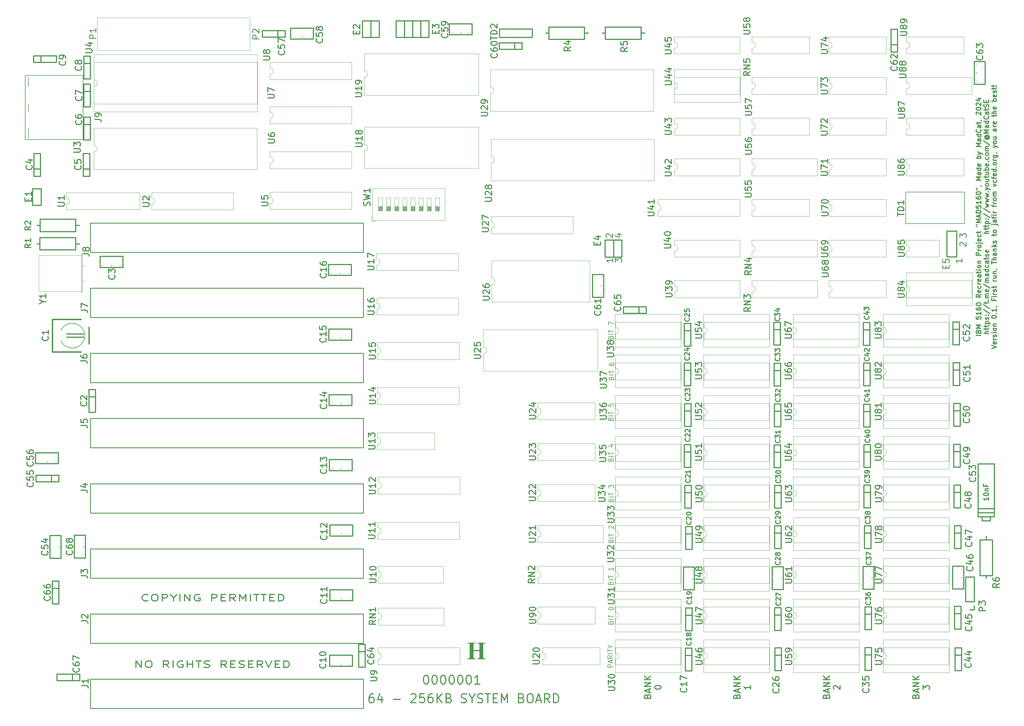
<source format=gbr>
%TF.GenerationSoftware,KiCad,Pcbnew,7.0.11*%
%TF.CreationDate,2024-05-25T01:19:38+03:00*%
%TF.ProjectId,Mad5160,4d616435-3136-4302-9e6b-696361645f70,rev?*%
%TF.SameCoordinates,Original*%
%TF.FileFunction,Legend,Top*%
%TF.FilePolarity,Positive*%
%FSLAX46Y46*%
G04 Gerber Fmt 4.6, Leading zero omitted, Abs format (unit mm)*
G04 Created by KiCad (PCBNEW 7.0.11) date 2024-05-25 01:19:38*
%MOMM*%
%LPD*%
G01*
G04 APERTURE LIST*
%ADD10C,0.300000*%
%ADD11C,0.250000*%
%ADD12C,0.187500*%
%ADD13C,1.000000*%
%ADD14C,0.304800*%
%ADD15C,0.120000*%
%ADD16C,0.254000*%
%ADD17C,0.381000*%
%ADD18C,0.150000*%
%ADD19C,0.200000*%
G04 APERTURE END LIST*
D10*
X381863328Y-127564283D02*
X380363328Y-127564283D01*
X381077614Y-126349997D02*
X381149042Y-126135711D01*
X381149042Y-126135711D02*
X381220471Y-126064282D01*
X381220471Y-126064282D02*
X381363328Y-125992854D01*
X381363328Y-125992854D02*
X381577614Y-125992854D01*
X381577614Y-125992854D02*
X381720471Y-126064282D01*
X381720471Y-126064282D02*
X381791900Y-126135711D01*
X381791900Y-126135711D02*
X381863328Y-126278568D01*
X381863328Y-126278568D02*
X381863328Y-126849997D01*
X381863328Y-126849997D02*
X380363328Y-126849997D01*
X380363328Y-126849997D02*
X380363328Y-126349997D01*
X380363328Y-126349997D02*
X380434757Y-126207140D01*
X380434757Y-126207140D02*
X380506185Y-126135711D01*
X380506185Y-126135711D02*
X380649042Y-126064282D01*
X380649042Y-126064282D02*
X380791900Y-126064282D01*
X380791900Y-126064282D02*
X380934757Y-126135711D01*
X380934757Y-126135711D02*
X381006185Y-126207140D01*
X381006185Y-126207140D02*
X381077614Y-126349997D01*
X381077614Y-126349997D02*
X381077614Y-126849997D01*
X381863328Y-125349997D02*
X380363328Y-125349997D01*
X380363328Y-125349997D02*
X381434757Y-124849997D01*
X381434757Y-124849997D02*
X380363328Y-124349997D01*
X380363328Y-124349997D02*
X381863328Y-124349997D01*
X380363328Y-121778568D02*
X380363328Y-122492854D01*
X380363328Y-122492854D02*
X381077614Y-122564282D01*
X381077614Y-122564282D02*
X381006185Y-122492854D01*
X381006185Y-122492854D02*
X380934757Y-122349997D01*
X380934757Y-122349997D02*
X380934757Y-121992854D01*
X380934757Y-121992854D02*
X381006185Y-121849997D01*
X381006185Y-121849997D02*
X381077614Y-121778568D01*
X381077614Y-121778568D02*
X381220471Y-121707139D01*
X381220471Y-121707139D02*
X381577614Y-121707139D01*
X381577614Y-121707139D02*
X381720471Y-121778568D01*
X381720471Y-121778568D02*
X381791900Y-121849997D01*
X381791900Y-121849997D02*
X381863328Y-121992854D01*
X381863328Y-121992854D02*
X381863328Y-122349997D01*
X381863328Y-122349997D02*
X381791900Y-122492854D01*
X381791900Y-122492854D02*
X381720471Y-122564282D01*
X381863328Y-120278568D02*
X381863328Y-121135711D01*
X381863328Y-120707140D02*
X380363328Y-120707140D01*
X380363328Y-120707140D02*
X380577614Y-120849997D01*
X380577614Y-120849997D02*
X380720471Y-120992854D01*
X380720471Y-120992854D02*
X380791900Y-121135711D01*
X380363328Y-118992855D02*
X380363328Y-119278569D01*
X380363328Y-119278569D02*
X380434757Y-119421426D01*
X380434757Y-119421426D02*
X380506185Y-119492855D01*
X380506185Y-119492855D02*
X380720471Y-119635712D01*
X380720471Y-119635712D02*
X381006185Y-119707140D01*
X381006185Y-119707140D02*
X381577614Y-119707140D01*
X381577614Y-119707140D02*
X381720471Y-119635712D01*
X381720471Y-119635712D02*
X381791900Y-119564283D01*
X381791900Y-119564283D02*
X381863328Y-119421426D01*
X381863328Y-119421426D02*
X381863328Y-119135712D01*
X381863328Y-119135712D02*
X381791900Y-118992855D01*
X381791900Y-118992855D02*
X381720471Y-118921426D01*
X381720471Y-118921426D02*
X381577614Y-118849997D01*
X381577614Y-118849997D02*
X381220471Y-118849997D01*
X381220471Y-118849997D02*
X381077614Y-118921426D01*
X381077614Y-118921426D02*
X381006185Y-118992855D01*
X381006185Y-118992855D02*
X380934757Y-119135712D01*
X380934757Y-119135712D02*
X380934757Y-119421426D01*
X380934757Y-119421426D02*
X381006185Y-119564283D01*
X381006185Y-119564283D02*
X381077614Y-119635712D01*
X381077614Y-119635712D02*
X381220471Y-119707140D01*
X380363328Y-117921426D02*
X380363328Y-117778569D01*
X380363328Y-117778569D02*
X380434757Y-117635712D01*
X380434757Y-117635712D02*
X380506185Y-117564284D01*
X380506185Y-117564284D02*
X380649042Y-117492855D01*
X380649042Y-117492855D02*
X380934757Y-117421426D01*
X380934757Y-117421426D02*
X381291900Y-117421426D01*
X381291900Y-117421426D02*
X381577614Y-117492855D01*
X381577614Y-117492855D02*
X381720471Y-117564284D01*
X381720471Y-117564284D02*
X381791900Y-117635712D01*
X381791900Y-117635712D02*
X381863328Y-117778569D01*
X381863328Y-117778569D02*
X381863328Y-117921426D01*
X381863328Y-117921426D02*
X381791900Y-118064284D01*
X381791900Y-118064284D02*
X381720471Y-118135712D01*
X381720471Y-118135712D02*
X381577614Y-118207141D01*
X381577614Y-118207141D02*
X381291900Y-118278569D01*
X381291900Y-118278569D02*
X380934757Y-118278569D01*
X380934757Y-118278569D02*
X380649042Y-118207141D01*
X380649042Y-118207141D02*
X380506185Y-118135712D01*
X380506185Y-118135712D02*
X380434757Y-118064284D01*
X380434757Y-118064284D02*
X380363328Y-117921426D01*
X381863328Y-114778570D02*
X381149042Y-115278570D01*
X381863328Y-115635713D02*
X380363328Y-115635713D01*
X380363328Y-115635713D02*
X380363328Y-115064284D01*
X380363328Y-115064284D02*
X380434757Y-114921427D01*
X380434757Y-114921427D02*
X380506185Y-114849998D01*
X380506185Y-114849998D02*
X380649042Y-114778570D01*
X380649042Y-114778570D02*
X380863328Y-114778570D01*
X380863328Y-114778570D02*
X381006185Y-114849998D01*
X381006185Y-114849998D02*
X381077614Y-114921427D01*
X381077614Y-114921427D02*
X381149042Y-115064284D01*
X381149042Y-115064284D02*
X381149042Y-115635713D01*
X381791900Y-113564284D02*
X381863328Y-113707141D01*
X381863328Y-113707141D02*
X381863328Y-113992856D01*
X381863328Y-113992856D02*
X381791900Y-114135713D01*
X381791900Y-114135713D02*
X381649042Y-114207141D01*
X381649042Y-114207141D02*
X381077614Y-114207141D01*
X381077614Y-114207141D02*
X380934757Y-114135713D01*
X380934757Y-114135713D02*
X380863328Y-113992856D01*
X380863328Y-113992856D02*
X380863328Y-113707141D01*
X380863328Y-113707141D02*
X380934757Y-113564284D01*
X380934757Y-113564284D02*
X381077614Y-113492856D01*
X381077614Y-113492856D02*
X381220471Y-113492856D01*
X381220471Y-113492856D02*
X381363328Y-114207141D01*
X381791900Y-112207142D02*
X381863328Y-112349999D01*
X381863328Y-112349999D02*
X381863328Y-112635713D01*
X381863328Y-112635713D02*
X381791900Y-112778570D01*
X381791900Y-112778570D02*
X381720471Y-112849999D01*
X381720471Y-112849999D02*
X381577614Y-112921427D01*
X381577614Y-112921427D02*
X381149042Y-112921427D01*
X381149042Y-112921427D02*
X381006185Y-112849999D01*
X381006185Y-112849999D02*
X380934757Y-112778570D01*
X380934757Y-112778570D02*
X380863328Y-112635713D01*
X380863328Y-112635713D02*
X380863328Y-112349999D01*
X380863328Y-112349999D02*
X380934757Y-112207142D01*
X381863328Y-111564285D02*
X380863328Y-111564285D01*
X381149042Y-111564285D02*
X381006185Y-111492856D01*
X381006185Y-111492856D02*
X380934757Y-111421428D01*
X380934757Y-111421428D02*
X380863328Y-111278570D01*
X380863328Y-111278570D02*
X380863328Y-111135713D01*
X381791900Y-110064285D02*
X381863328Y-110207142D01*
X381863328Y-110207142D02*
X381863328Y-110492857D01*
X381863328Y-110492857D02*
X381791900Y-110635714D01*
X381791900Y-110635714D02*
X381649042Y-110707142D01*
X381649042Y-110707142D02*
X381077614Y-110707142D01*
X381077614Y-110707142D02*
X380934757Y-110635714D01*
X380934757Y-110635714D02*
X380863328Y-110492857D01*
X380863328Y-110492857D02*
X380863328Y-110207142D01*
X380863328Y-110207142D02*
X380934757Y-110064285D01*
X380934757Y-110064285D02*
X381077614Y-109992857D01*
X381077614Y-109992857D02*
X381220471Y-109992857D01*
X381220471Y-109992857D02*
X381363328Y-110707142D01*
X381863328Y-108707143D02*
X381077614Y-108707143D01*
X381077614Y-108707143D02*
X380934757Y-108778571D01*
X380934757Y-108778571D02*
X380863328Y-108921428D01*
X380863328Y-108921428D02*
X380863328Y-109207143D01*
X380863328Y-109207143D02*
X380934757Y-109350000D01*
X381791900Y-108707143D02*
X381863328Y-108850000D01*
X381863328Y-108850000D02*
X381863328Y-109207143D01*
X381863328Y-109207143D02*
X381791900Y-109350000D01*
X381791900Y-109350000D02*
X381649042Y-109421428D01*
X381649042Y-109421428D02*
X381506185Y-109421428D01*
X381506185Y-109421428D02*
X381363328Y-109350000D01*
X381363328Y-109350000D02*
X381291900Y-109207143D01*
X381291900Y-109207143D02*
X381291900Y-108850000D01*
X381291900Y-108850000D02*
X381220471Y-108707143D01*
X380863328Y-108207142D02*
X380863328Y-107635714D01*
X380363328Y-107992857D02*
X381649042Y-107992857D01*
X381649042Y-107992857D02*
X381791900Y-107921428D01*
X381791900Y-107921428D02*
X381863328Y-107778571D01*
X381863328Y-107778571D02*
X381863328Y-107635714D01*
X381863328Y-107135714D02*
X380863328Y-107135714D01*
X380363328Y-107135714D02*
X380434757Y-107207142D01*
X380434757Y-107207142D02*
X380506185Y-107135714D01*
X380506185Y-107135714D02*
X380434757Y-107064285D01*
X380434757Y-107064285D02*
X380363328Y-107135714D01*
X380363328Y-107135714D02*
X380506185Y-107135714D01*
X381863328Y-106207142D02*
X381791900Y-106349999D01*
X381791900Y-106349999D02*
X381720471Y-106421428D01*
X381720471Y-106421428D02*
X381577614Y-106492856D01*
X381577614Y-106492856D02*
X381149042Y-106492856D01*
X381149042Y-106492856D02*
X381006185Y-106421428D01*
X381006185Y-106421428D02*
X380934757Y-106349999D01*
X380934757Y-106349999D02*
X380863328Y-106207142D01*
X380863328Y-106207142D02*
X380863328Y-105992856D01*
X380863328Y-105992856D02*
X380934757Y-105849999D01*
X380934757Y-105849999D02*
X381006185Y-105778571D01*
X381006185Y-105778571D02*
X381149042Y-105707142D01*
X381149042Y-105707142D02*
X381577614Y-105707142D01*
X381577614Y-105707142D02*
X381720471Y-105778571D01*
X381720471Y-105778571D02*
X381791900Y-105849999D01*
X381791900Y-105849999D02*
X381863328Y-105992856D01*
X381863328Y-105992856D02*
X381863328Y-106207142D01*
X380863328Y-105064285D02*
X381863328Y-105064285D01*
X381006185Y-105064285D02*
X380934757Y-104992856D01*
X380934757Y-104992856D02*
X380863328Y-104849999D01*
X380863328Y-104849999D02*
X380863328Y-104635713D01*
X380863328Y-104635713D02*
X380934757Y-104492856D01*
X380934757Y-104492856D02*
X381077614Y-104421428D01*
X381077614Y-104421428D02*
X381863328Y-104421428D01*
X381863328Y-102564285D02*
X380363328Y-102564285D01*
X380363328Y-102564285D02*
X380363328Y-101992856D01*
X380363328Y-101992856D02*
X380434757Y-101849999D01*
X380434757Y-101849999D02*
X380506185Y-101778570D01*
X380506185Y-101778570D02*
X380649042Y-101707142D01*
X380649042Y-101707142D02*
X380863328Y-101707142D01*
X380863328Y-101707142D02*
X381006185Y-101778570D01*
X381006185Y-101778570D02*
X381077614Y-101849999D01*
X381077614Y-101849999D02*
X381149042Y-101992856D01*
X381149042Y-101992856D02*
X381149042Y-102564285D01*
X381863328Y-101064285D02*
X380863328Y-101064285D01*
X381149042Y-101064285D02*
X381006185Y-100992856D01*
X381006185Y-100992856D02*
X380934757Y-100921428D01*
X380934757Y-100921428D02*
X380863328Y-100778570D01*
X380863328Y-100778570D02*
X380863328Y-100635713D01*
X381863328Y-99921428D02*
X381791900Y-100064285D01*
X381791900Y-100064285D02*
X381720471Y-100135714D01*
X381720471Y-100135714D02*
X381577614Y-100207142D01*
X381577614Y-100207142D02*
X381149042Y-100207142D01*
X381149042Y-100207142D02*
X381006185Y-100135714D01*
X381006185Y-100135714D02*
X380934757Y-100064285D01*
X380934757Y-100064285D02*
X380863328Y-99921428D01*
X380863328Y-99921428D02*
X380863328Y-99707142D01*
X380863328Y-99707142D02*
X380934757Y-99564285D01*
X380934757Y-99564285D02*
X381006185Y-99492857D01*
X381006185Y-99492857D02*
X381149042Y-99421428D01*
X381149042Y-99421428D02*
X381577614Y-99421428D01*
X381577614Y-99421428D02*
X381720471Y-99492857D01*
X381720471Y-99492857D02*
X381791900Y-99564285D01*
X381791900Y-99564285D02*
X381863328Y-99707142D01*
X381863328Y-99707142D02*
X381863328Y-99921428D01*
X380863328Y-98778571D02*
X382149042Y-98778571D01*
X382149042Y-98778571D02*
X382291900Y-98849999D01*
X382291900Y-98849999D02*
X382363328Y-98992856D01*
X382363328Y-98992856D02*
X382363328Y-99064285D01*
X380363328Y-98778571D02*
X380434757Y-98849999D01*
X380434757Y-98849999D02*
X380506185Y-98778571D01*
X380506185Y-98778571D02*
X380434757Y-98707142D01*
X380434757Y-98707142D02*
X380363328Y-98778571D01*
X380363328Y-98778571D02*
X380506185Y-98778571D01*
X381791900Y-97492856D02*
X381863328Y-97635713D01*
X381863328Y-97635713D02*
X381863328Y-97921428D01*
X381863328Y-97921428D02*
X381791900Y-98064285D01*
X381791900Y-98064285D02*
X381649042Y-98135713D01*
X381649042Y-98135713D02*
X381077614Y-98135713D01*
X381077614Y-98135713D02*
X380934757Y-98064285D01*
X380934757Y-98064285D02*
X380863328Y-97921428D01*
X380863328Y-97921428D02*
X380863328Y-97635713D01*
X380863328Y-97635713D02*
X380934757Y-97492856D01*
X380934757Y-97492856D02*
X381077614Y-97421428D01*
X381077614Y-97421428D02*
X381220471Y-97421428D01*
X381220471Y-97421428D02*
X381363328Y-98135713D01*
X381791900Y-96135714D02*
X381863328Y-96278571D01*
X381863328Y-96278571D02*
X381863328Y-96564285D01*
X381863328Y-96564285D02*
X381791900Y-96707142D01*
X381791900Y-96707142D02*
X381720471Y-96778571D01*
X381720471Y-96778571D02*
X381577614Y-96849999D01*
X381577614Y-96849999D02*
X381149042Y-96849999D01*
X381149042Y-96849999D02*
X381006185Y-96778571D01*
X381006185Y-96778571D02*
X380934757Y-96707142D01*
X380934757Y-96707142D02*
X380863328Y-96564285D01*
X380863328Y-96564285D02*
X380863328Y-96278571D01*
X380863328Y-96278571D02*
X380934757Y-96135714D01*
X380863328Y-95707142D02*
X380863328Y-95135714D01*
X380363328Y-95492857D02*
X381649042Y-95492857D01*
X381649042Y-95492857D02*
X381791900Y-95421428D01*
X381791900Y-95421428D02*
X381863328Y-95278571D01*
X381863328Y-95278571D02*
X381863328Y-95135714D01*
X380363328Y-93564285D02*
X380649042Y-93564285D01*
X380363328Y-92992857D02*
X380649042Y-92992857D01*
X381863328Y-92350000D02*
X380363328Y-92350000D01*
X380363328Y-92350000D02*
X381434757Y-91850000D01*
X381434757Y-91850000D02*
X380363328Y-91350000D01*
X380363328Y-91350000D02*
X381863328Y-91350000D01*
X381434757Y-90707142D02*
X381434757Y-89992857D01*
X381863328Y-90849999D02*
X380363328Y-90349999D01*
X380363328Y-90349999D02*
X381863328Y-89849999D01*
X381863328Y-89350000D02*
X380363328Y-89350000D01*
X380363328Y-89350000D02*
X380363328Y-88992857D01*
X380363328Y-88992857D02*
X380434757Y-88778571D01*
X380434757Y-88778571D02*
X380577614Y-88635714D01*
X380577614Y-88635714D02*
X380720471Y-88564285D01*
X380720471Y-88564285D02*
X381006185Y-88492857D01*
X381006185Y-88492857D02*
X381220471Y-88492857D01*
X381220471Y-88492857D02*
X381506185Y-88564285D01*
X381506185Y-88564285D02*
X381649042Y-88635714D01*
X381649042Y-88635714D02*
X381791900Y-88778571D01*
X381791900Y-88778571D02*
X381863328Y-88992857D01*
X381863328Y-88992857D02*
X381863328Y-89350000D01*
X380363328Y-87135714D02*
X380363328Y-87850000D01*
X380363328Y-87850000D02*
X381077614Y-87921428D01*
X381077614Y-87921428D02*
X381006185Y-87850000D01*
X381006185Y-87850000D02*
X380934757Y-87707143D01*
X380934757Y-87707143D02*
X380934757Y-87350000D01*
X380934757Y-87350000D02*
X381006185Y-87207143D01*
X381006185Y-87207143D02*
X381077614Y-87135714D01*
X381077614Y-87135714D02*
X381220471Y-87064285D01*
X381220471Y-87064285D02*
X381577614Y-87064285D01*
X381577614Y-87064285D02*
X381720471Y-87135714D01*
X381720471Y-87135714D02*
X381791900Y-87207143D01*
X381791900Y-87207143D02*
X381863328Y-87350000D01*
X381863328Y-87350000D02*
X381863328Y-87707143D01*
X381863328Y-87707143D02*
X381791900Y-87850000D01*
X381791900Y-87850000D02*
X381720471Y-87921428D01*
X381863328Y-85635714D02*
X381863328Y-86492857D01*
X381863328Y-86064286D02*
X380363328Y-86064286D01*
X380363328Y-86064286D02*
X380577614Y-86207143D01*
X380577614Y-86207143D02*
X380720471Y-86350000D01*
X380720471Y-86350000D02*
X380791900Y-86492857D01*
X380363328Y-84350001D02*
X380363328Y-84635715D01*
X380363328Y-84635715D02*
X380434757Y-84778572D01*
X380434757Y-84778572D02*
X380506185Y-84850001D01*
X380506185Y-84850001D02*
X380720471Y-84992858D01*
X380720471Y-84992858D02*
X381006185Y-85064286D01*
X381006185Y-85064286D02*
X381577614Y-85064286D01*
X381577614Y-85064286D02*
X381720471Y-84992858D01*
X381720471Y-84992858D02*
X381791900Y-84921429D01*
X381791900Y-84921429D02*
X381863328Y-84778572D01*
X381863328Y-84778572D02*
X381863328Y-84492858D01*
X381863328Y-84492858D02*
X381791900Y-84350001D01*
X381791900Y-84350001D02*
X381720471Y-84278572D01*
X381720471Y-84278572D02*
X381577614Y-84207143D01*
X381577614Y-84207143D02*
X381220471Y-84207143D01*
X381220471Y-84207143D02*
X381077614Y-84278572D01*
X381077614Y-84278572D02*
X381006185Y-84350001D01*
X381006185Y-84350001D02*
X380934757Y-84492858D01*
X380934757Y-84492858D02*
X380934757Y-84778572D01*
X380934757Y-84778572D02*
X381006185Y-84921429D01*
X381006185Y-84921429D02*
X381077614Y-84992858D01*
X381077614Y-84992858D02*
X381220471Y-85064286D01*
X380363328Y-83278572D02*
X380363328Y-83135715D01*
X380363328Y-83135715D02*
X380434757Y-82992858D01*
X380434757Y-82992858D02*
X380506185Y-82921430D01*
X380506185Y-82921430D02*
X380649042Y-82850001D01*
X380649042Y-82850001D02*
X380934757Y-82778572D01*
X380934757Y-82778572D02*
X381291900Y-82778572D01*
X381291900Y-82778572D02*
X381577614Y-82850001D01*
X381577614Y-82850001D02*
X381720471Y-82921430D01*
X381720471Y-82921430D02*
X381791900Y-82992858D01*
X381791900Y-82992858D02*
X381863328Y-83135715D01*
X381863328Y-83135715D02*
X381863328Y-83278572D01*
X381863328Y-83278572D02*
X381791900Y-83421430D01*
X381791900Y-83421430D02*
X381720471Y-83492858D01*
X381720471Y-83492858D02*
X381577614Y-83564287D01*
X381577614Y-83564287D02*
X381291900Y-83635715D01*
X381291900Y-83635715D02*
X380934757Y-83635715D01*
X380934757Y-83635715D02*
X380649042Y-83564287D01*
X380649042Y-83564287D02*
X380506185Y-83492858D01*
X380506185Y-83492858D02*
X380434757Y-83421430D01*
X380434757Y-83421430D02*
X380363328Y-83278572D01*
X380363328Y-82207144D02*
X380649042Y-82207144D01*
X380363328Y-81635716D02*
X380649042Y-81635716D01*
X381791900Y-80921430D02*
X381863328Y-80921430D01*
X381863328Y-80921430D02*
X382006185Y-80992859D01*
X382006185Y-80992859D02*
X382077614Y-81064287D01*
X381863328Y-79135716D02*
X380363328Y-79135716D01*
X380363328Y-79135716D02*
X381434757Y-78635716D01*
X381434757Y-78635716D02*
X380363328Y-78135716D01*
X380363328Y-78135716D02*
X381863328Y-78135716D01*
X381863328Y-76778573D02*
X381077614Y-76778573D01*
X381077614Y-76778573D02*
X380934757Y-76850001D01*
X380934757Y-76850001D02*
X380863328Y-76992858D01*
X380863328Y-76992858D02*
X380863328Y-77278573D01*
X380863328Y-77278573D02*
X380934757Y-77421430D01*
X381791900Y-76778573D02*
X381863328Y-76921430D01*
X381863328Y-76921430D02*
X381863328Y-77278573D01*
X381863328Y-77278573D02*
X381791900Y-77421430D01*
X381791900Y-77421430D02*
X381649042Y-77492858D01*
X381649042Y-77492858D02*
X381506185Y-77492858D01*
X381506185Y-77492858D02*
X381363328Y-77421430D01*
X381363328Y-77421430D02*
X381291900Y-77278573D01*
X381291900Y-77278573D02*
X381291900Y-76921430D01*
X381291900Y-76921430D02*
X381220471Y-76778573D01*
X381863328Y-75421430D02*
X380363328Y-75421430D01*
X381791900Y-75421430D02*
X381863328Y-75564287D01*
X381863328Y-75564287D02*
X381863328Y-75850001D01*
X381863328Y-75850001D02*
X381791900Y-75992858D01*
X381791900Y-75992858D02*
X381720471Y-76064287D01*
X381720471Y-76064287D02*
X381577614Y-76135715D01*
X381577614Y-76135715D02*
X381149042Y-76135715D01*
X381149042Y-76135715D02*
X381006185Y-76064287D01*
X381006185Y-76064287D02*
X380934757Y-75992858D01*
X380934757Y-75992858D02*
X380863328Y-75850001D01*
X380863328Y-75850001D02*
X380863328Y-75564287D01*
X380863328Y-75564287D02*
X380934757Y-75421430D01*
X381791900Y-74135715D02*
X381863328Y-74278572D01*
X381863328Y-74278572D02*
X381863328Y-74564287D01*
X381863328Y-74564287D02*
X381791900Y-74707144D01*
X381791900Y-74707144D02*
X381649042Y-74778572D01*
X381649042Y-74778572D02*
X381077614Y-74778572D01*
X381077614Y-74778572D02*
X380934757Y-74707144D01*
X380934757Y-74707144D02*
X380863328Y-74564287D01*
X380863328Y-74564287D02*
X380863328Y-74278572D01*
X380863328Y-74278572D02*
X380934757Y-74135715D01*
X380934757Y-74135715D02*
X381077614Y-74064287D01*
X381077614Y-74064287D02*
X381220471Y-74064287D01*
X381220471Y-74064287D02*
X381363328Y-74778572D01*
X381863328Y-72278573D02*
X380363328Y-72278573D01*
X380934757Y-72278573D02*
X380863328Y-72135716D01*
X380863328Y-72135716D02*
X380863328Y-71850001D01*
X380863328Y-71850001D02*
X380934757Y-71707144D01*
X380934757Y-71707144D02*
X381006185Y-71635716D01*
X381006185Y-71635716D02*
X381149042Y-71564287D01*
X381149042Y-71564287D02*
X381577614Y-71564287D01*
X381577614Y-71564287D02*
X381720471Y-71635716D01*
X381720471Y-71635716D02*
X381791900Y-71707144D01*
X381791900Y-71707144D02*
X381863328Y-71850001D01*
X381863328Y-71850001D02*
X381863328Y-72135716D01*
X381863328Y-72135716D02*
X381791900Y-72278573D01*
X380863328Y-71064287D02*
X381863328Y-70707144D01*
X380863328Y-70350001D02*
X381863328Y-70707144D01*
X381863328Y-70707144D02*
X382220471Y-70850001D01*
X382220471Y-70850001D02*
X382291900Y-70921430D01*
X382291900Y-70921430D02*
X382363328Y-71064287D01*
X381863328Y-68635716D02*
X380363328Y-68635716D01*
X380363328Y-68635716D02*
X381434757Y-68135716D01*
X381434757Y-68135716D02*
X380363328Y-67635716D01*
X380363328Y-67635716D02*
X381863328Y-67635716D01*
X381863328Y-66278573D02*
X381077614Y-66278573D01*
X381077614Y-66278573D02*
X380934757Y-66350001D01*
X380934757Y-66350001D02*
X380863328Y-66492858D01*
X380863328Y-66492858D02*
X380863328Y-66778573D01*
X380863328Y-66778573D02*
X380934757Y-66921430D01*
X381791900Y-66278573D02*
X381863328Y-66421430D01*
X381863328Y-66421430D02*
X381863328Y-66778573D01*
X381863328Y-66778573D02*
X381791900Y-66921430D01*
X381791900Y-66921430D02*
X381649042Y-66992858D01*
X381649042Y-66992858D02*
X381506185Y-66992858D01*
X381506185Y-66992858D02*
X381363328Y-66921430D01*
X381363328Y-66921430D02*
X381291900Y-66778573D01*
X381291900Y-66778573D02*
X381291900Y-66421430D01*
X381291900Y-66421430D02*
X381220471Y-66278573D01*
X381863328Y-64921430D02*
X380363328Y-64921430D01*
X381791900Y-64921430D02*
X381863328Y-65064287D01*
X381863328Y-65064287D02*
X381863328Y-65350001D01*
X381863328Y-65350001D02*
X381791900Y-65492858D01*
X381791900Y-65492858D02*
X381720471Y-65564287D01*
X381720471Y-65564287D02*
X381577614Y-65635715D01*
X381577614Y-65635715D02*
X381149042Y-65635715D01*
X381149042Y-65635715D02*
X381006185Y-65564287D01*
X381006185Y-65564287D02*
X380934757Y-65492858D01*
X380934757Y-65492858D02*
X380863328Y-65350001D01*
X380863328Y-65350001D02*
X380863328Y-65064287D01*
X380863328Y-65064287D02*
X380934757Y-64921430D01*
X381720471Y-63350001D02*
X381791900Y-63421429D01*
X381791900Y-63421429D02*
X381863328Y-63635715D01*
X381863328Y-63635715D02*
X381863328Y-63778572D01*
X381863328Y-63778572D02*
X381791900Y-63992858D01*
X381791900Y-63992858D02*
X381649042Y-64135715D01*
X381649042Y-64135715D02*
X381506185Y-64207144D01*
X381506185Y-64207144D02*
X381220471Y-64278572D01*
X381220471Y-64278572D02*
X381006185Y-64278572D01*
X381006185Y-64278572D02*
X380720471Y-64207144D01*
X380720471Y-64207144D02*
X380577614Y-64135715D01*
X380577614Y-64135715D02*
X380434757Y-63992858D01*
X380434757Y-63992858D02*
X380363328Y-63778572D01*
X380363328Y-63778572D02*
X380363328Y-63635715D01*
X380363328Y-63635715D02*
X380434757Y-63421429D01*
X380434757Y-63421429D02*
X380506185Y-63350001D01*
X381863328Y-62064287D02*
X381077614Y-62064287D01*
X381077614Y-62064287D02*
X380934757Y-62135715D01*
X380934757Y-62135715D02*
X380863328Y-62278572D01*
X380863328Y-62278572D02*
X380863328Y-62564287D01*
X380863328Y-62564287D02*
X380934757Y-62707144D01*
X381791900Y-62064287D02*
X381863328Y-62207144D01*
X381863328Y-62207144D02*
X381863328Y-62564287D01*
X381863328Y-62564287D02*
X381791900Y-62707144D01*
X381791900Y-62707144D02*
X381649042Y-62778572D01*
X381649042Y-62778572D02*
X381506185Y-62778572D01*
X381506185Y-62778572D02*
X381363328Y-62707144D01*
X381363328Y-62707144D02*
X381291900Y-62564287D01*
X381291900Y-62564287D02*
X381291900Y-62207144D01*
X381291900Y-62207144D02*
X381220471Y-62064287D01*
X380863328Y-61564286D02*
X380863328Y-60992858D01*
X380363328Y-61350001D02*
X381649042Y-61350001D01*
X381649042Y-61350001D02*
X381791900Y-61278572D01*
X381791900Y-61278572D02*
X381863328Y-61135715D01*
X381863328Y-61135715D02*
X381863328Y-60992858D01*
X381791900Y-60421429D02*
X381863328Y-60421429D01*
X381863328Y-60421429D02*
X382006185Y-60492858D01*
X382006185Y-60492858D02*
X382077614Y-60564286D01*
X380506185Y-58707143D02*
X380434757Y-58635715D01*
X380434757Y-58635715D02*
X380363328Y-58492858D01*
X380363328Y-58492858D02*
X380363328Y-58135715D01*
X380363328Y-58135715D02*
X380434757Y-57992858D01*
X380434757Y-57992858D02*
X380506185Y-57921429D01*
X380506185Y-57921429D02*
X380649042Y-57850000D01*
X380649042Y-57850000D02*
X380791900Y-57850000D01*
X380791900Y-57850000D02*
X381006185Y-57921429D01*
X381006185Y-57921429D02*
X381863328Y-58778572D01*
X381863328Y-58778572D02*
X381863328Y-57850000D01*
X380363328Y-56921429D02*
X380363328Y-56778572D01*
X380363328Y-56778572D02*
X380434757Y-56635715D01*
X380434757Y-56635715D02*
X380506185Y-56564287D01*
X380506185Y-56564287D02*
X380649042Y-56492858D01*
X380649042Y-56492858D02*
X380934757Y-56421429D01*
X380934757Y-56421429D02*
X381291900Y-56421429D01*
X381291900Y-56421429D02*
X381577614Y-56492858D01*
X381577614Y-56492858D02*
X381720471Y-56564287D01*
X381720471Y-56564287D02*
X381791900Y-56635715D01*
X381791900Y-56635715D02*
X381863328Y-56778572D01*
X381863328Y-56778572D02*
X381863328Y-56921429D01*
X381863328Y-56921429D02*
X381791900Y-57064287D01*
X381791900Y-57064287D02*
X381720471Y-57135715D01*
X381720471Y-57135715D02*
X381577614Y-57207144D01*
X381577614Y-57207144D02*
X381291900Y-57278572D01*
X381291900Y-57278572D02*
X380934757Y-57278572D01*
X380934757Y-57278572D02*
X380649042Y-57207144D01*
X380649042Y-57207144D02*
X380506185Y-57135715D01*
X380506185Y-57135715D02*
X380434757Y-57064287D01*
X380434757Y-57064287D02*
X380363328Y-56921429D01*
X380506185Y-55850001D02*
X380434757Y-55778573D01*
X380434757Y-55778573D02*
X380363328Y-55635716D01*
X380363328Y-55635716D02*
X380363328Y-55278573D01*
X380363328Y-55278573D02*
X380434757Y-55135716D01*
X380434757Y-55135716D02*
X380506185Y-55064287D01*
X380506185Y-55064287D02*
X380649042Y-54992858D01*
X380649042Y-54992858D02*
X380791900Y-54992858D01*
X380791900Y-54992858D02*
X381006185Y-55064287D01*
X381006185Y-55064287D02*
X381863328Y-55921430D01*
X381863328Y-55921430D02*
X381863328Y-54992858D01*
X380863328Y-53707145D02*
X381863328Y-53707145D01*
X380291900Y-54064287D02*
X381363328Y-54421430D01*
X381363328Y-54421430D02*
X381363328Y-53492859D01*
X384278328Y-126957146D02*
X382778328Y-126957146D01*
X384278328Y-126314289D02*
X383492614Y-126314289D01*
X383492614Y-126314289D02*
X383349757Y-126385717D01*
X383349757Y-126385717D02*
X383278328Y-126528574D01*
X383278328Y-126528574D02*
X383278328Y-126742860D01*
X383278328Y-126742860D02*
X383349757Y-126885717D01*
X383349757Y-126885717D02*
X383421185Y-126957146D01*
X383278328Y-125814288D02*
X383278328Y-125242860D01*
X382778328Y-125600003D02*
X384064042Y-125600003D01*
X384064042Y-125600003D02*
X384206900Y-125528574D01*
X384206900Y-125528574D02*
X384278328Y-125385717D01*
X384278328Y-125385717D02*
X384278328Y-125242860D01*
X383278328Y-124957145D02*
X383278328Y-124385717D01*
X382778328Y-124742860D02*
X384064042Y-124742860D01*
X384064042Y-124742860D02*
X384206900Y-124671431D01*
X384206900Y-124671431D02*
X384278328Y-124528574D01*
X384278328Y-124528574D02*
X384278328Y-124385717D01*
X383278328Y-123885717D02*
X384778328Y-123885717D01*
X383349757Y-123885717D02*
X383278328Y-123742860D01*
X383278328Y-123742860D02*
X383278328Y-123457145D01*
X383278328Y-123457145D02*
X383349757Y-123314288D01*
X383349757Y-123314288D02*
X383421185Y-123242860D01*
X383421185Y-123242860D02*
X383564042Y-123171431D01*
X383564042Y-123171431D02*
X383992614Y-123171431D01*
X383992614Y-123171431D02*
X384135471Y-123242860D01*
X384135471Y-123242860D02*
X384206900Y-123314288D01*
X384206900Y-123314288D02*
X384278328Y-123457145D01*
X384278328Y-123457145D02*
X384278328Y-123742860D01*
X384278328Y-123742860D02*
X384206900Y-123885717D01*
X384206900Y-122600002D02*
X384278328Y-122457145D01*
X384278328Y-122457145D02*
X384278328Y-122171431D01*
X384278328Y-122171431D02*
X384206900Y-122028574D01*
X384206900Y-122028574D02*
X384064042Y-121957145D01*
X384064042Y-121957145D02*
X383992614Y-121957145D01*
X383992614Y-121957145D02*
X383849757Y-122028574D01*
X383849757Y-122028574D02*
X383778328Y-122171431D01*
X383778328Y-122171431D02*
X383778328Y-122385717D01*
X383778328Y-122385717D02*
X383706900Y-122528574D01*
X383706900Y-122528574D02*
X383564042Y-122600002D01*
X383564042Y-122600002D02*
X383492614Y-122600002D01*
X383492614Y-122600002D02*
X383349757Y-122528574D01*
X383349757Y-122528574D02*
X383278328Y-122385717D01*
X383278328Y-122385717D02*
X383278328Y-122171431D01*
X383278328Y-122171431D02*
X383349757Y-122028574D01*
X384135471Y-121314288D02*
X384206900Y-121242859D01*
X384206900Y-121242859D02*
X384278328Y-121314288D01*
X384278328Y-121314288D02*
X384206900Y-121385716D01*
X384206900Y-121385716D02*
X384135471Y-121314288D01*
X384135471Y-121314288D02*
X384278328Y-121314288D01*
X383349757Y-121314288D02*
X383421185Y-121242859D01*
X383421185Y-121242859D02*
X383492614Y-121314288D01*
X383492614Y-121314288D02*
X383421185Y-121385716D01*
X383421185Y-121385716D02*
X383349757Y-121314288D01*
X383349757Y-121314288D02*
X383492614Y-121314288D01*
X382706900Y-119528573D02*
X384635471Y-120814287D01*
X382706900Y-117957144D02*
X384635471Y-119242858D01*
X383278328Y-117671429D02*
X383278328Y-117100001D01*
X382778328Y-117457144D02*
X384064042Y-117457144D01*
X384064042Y-117457144D02*
X384206900Y-117385715D01*
X384206900Y-117385715D02*
X384278328Y-117242858D01*
X384278328Y-117242858D02*
X384278328Y-117100001D01*
X384135471Y-116600001D02*
X384206900Y-116528572D01*
X384206900Y-116528572D02*
X384278328Y-116600001D01*
X384278328Y-116600001D02*
X384206900Y-116671429D01*
X384206900Y-116671429D02*
X384135471Y-116600001D01*
X384135471Y-116600001D02*
X384278328Y-116600001D01*
X384278328Y-115885715D02*
X383278328Y-115885715D01*
X383421185Y-115885715D02*
X383349757Y-115814286D01*
X383349757Y-115814286D02*
X383278328Y-115671429D01*
X383278328Y-115671429D02*
X383278328Y-115457143D01*
X383278328Y-115457143D02*
X383349757Y-115314286D01*
X383349757Y-115314286D02*
X383492614Y-115242858D01*
X383492614Y-115242858D02*
X384278328Y-115242858D01*
X383492614Y-115242858D02*
X383349757Y-115171429D01*
X383349757Y-115171429D02*
X383278328Y-115028572D01*
X383278328Y-115028572D02*
X383278328Y-114814286D01*
X383278328Y-114814286D02*
X383349757Y-114671429D01*
X383349757Y-114671429D02*
X383492614Y-114600000D01*
X383492614Y-114600000D02*
X384278328Y-114600000D01*
X384206900Y-113314286D02*
X384278328Y-113457143D01*
X384278328Y-113457143D02*
X384278328Y-113742858D01*
X384278328Y-113742858D02*
X384206900Y-113885715D01*
X384206900Y-113885715D02*
X384064042Y-113957143D01*
X384064042Y-113957143D02*
X383492614Y-113957143D01*
X383492614Y-113957143D02*
X383349757Y-113885715D01*
X383349757Y-113885715D02*
X383278328Y-113742858D01*
X383278328Y-113742858D02*
X383278328Y-113457143D01*
X383278328Y-113457143D02*
X383349757Y-113314286D01*
X383349757Y-113314286D02*
X383492614Y-113242858D01*
X383492614Y-113242858D02*
X383635471Y-113242858D01*
X383635471Y-113242858D02*
X383778328Y-113957143D01*
X382706900Y-111528572D02*
X384635471Y-112814286D01*
X384278328Y-111028572D02*
X383278328Y-111028572D01*
X383421185Y-111028572D02*
X383349757Y-110957143D01*
X383349757Y-110957143D02*
X383278328Y-110814286D01*
X383278328Y-110814286D02*
X383278328Y-110600000D01*
X383278328Y-110600000D02*
X383349757Y-110457143D01*
X383349757Y-110457143D02*
X383492614Y-110385715D01*
X383492614Y-110385715D02*
X384278328Y-110385715D01*
X383492614Y-110385715D02*
X383349757Y-110314286D01*
X383349757Y-110314286D02*
X383278328Y-110171429D01*
X383278328Y-110171429D02*
X383278328Y-109957143D01*
X383278328Y-109957143D02*
X383349757Y-109814286D01*
X383349757Y-109814286D02*
X383492614Y-109742857D01*
X383492614Y-109742857D02*
X384278328Y-109742857D01*
X384278328Y-108385715D02*
X383492614Y-108385715D01*
X383492614Y-108385715D02*
X383349757Y-108457143D01*
X383349757Y-108457143D02*
X383278328Y-108600000D01*
X383278328Y-108600000D02*
X383278328Y-108885715D01*
X383278328Y-108885715D02*
X383349757Y-109028572D01*
X384206900Y-108385715D02*
X384278328Y-108528572D01*
X384278328Y-108528572D02*
X384278328Y-108885715D01*
X384278328Y-108885715D02*
X384206900Y-109028572D01*
X384206900Y-109028572D02*
X384064042Y-109100000D01*
X384064042Y-109100000D02*
X383921185Y-109100000D01*
X383921185Y-109100000D02*
X383778328Y-109028572D01*
X383778328Y-109028572D02*
X383706900Y-108885715D01*
X383706900Y-108885715D02*
X383706900Y-108528572D01*
X383706900Y-108528572D02*
X383635471Y-108385715D01*
X384278328Y-107028572D02*
X382778328Y-107028572D01*
X384206900Y-107028572D02*
X384278328Y-107171429D01*
X384278328Y-107171429D02*
X384278328Y-107457143D01*
X384278328Y-107457143D02*
X384206900Y-107600000D01*
X384206900Y-107600000D02*
X384135471Y-107671429D01*
X384135471Y-107671429D02*
X383992614Y-107742857D01*
X383992614Y-107742857D02*
X383564042Y-107742857D01*
X383564042Y-107742857D02*
X383421185Y-107671429D01*
X383421185Y-107671429D02*
X383349757Y-107600000D01*
X383349757Y-107600000D02*
X383278328Y-107457143D01*
X383278328Y-107457143D02*
X383278328Y-107171429D01*
X383278328Y-107171429D02*
X383349757Y-107028572D01*
X384206900Y-105671429D02*
X384278328Y-105814286D01*
X384278328Y-105814286D02*
X384278328Y-106100000D01*
X384278328Y-106100000D02*
X384206900Y-106242857D01*
X384206900Y-106242857D02*
X384135471Y-106314286D01*
X384135471Y-106314286D02*
X383992614Y-106385714D01*
X383992614Y-106385714D02*
X383564042Y-106385714D01*
X383564042Y-106385714D02*
X383421185Y-106314286D01*
X383421185Y-106314286D02*
X383349757Y-106242857D01*
X383349757Y-106242857D02*
X383278328Y-106100000D01*
X383278328Y-106100000D02*
X383278328Y-105814286D01*
X383278328Y-105814286D02*
X383349757Y-105671429D01*
X384278328Y-104385715D02*
X383492614Y-104385715D01*
X383492614Y-104385715D02*
X383349757Y-104457143D01*
X383349757Y-104457143D02*
X383278328Y-104600000D01*
X383278328Y-104600000D02*
X383278328Y-104885715D01*
X383278328Y-104885715D02*
X383349757Y-105028572D01*
X384206900Y-104385715D02*
X384278328Y-104528572D01*
X384278328Y-104528572D02*
X384278328Y-104885715D01*
X384278328Y-104885715D02*
X384206900Y-105028572D01*
X384206900Y-105028572D02*
X384064042Y-105100000D01*
X384064042Y-105100000D02*
X383921185Y-105100000D01*
X383921185Y-105100000D02*
X383778328Y-105028572D01*
X383778328Y-105028572D02*
X383706900Y-104885715D01*
X383706900Y-104885715D02*
X383706900Y-104528572D01*
X383706900Y-104528572D02*
X383635471Y-104385715D01*
X383278328Y-103885714D02*
X383278328Y-103314286D01*
X382778328Y-103671429D02*
X384064042Y-103671429D01*
X384064042Y-103671429D02*
X384206900Y-103600000D01*
X384206900Y-103600000D02*
X384278328Y-103457143D01*
X384278328Y-103457143D02*
X384278328Y-103314286D01*
X384206900Y-102885714D02*
X384278328Y-102742857D01*
X384278328Y-102742857D02*
X384278328Y-102457143D01*
X384278328Y-102457143D02*
X384206900Y-102314286D01*
X384206900Y-102314286D02*
X384064042Y-102242857D01*
X384064042Y-102242857D02*
X383992614Y-102242857D01*
X383992614Y-102242857D02*
X383849757Y-102314286D01*
X383849757Y-102314286D02*
X383778328Y-102457143D01*
X383778328Y-102457143D02*
X383778328Y-102671429D01*
X383778328Y-102671429D02*
X383706900Y-102814286D01*
X383706900Y-102814286D02*
X383564042Y-102885714D01*
X383564042Y-102885714D02*
X383492614Y-102885714D01*
X383492614Y-102885714D02*
X383349757Y-102814286D01*
X383349757Y-102814286D02*
X383278328Y-102671429D01*
X383278328Y-102671429D02*
X383278328Y-102457143D01*
X383278328Y-102457143D02*
X383349757Y-102314286D01*
X384206900Y-101028571D02*
X384278328Y-101171428D01*
X384278328Y-101171428D02*
X384278328Y-101457143D01*
X384278328Y-101457143D02*
X384206900Y-101600000D01*
X384206900Y-101600000D02*
X384064042Y-101671428D01*
X384064042Y-101671428D02*
X383492614Y-101671428D01*
X383492614Y-101671428D02*
X383349757Y-101600000D01*
X383349757Y-101600000D02*
X383278328Y-101457143D01*
X383278328Y-101457143D02*
X383278328Y-101171428D01*
X383278328Y-101171428D02*
X383349757Y-101028571D01*
X383349757Y-101028571D02*
X383492614Y-100957143D01*
X383492614Y-100957143D02*
X383635471Y-100957143D01*
X383635471Y-100957143D02*
X383778328Y-101671428D01*
X384278328Y-95742858D02*
X382778328Y-95742858D01*
X384278328Y-95100001D02*
X383492614Y-95100001D01*
X383492614Y-95100001D02*
X383349757Y-95171429D01*
X383349757Y-95171429D02*
X383278328Y-95314286D01*
X383278328Y-95314286D02*
X383278328Y-95528572D01*
X383278328Y-95528572D02*
X383349757Y-95671429D01*
X383349757Y-95671429D02*
X383421185Y-95742858D01*
X383278328Y-94600000D02*
X383278328Y-94028572D01*
X382778328Y-94385715D02*
X384064042Y-94385715D01*
X384064042Y-94385715D02*
X384206900Y-94314286D01*
X384206900Y-94314286D02*
X384278328Y-94171429D01*
X384278328Y-94171429D02*
X384278328Y-94028572D01*
X383278328Y-93742857D02*
X383278328Y-93171429D01*
X382778328Y-93528572D02*
X384064042Y-93528572D01*
X384064042Y-93528572D02*
X384206900Y-93457143D01*
X384206900Y-93457143D02*
X384278328Y-93314286D01*
X384278328Y-93314286D02*
X384278328Y-93171429D01*
X383278328Y-92671429D02*
X384778328Y-92671429D01*
X383349757Y-92671429D02*
X383278328Y-92528572D01*
X383278328Y-92528572D02*
X383278328Y-92242857D01*
X383278328Y-92242857D02*
X383349757Y-92100000D01*
X383349757Y-92100000D02*
X383421185Y-92028572D01*
X383421185Y-92028572D02*
X383564042Y-91957143D01*
X383564042Y-91957143D02*
X383992614Y-91957143D01*
X383992614Y-91957143D02*
X384135471Y-92028572D01*
X384135471Y-92028572D02*
X384206900Y-92100000D01*
X384206900Y-92100000D02*
X384278328Y-92242857D01*
X384278328Y-92242857D02*
X384278328Y-92528572D01*
X384278328Y-92528572D02*
X384206900Y-92671429D01*
X384135471Y-91314286D02*
X384206900Y-91242857D01*
X384206900Y-91242857D02*
X384278328Y-91314286D01*
X384278328Y-91314286D02*
X384206900Y-91385714D01*
X384206900Y-91385714D02*
X384135471Y-91314286D01*
X384135471Y-91314286D02*
X384278328Y-91314286D01*
X383349757Y-91314286D02*
X383421185Y-91242857D01*
X383421185Y-91242857D02*
X383492614Y-91314286D01*
X383492614Y-91314286D02*
X383421185Y-91385714D01*
X383421185Y-91385714D02*
X383349757Y-91314286D01*
X383349757Y-91314286D02*
X383492614Y-91314286D01*
X382706900Y-89528571D02*
X384635471Y-90814285D01*
X382706900Y-87957142D02*
X384635471Y-89242856D01*
X383278328Y-87599999D02*
X384278328Y-87314285D01*
X384278328Y-87314285D02*
X383564042Y-87028570D01*
X383564042Y-87028570D02*
X384278328Y-86742856D01*
X384278328Y-86742856D02*
X383278328Y-86457142D01*
X383278328Y-86028570D02*
X384278328Y-85742856D01*
X384278328Y-85742856D02*
X383564042Y-85457141D01*
X383564042Y-85457141D02*
X384278328Y-85171427D01*
X384278328Y-85171427D02*
X383278328Y-84885713D01*
X383278328Y-84457141D02*
X384278328Y-84171427D01*
X384278328Y-84171427D02*
X383564042Y-83885712D01*
X383564042Y-83885712D02*
X384278328Y-83599998D01*
X384278328Y-83599998D02*
X383278328Y-83314284D01*
X384135471Y-82742855D02*
X384206900Y-82671426D01*
X384206900Y-82671426D02*
X384278328Y-82742855D01*
X384278328Y-82742855D02*
X384206900Y-82814283D01*
X384206900Y-82814283D02*
X384135471Y-82742855D01*
X384135471Y-82742855D02*
X384278328Y-82742855D01*
X383278328Y-82171426D02*
X384278328Y-81814283D01*
X383278328Y-81457140D02*
X384278328Y-81814283D01*
X384278328Y-81814283D02*
X384635471Y-81957140D01*
X384635471Y-81957140D02*
X384706900Y-82028569D01*
X384706900Y-82028569D02*
X384778328Y-82171426D01*
X384278328Y-80671426D02*
X384206900Y-80814283D01*
X384206900Y-80814283D02*
X384135471Y-80885712D01*
X384135471Y-80885712D02*
X383992614Y-80957140D01*
X383992614Y-80957140D02*
X383564042Y-80957140D01*
X383564042Y-80957140D02*
X383421185Y-80885712D01*
X383421185Y-80885712D02*
X383349757Y-80814283D01*
X383349757Y-80814283D02*
X383278328Y-80671426D01*
X383278328Y-80671426D02*
X383278328Y-80457140D01*
X383278328Y-80457140D02*
X383349757Y-80314283D01*
X383349757Y-80314283D02*
X383421185Y-80242855D01*
X383421185Y-80242855D02*
X383564042Y-80171426D01*
X383564042Y-80171426D02*
X383992614Y-80171426D01*
X383992614Y-80171426D02*
X384135471Y-80242855D01*
X384135471Y-80242855D02*
X384206900Y-80314283D01*
X384206900Y-80314283D02*
X384278328Y-80457140D01*
X384278328Y-80457140D02*
X384278328Y-80671426D01*
X383278328Y-78885712D02*
X384278328Y-78885712D01*
X383278328Y-79528569D02*
X384064042Y-79528569D01*
X384064042Y-79528569D02*
X384206900Y-79457140D01*
X384206900Y-79457140D02*
X384278328Y-79314283D01*
X384278328Y-79314283D02*
X384278328Y-79099997D01*
X384278328Y-79099997D02*
X384206900Y-78957140D01*
X384206900Y-78957140D02*
X384135471Y-78885712D01*
X383278328Y-78385711D02*
X383278328Y-77814283D01*
X382778328Y-78171426D02*
X384064042Y-78171426D01*
X384064042Y-78171426D02*
X384206900Y-78099997D01*
X384206900Y-78099997D02*
X384278328Y-77957140D01*
X384278328Y-77957140D02*
X384278328Y-77814283D01*
X383278328Y-76671426D02*
X384278328Y-76671426D01*
X383278328Y-77314283D02*
X384064042Y-77314283D01*
X384064042Y-77314283D02*
X384206900Y-77242854D01*
X384206900Y-77242854D02*
X384278328Y-77099997D01*
X384278328Y-77099997D02*
X384278328Y-76885711D01*
X384278328Y-76885711D02*
X384206900Y-76742854D01*
X384206900Y-76742854D02*
X384135471Y-76671426D01*
X384278328Y-75957140D02*
X382778328Y-75957140D01*
X383349757Y-75957140D02*
X383278328Y-75814283D01*
X383278328Y-75814283D02*
X383278328Y-75528568D01*
X383278328Y-75528568D02*
X383349757Y-75385711D01*
X383349757Y-75385711D02*
X383421185Y-75314283D01*
X383421185Y-75314283D02*
X383564042Y-75242854D01*
X383564042Y-75242854D02*
X383992614Y-75242854D01*
X383992614Y-75242854D02*
X384135471Y-75314283D01*
X384135471Y-75314283D02*
X384206900Y-75385711D01*
X384206900Y-75385711D02*
X384278328Y-75528568D01*
X384278328Y-75528568D02*
X384278328Y-75814283D01*
X384278328Y-75814283D02*
X384206900Y-75957140D01*
X384206900Y-74028568D02*
X384278328Y-74171425D01*
X384278328Y-74171425D02*
X384278328Y-74457140D01*
X384278328Y-74457140D02*
X384206900Y-74599997D01*
X384206900Y-74599997D02*
X384064042Y-74671425D01*
X384064042Y-74671425D02*
X383492614Y-74671425D01*
X383492614Y-74671425D02*
X383349757Y-74599997D01*
X383349757Y-74599997D02*
X383278328Y-74457140D01*
X383278328Y-74457140D02*
X383278328Y-74171425D01*
X383278328Y-74171425D02*
X383349757Y-74028568D01*
X383349757Y-74028568D02*
X383492614Y-73957140D01*
X383492614Y-73957140D02*
X383635471Y-73957140D01*
X383635471Y-73957140D02*
X383778328Y-74671425D01*
X384135471Y-73314283D02*
X384206900Y-73242854D01*
X384206900Y-73242854D02*
X384278328Y-73314283D01*
X384278328Y-73314283D02*
X384206900Y-73385711D01*
X384206900Y-73385711D02*
X384135471Y-73314283D01*
X384135471Y-73314283D02*
X384278328Y-73314283D01*
X384206900Y-71957140D02*
X384278328Y-72099997D01*
X384278328Y-72099997D02*
X384278328Y-72385711D01*
X384278328Y-72385711D02*
X384206900Y-72528568D01*
X384206900Y-72528568D02*
X384135471Y-72599997D01*
X384135471Y-72599997D02*
X383992614Y-72671425D01*
X383992614Y-72671425D02*
X383564042Y-72671425D01*
X383564042Y-72671425D02*
X383421185Y-72599997D01*
X383421185Y-72599997D02*
X383349757Y-72528568D01*
X383349757Y-72528568D02*
X383278328Y-72385711D01*
X383278328Y-72385711D02*
X383278328Y-72099997D01*
X383278328Y-72099997D02*
X383349757Y-71957140D01*
X384278328Y-71099997D02*
X384206900Y-71242854D01*
X384206900Y-71242854D02*
X384135471Y-71314283D01*
X384135471Y-71314283D02*
X383992614Y-71385711D01*
X383992614Y-71385711D02*
X383564042Y-71385711D01*
X383564042Y-71385711D02*
X383421185Y-71314283D01*
X383421185Y-71314283D02*
X383349757Y-71242854D01*
X383349757Y-71242854D02*
X383278328Y-71099997D01*
X383278328Y-71099997D02*
X383278328Y-70885711D01*
X383278328Y-70885711D02*
X383349757Y-70742854D01*
X383349757Y-70742854D02*
X383421185Y-70671426D01*
X383421185Y-70671426D02*
X383564042Y-70599997D01*
X383564042Y-70599997D02*
X383992614Y-70599997D01*
X383992614Y-70599997D02*
X384135471Y-70671426D01*
X384135471Y-70671426D02*
X384206900Y-70742854D01*
X384206900Y-70742854D02*
X384278328Y-70885711D01*
X384278328Y-70885711D02*
X384278328Y-71099997D01*
X384278328Y-69957140D02*
X383278328Y-69957140D01*
X383421185Y-69957140D02*
X383349757Y-69885711D01*
X383349757Y-69885711D02*
X383278328Y-69742854D01*
X383278328Y-69742854D02*
X383278328Y-69528568D01*
X383278328Y-69528568D02*
X383349757Y-69385711D01*
X383349757Y-69385711D02*
X383492614Y-69314283D01*
X383492614Y-69314283D02*
X384278328Y-69314283D01*
X383492614Y-69314283D02*
X383349757Y-69242854D01*
X383349757Y-69242854D02*
X383278328Y-69099997D01*
X383278328Y-69099997D02*
X383278328Y-68885711D01*
X383278328Y-68885711D02*
X383349757Y-68742854D01*
X383349757Y-68742854D02*
X383492614Y-68671425D01*
X383492614Y-68671425D02*
X384278328Y-68671425D01*
X382706900Y-66885711D02*
X384635471Y-68171425D01*
X383564042Y-65457139D02*
X383492614Y-65528568D01*
X383492614Y-65528568D02*
X383421185Y-65671425D01*
X383421185Y-65671425D02*
X383421185Y-65814282D01*
X383421185Y-65814282D02*
X383492614Y-65957139D01*
X383492614Y-65957139D02*
X383564042Y-66028568D01*
X383564042Y-66028568D02*
X383706900Y-66099996D01*
X383706900Y-66099996D02*
X383849757Y-66099996D01*
X383849757Y-66099996D02*
X383992614Y-66028568D01*
X383992614Y-66028568D02*
X384064042Y-65957139D01*
X384064042Y-65957139D02*
X384135471Y-65814282D01*
X384135471Y-65814282D02*
X384135471Y-65671425D01*
X384135471Y-65671425D02*
X384064042Y-65528568D01*
X384064042Y-65528568D02*
X383992614Y-65457139D01*
X383421185Y-65457139D02*
X383992614Y-65457139D01*
X383992614Y-65457139D02*
X384064042Y-65385711D01*
X384064042Y-65385711D02*
X384064042Y-65314282D01*
X384064042Y-65314282D02*
X383992614Y-65171425D01*
X383992614Y-65171425D02*
X383849757Y-65099996D01*
X383849757Y-65099996D02*
X383492614Y-65099996D01*
X383492614Y-65099996D02*
X383278328Y-65242854D01*
X383278328Y-65242854D02*
X383135471Y-65457139D01*
X383135471Y-65457139D02*
X383064042Y-65742854D01*
X383064042Y-65742854D02*
X383135471Y-66028568D01*
X383135471Y-66028568D02*
X383278328Y-66242854D01*
X383278328Y-66242854D02*
X383492614Y-66385711D01*
X383492614Y-66385711D02*
X383778328Y-66457139D01*
X383778328Y-66457139D02*
X384064042Y-66385711D01*
X384064042Y-66385711D02*
X384278328Y-66242854D01*
X384278328Y-66242854D02*
X384421185Y-66028568D01*
X384421185Y-66028568D02*
X384492614Y-65742854D01*
X384492614Y-65742854D02*
X384421185Y-65457139D01*
X384421185Y-65457139D02*
X384278328Y-65242854D01*
X384278328Y-64457140D02*
X382778328Y-64457140D01*
X382778328Y-64457140D02*
X383849757Y-63957140D01*
X383849757Y-63957140D02*
X382778328Y-63457140D01*
X382778328Y-63457140D02*
X384278328Y-63457140D01*
X384278328Y-62099997D02*
X383492614Y-62099997D01*
X383492614Y-62099997D02*
X383349757Y-62171425D01*
X383349757Y-62171425D02*
X383278328Y-62314282D01*
X383278328Y-62314282D02*
X383278328Y-62599997D01*
X383278328Y-62599997D02*
X383349757Y-62742854D01*
X384206900Y-62099997D02*
X384278328Y-62242854D01*
X384278328Y-62242854D02*
X384278328Y-62599997D01*
X384278328Y-62599997D02*
X384206900Y-62742854D01*
X384206900Y-62742854D02*
X384064042Y-62814282D01*
X384064042Y-62814282D02*
X383921185Y-62814282D01*
X383921185Y-62814282D02*
X383778328Y-62742854D01*
X383778328Y-62742854D02*
X383706900Y-62599997D01*
X383706900Y-62599997D02*
X383706900Y-62242854D01*
X383706900Y-62242854D02*
X383635471Y-62099997D01*
X384278328Y-60742854D02*
X382778328Y-60742854D01*
X384206900Y-60742854D02*
X384278328Y-60885711D01*
X384278328Y-60885711D02*
X384278328Y-61171425D01*
X384278328Y-61171425D02*
X384206900Y-61314282D01*
X384206900Y-61314282D02*
X384135471Y-61385711D01*
X384135471Y-61385711D02*
X383992614Y-61457139D01*
X383992614Y-61457139D02*
X383564042Y-61457139D01*
X383564042Y-61457139D02*
X383421185Y-61385711D01*
X383421185Y-61385711D02*
X383349757Y-61314282D01*
X383349757Y-61314282D02*
X383278328Y-61171425D01*
X383278328Y-61171425D02*
X383278328Y-60885711D01*
X383278328Y-60885711D02*
X383349757Y-60742854D01*
X384135471Y-59171425D02*
X384206900Y-59242853D01*
X384206900Y-59242853D02*
X384278328Y-59457139D01*
X384278328Y-59457139D02*
X384278328Y-59599996D01*
X384278328Y-59599996D02*
X384206900Y-59814282D01*
X384206900Y-59814282D02*
X384064042Y-59957139D01*
X384064042Y-59957139D02*
X383921185Y-60028568D01*
X383921185Y-60028568D02*
X383635471Y-60099996D01*
X383635471Y-60099996D02*
X383421185Y-60099996D01*
X383421185Y-60099996D02*
X383135471Y-60028568D01*
X383135471Y-60028568D02*
X382992614Y-59957139D01*
X382992614Y-59957139D02*
X382849757Y-59814282D01*
X382849757Y-59814282D02*
X382778328Y-59599996D01*
X382778328Y-59599996D02*
X382778328Y-59457139D01*
X382778328Y-59457139D02*
X382849757Y-59242853D01*
X382849757Y-59242853D02*
X382921185Y-59171425D01*
X384278328Y-57885711D02*
X383492614Y-57885711D01*
X383492614Y-57885711D02*
X383349757Y-57957139D01*
X383349757Y-57957139D02*
X383278328Y-58099996D01*
X383278328Y-58099996D02*
X383278328Y-58385711D01*
X383278328Y-58385711D02*
X383349757Y-58528568D01*
X384206900Y-57885711D02*
X384278328Y-58028568D01*
X384278328Y-58028568D02*
X384278328Y-58385711D01*
X384278328Y-58385711D02*
X384206900Y-58528568D01*
X384206900Y-58528568D02*
X384064042Y-58599996D01*
X384064042Y-58599996D02*
X383921185Y-58599996D01*
X383921185Y-58599996D02*
X383778328Y-58528568D01*
X383778328Y-58528568D02*
X383706900Y-58385711D01*
X383706900Y-58385711D02*
X383706900Y-58028568D01*
X383706900Y-58028568D02*
X383635471Y-57885711D01*
X383278328Y-57385710D02*
X383278328Y-56814282D01*
X382778328Y-57171425D02*
X384064042Y-57171425D01*
X384064042Y-57171425D02*
X384206900Y-57099996D01*
X384206900Y-57099996D02*
X384278328Y-56957139D01*
X384278328Y-56957139D02*
X384278328Y-56814282D01*
X384206900Y-56385710D02*
X384278328Y-56171425D01*
X384278328Y-56171425D02*
X384278328Y-55814282D01*
X384278328Y-55814282D02*
X384206900Y-55671425D01*
X384206900Y-55671425D02*
X384135471Y-55599996D01*
X384135471Y-55599996D02*
X383992614Y-55528567D01*
X383992614Y-55528567D02*
X383849757Y-55528567D01*
X383849757Y-55528567D02*
X383706900Y-55599996D01*
X383706900Y-55599996D02*
X383635471Y-55671425D01*
X383635471Y-55671425D02*
X383564042Y-55814282D01*
X383564042Y-55814282D02*
X383492614Y-56099996D01*
X383492614Y-56099996D02*
X383421185Y-56242853D01*
X383421185Y-56242853D02*
X383349757Y-56314282D01*
X383349757Y-56314282D02*
X383206900Y-56385710D01*
X383206900Y-56385710D02*
X383064042Y-56385710D01*
X383064042Y-56385710D02*
X382921185Y-56314282D01*
X382921185Y-56314282D02*
X382849757Y-56242853D01*
X382849757Y-56242853D02*
X382778328Y-56099996D01*
X382778328Y-56099996D02*
X382778328Y-55742853D01*
X382778328Y-55742853D02*
X382849757Y-55528567D01*
X383492614Y-54885711D02*
X383492614Y-54385711D01*
X384278328Y-54171425D02*
X384278328Y-54885711D01*
X384278328Y-54885711D02*
X382778328Y-54885711D01*
X382778328Y-54885711D02*
X382778328Y-54171425D01*
X385193328Y-131671427D02*
X386693328Y-131171427D01*
X386693328Y-131171427D02*
X385193328Y-130671427D01*
X386621900Y-129599999D02*
X386693328Y-129742856D01*
X386693328Y-129742856D02*
X386693328Y-130028571D01*
X386693328Y-130028571D02*
X386621900Y-130171428D01*
X386621900Y-130171428D02*
X386479042Y-130242856D01*
X386479042Y-130242856D02*
X385907614Y-130242856D01*
X385907614Y-130242856D02*
X385764757Y-130171428D01*
X385764757Y-130171428D02*
X385693328Y-130028571D01*
X385693328Y-130028571D02*
X385693328Y-129742856D01*
X385693328Y-129742856D02*
X385764757Y-129599999D01*
X385764757Y-129599999D02*
X385907614Y-129528571D01*
X385907614Y-129528571D02*
X386050471Y-129528571D01*
X386050471Y-129528571D02*
X386193328Y-130242856D01*
X386693328Y-128885714D02*
X385693328Y-128885714D01*
X385979042Y-128885714D02*
X385836185Y-128814285D01*
X385836185Y-128814285D02*
X385764757Y-128742857D01*
X385764757Y-128742857D02*
X385693328Y-128599999D01*
X385693328Y-128599999D02*
X385693328Y-128457142D01*
X386621900Y-128028571D02*
X386693328Y-127885714D01*
X386693328Y-127885714D02*
X386693328Y-127600000D01*
X386693328Y-127600000D02*
X386621900Y-127457143D01*
X386621900Y-127457143D02*
X386479042Y-127385714D01*
X386479042Y-127385714D02*
X386407614Y-127385714D01*
X386407614Y-127385714D02*
X386264757Y-127457143D01*
X386264757Y-127457143D02*
X386193328Y-127600000D01*
X386193328Y-127600000D02*
X386193328Y-127814286D01*
X386193328Y-127814286D02*
X386121900Y-127957143D01*
X386121900Y-127957143D02*
X385979042Y-128028571D01*
X385979042Y-128028571D02*
X385907614Y-128028571D01*
X385907614Y-128028571D02*
X385764757Y-127957143D01*
X385764757Y-127957143D02*
X385693328Y-127814286D01*
X385693328Y-127814286D02*
X385693328Y-127600000D01*
X385693328Y-127600000D02*
X385764757Y-127457143D01*
X386693328Y-126742857D02*
X385693328Y-126742857D01*
X385193328Y-126742857D02*
X385264757Y-126814285D01*
X385264757Y-126814285D02*
X385336185Y-126742857D01*
X385336185Y-126742857D02*
X385264757Y-126671428D01*
X385264757Y-126671428D02*
X385193328Y-126742857D01*
X385193328Y-126742857D02*
X385336185Y-126742857D01*
X386693328Y-125814285D02*
X386621900Y-125957142D01*
X386621900Y-125957142D02*
X386550471Y-126028571D01*
X386550471Y-126028571D02*
X386407614Y-126099999D01*
X386407614Y-126099999D02*
X385979042Y-126099999D01*
X385979042Y-126099999D02*
X385836185Y-126028571D01*
X385836185Y-126028571D02*
X385764757Y-125957142D01*
X385764757Y-125957142D02*
X385693328Y-125814285D01*
X385693328Y-125814285D02*
X385693328Y-125599999D01*
X385693328Y-125599999D02*
X385764757Y-125457142D01*
X385764757Y-125457142D02*
X385836185Y-125385714D01*
X385836185Y-125385714D02*
X385979042Y-125314285D01*
X385979042Y-125314285D02*
X386407614Y-125314285D01*
X386407614Y-125314285D02*
X386550471Y-125385714D01*
X386550471Y-125385714D02*
X386621900Y-125457142D01*
X386621900Y-125457142D02*
X386693328Y-125599999D01*
X386693328Y-125599999D02*
X386693328Y-125814285D01*
X385693328Y-124671428D02*
X386693328Y-124671428D01*
X385836185Y-124671428D02*
X385764757Y-124599999D01*
X385764757Y-124599999D02*
X385693328Y-124457142D01*
X385693328Y-124457142D02*
X385693328Y-124242856D01*
X385693328Y-124242856D02*
X385764757Y-124099999D01*
X385764757Y-124099999D02*
X385907614Y-124028571D01*
X385907614Y-124028571D02*
X386693328Y-124028571D01*
X385193328Y-121885713D02*
X385193328Y-121742856D01*
X385193328Y-121742856D02*
X385264757Y-121599999D01*
X385264757Y-121599999D02*
X385336185Y-121528571D01*
X385336185Y-121528571D02*
X385479042Y-121457142D01*
X385479042Y-121457142D02*
X385764757Y-121385713D01*
X385764757Y-121385713D02*
X386121900Y-121385713D01*
X386121900Y-121385713D02*
X386407614Y-121457142D01*
X386407614Y-121457142D02*
X386550471Y-121528571D01*
X386550471Y-121528571D02*
X386621900Y-121599999D01*
X386621900Y-121599999D02*
X386693328Y-121742856D01*
X386693328Y-121742856D02*
X386693328Y-121885713D01*
X386693328Y-121885713D02*
X386621900Y-122028571D01*
X386621900Y-122028571D02*
X386550471Y-122099999D01*
X386550471Y-122099999D02*
X386407614Y-122171428D01*
X386407614Y-122171428D02*
X386121900Y-122242856D01*
X386121900Y-122242856D02*
X385764757Y-122242856D01*
X385764757Y-122242856D02*
X385479042Y-122171428D01*
X385479042Y-122171428D02*
X385336185Y-122099999D01*
X385336185Y-122099999D02*
X385264757Y-122028571D01*
X385264757Y-122028571D02*
X385193328Y-121885713D01*
X386550471Y-120742857D02*
X386621900Y-120671428D01*
X386621900Y-120671428D02*
X386693328Y-120742857D01*
X386693328Y-120742857D02*
X386621900Y-120814285D01*
X386621900Y-120814285D02*
X386550471Y-120742857D01*
X386550471Y-120742857D02*
X386693328Y-120742857D01*
X386693328Y-119242856D02*
X386693328Y-120099999D01*
X386693328Y-119671428D02*
X385193328Y-119671428D01*
X385193328Y-119671428D02*
X385407614Y-119814285D01*
X385407614Y-119814285D02*
X385550471Y-119957142D01*
X385550471Y-119957142D02*
X385621900Y-120099999D01*
X386621900Y-118528571D02*
X386693328Y-118528571D01*
X386693328Y-118528571D02*
X386836185Y-118600000D01*
X386836185Y-118600000D02*
X386907614Y-118671428D01*
X385907614Y-116242857D02*
X385907614Y-116742857D01*
X386693328Y-116742857D02*
X385193328Y-116742857D01*
X385193328Y-116742857D02*
X385193328Y-116028571D01*
X386693328Y-115457143D02*
X385693328Y-115457143D01*
X385193328Y-115457143D02*
X385264757Y-115528571D01*
X385264757Y-115528571D02*
X385336185Y-115457143D01*
X385336185Y-115457143D02*
X385264757Y-115385714D01*
X385264757Y-115385714D02*
X385193328Y-115457143D01*
X385193328Y-115457143D02*
X385336185Y-115457143D01*
X386693328Y-114742857D02*
X385693328Y-114742857D01*
X385979042Y-114742857D02*
X385836185Y-114671428D01*
X385836185Y-114671428D02*
X385764757Y-114600000D01*
X385764757Y-114600000D02*
X385693328Y-114457142D01*
X385693328Y-114457142D02*
X385693328Y-114314285D01*
X386621900Y-113885714D02*
X386693328Y-113742857D01*
X386693328Y-113742857D02*
X386693328Y-113457143D01*
X386693328Y-113457143D02*
X386621900Y-113314286D01*
X386621900Y-113314286D02*
X386479042Y-113242857D01*
X386479042Y-113242857D02*
X386407614Y-113242857D01*
X386407614Y-113242857D02*
X386264757Y-113314286D01*
X386264757Y-113314286D02*
X386193328Y-113457143D01*
X386193328Y-113457143D02*
X386193328Y-113671429D01*
X386193328Y-113671429D02*
X386121900Y-113814286D01*
X386121900Y-113814286D02*
X385979042Y-113885714D01*
X385979042Y-113885714D02*
X385907614Y-113885714D01*
X385907614Y-113885714D02*
X385764757Y-113814286D01*
X385764757Y-113814286D02*
X385693328Y-113671429D01*
X385693328Y-113671429D02*
X385693328Y-113457143D01*
X385693328Y-113457143D02*
X385764757Y-113314286D01*
X385693328Y-112814285D02*
X385693328Y-112242857D01*
X385193328Y-112600000D02*
X386479042Y-112600000D01*
X386479042Y-112600000D02*
X386621900Y-112528571D01*
X386621900Y-112528571D02*
X386693328Y-112385714D01*
X386693328Y-112385714D02*
X386693328Y-112242857D01*
X386693328Y-110600000D02*
X385693328Y-110600000D01*
X385979042Y-110600000D02*
X385836185Y-110528571D01*
X385836185Y-110528571D02*
X385764757Y-110457143D01*
X385764757Y-110457143D02*
X385693328Y-110314285D01*
X385693328Y-110314285D02*
X385693328Y-110171428D01*
X385693328Y-109028572D02*
X386693328Y-109028572D01*
X385693328Y-109671429D02*
X386479042Y-109671429D01*
X386479042Y-109671429D02*
X386621900Y-109600000D01*
X386621900Y-109600000D02*
X386693328Y-109457143D01*
X386693328Y-109457143D02*
X386693328Y-109242857D01*
X386693328Y-109242857D02*
X386621900Y-109100000D01*
X386621900Y-109100000D02*
X386550471Y-109028572D01*
X385693328Y-108314286D02*
X386693328Y-108314286D01*
X385836185Y-108314286D02*
X385764757Y-108242857D01*
X385764757Y-108242857D02*
X385693328Y-108100000D01*
X385693328Y-108100000D02*
X385693328Y-107885714D01*
X385693328Y-107885714D02*
X385764757Y-107742857D01*
X385764757Y-107742857D02*
X385907614Y-107671429D01*
X385907614Y-107671429D02*
X386693328Y-107671429D01*
X386550471Y-106957143D02*
X386621900Y-106885714D01*
X386621900Y-106885714D02*
X386693328Y-106957143D01*
X386693328Y-106957143D02*
X386621900Y-107028571D01*
X386621900Y-107028571D02*
X386550471Y-106957143D01*
X386550471Y-106957143D02*
X386693328Y-106957143D01*
X385193328Y-105314285D02*
X385193328Y-104457143D01*
X386693328Y-104885714D02*
X385193328Y-104885714D01*
X386693328Y-103957143D02*
X385193328Y-103957143D01*
X386693328Y-103314286D02*
X385907614Y-103314286D01*
X385907614Y-103314286D02*
X385764757Y-103385714D01*
X385764757Y-103385714D02*
X385693328Y-103528571D01*
X385693328Y-103528571D02*
X385693328Y-103742857D01*
X385693328Y-103742857D02*
X385764757Y-103885714D01*
X385764757Y-103885714D02*
X385836185Y-103957143D01*
X386693328Y-101957143D02*
X385907614Y-101957143D01*
X385907614Y-101957143D02*
X385764757Y-102028571D01*
X385764757Y-102028571D02*
X385693328Y-102171428D01*
X385693328Y-102171428D02*
X385693328Y-102457143D01*
X385693328Y-102457143D02*
X385764757Y-102600000D01*
X386621900Y-101957143D02*
X386693328Y-102100000D01*
X386693328Y-102100000D02*
X386693328Y-102457143D01*
X386693328Y-102457143D02*
X386621900Y-102600000D01*
X386621900Y-102600000D02*
X386479042Y-102671428D01*
X386479042Y-102671428D02*
X386336185Y-102671428D01*
X386336185Y-102671428D02*
X386193328Y-102600000D01*
X386193328Y-102600000D02*
X386121900Y-102457143D01*
X386121900Y-102457143D02*
X386121900Y-102100000D01*
X386121900Y-102100000D02*
X386050471Y-101957143D01*
X385693328Y-101242857D02*
X386693328Y-101242857D01*
X385836185Y-101242857D02*
X385764757Y-101171428D01*
X385764757Y-101171428D02*
X385693328Y-101028571D01*
X385693328Y-101028571D02*
X385693328Y-100814285D01*
X385693328Y-100814285D02*
X385764757Y-100671428D01*
X385764757Y-100671428D02*
X385907614Y-100600000D01*
X385907614Y-100600000D02*
X386693328Y-100600000D01*
X386693328Y-99885714D02*
X385193328Y-99885714D01*
X386121900Y-99742857D02*
X386693328Y-99314285D01*
X385693328Y-99314285D02*
X386264757Y-99885714D01*
X386621900Y-98742856D02*
X386693328Y-98599999D01*
X386693328Y-98599999D02*
X386693328Y-98314285D01*
X386693328Y-98314285D02*
X386621900Y-98171428D01*
X386621900Y-98171428D02*
X386479042Y-98099999D01*
X386479042Y-98099999D02*
X386407614Y-98099999D01*
X386407614Y-98099999D02*
X386264757Y-98171428D01*
X386264757Y-98171428D02*
X386193328Y-98314285D01*
X386193328Y-98314285D02*
X386193328Y-98528571D01*
X386193328Y-98528571D02*
X386121900Y-98671428D01*
X386121900Y-98671428D02*
X385979042Y-98742856D01*
X385979042Y-98742856D02*
X385907614Y-98742856D01*
X385907614Y-98742856D02*
X385764757Y-98671428D01*
X385764757Y-98671428D02*
X385693328Y-98528571D01*
X385693328Y-98528571D02*
X385693328Y-98314285D01*
X385693328Y-98314285D02*
X385764757Y-98171428D01*
X385693328Y-96528570D02*
X385693328Y-95957142D01*
X385193328Y-96314285D02*
X386479042Y-96314285D01*
X386479042Y-96314285D02*
X386621900Y-96242856D01*
X386621900Y-96242856D02*
X386693328Y-96099999D01*
X386693328Y-96099999D02*
X386693328Y-95957142D01*
X386693328Y-95242856D02*
X386621900Y-95385713D01*
X386621900Y-95385713D02*
X386550471Y-95457142D01*
X386550471Y-95457142D02*
X386407614Y-95528570D01*
X386407614Y-95528570D02*
X385979042Y-95528570D01*
X385979042Y-95528570D02*
X385836185Y-95457142D01*
X385836185Y-95457142D02*
X385764757Y-95385713D01*
X385764757Y-95385713D02*
X385693328Y-95242856D01*
X385693328Y-95242856D02*
X385693328Y-95028570D01*
X385693328Y-95028570D02*
X385764757Y-94885713D01*
X385764757Y-94885713D02*
X385836185Y-94814285D01*
X385836185Y-94814285D02*
X385979042Y-94742856D01*
X385979042Y-94742856D02*
X386407614Y-94742856D01*
X386407614Y-94742856D02*
X386550471Y-94814285D01*
X386550471Y-94814285D02*
X386621900Y-94885713D01*
X386621900Y-94885713D02*
X386693328Y-95028570D01*
X386693328Y-95028570D02*
X386693328Y-95242856D01*
X385693328Y-92957142D02*
X386979042Y-92957142D01*
X386979042Y-92957142D02*
X387121900Y-93028570D01*
X387121900Y-93028570D02*
X387193328Y-93171427D01*
X387193328Y-93171427D02*
X387193328Y-93242856D01*
X385193328Y-92957142D02*
X385264757Y-93028570D01*
X385264757Y-93028570D02*
X385336185Y-92957142D01*
X385336185Y-92957142D02*
X385264757Y-92885713D01*
X385264757Y-92885713D02*
X385193328Y-92957142D01*
X385193328Y-92957142D02*
X385336185Y-92957142D01*
X386693328Y-91599999D02*
X385907614Y-91599999D01*
X385907614Y-91599999D02*
X385764757Y-91671427D01*
X385764757Y-91671427D02*
X385693328Y-91814284D01*
X385693328Y-91814284D02*
X385693328Y-92099999D01*
X385693328Y-92099999D02*
X385764757Y-92242856D01*
X386621900Y-91599999D02*
X386693328Y-91742856D01*
X386693328Y-91742856D02*
X386693328Y-92099999D01*
X386693328Y-92099999D02*
X386621900Y-92242856D01*
X386621900Y-92242856D02*
X386479042Y-92314284D01*
X386479042Y-92314284D02*
X386336185Y-92314284D01*
X386336185Y-92314284D02*
X386193328Y-92242856D01*
X386193328Y-92242856D02*
X386121900Y-92099999D01*
X386121900Y-92099999D02*
X386121900Y-91742856D01*
X386121900Y-91742856D02*
X386050471Y-91599999D01*
X385693328Y-91099998D02*
X385693328Y-90528570D01*
X386693328Y-90885713D02*
X385407614Y-90885713D01*
X385407614Y-90885713D02*
X385264757Y-90814284D01*
X385264757Y-90814284D02*
X385193328Y-90671427D01*
X385193328Y-90671427D02*
X385193328Y-90528570D01*
X386693328Y-90028570D02*
X385693328Y-90028570D01*
X385193328Y-90028570D02*
X385264757Y-90099998D01*
X385264757Y-90099998D02*
X385336185Y-90028570D01*
X385336185Y-90028570D02*
X385264757Y-89957141D01*
X385264757Y-89957141D02*
X385193328Y-90028570D01*
X385193328Y-90028570D02*
X385336185Y-90028570D01*
X386693328Y-89314284D02*
X385693328Y-89314284D01*
X385979042Y-89314284D02*
X385836185Y-89242855D01*
X385836185Y-89242855D02*
X385764757Y-89171427D01*
X385764757Y-89171427D02*
X385693328Y-89028569D01*
X385693328Y-89028569D02*
X385693328Y-88885712D01*
X385693328Y-87457141D02*
X385693328Y-86885713D01*
X386693328Y-87242856D02*
X385407614Y-87242856D01*
X385407614Y-87242856D02*
X385264757Y-87171427D01*
X385264757Y-87171427D02*
X385193328Y-87028570D01*
X385193328Y-87028570D02*
X385193328Y-86885713D01*
X386693328Y-86385713D02*
X385693328Y-86385713D01*
X385979042Y-86385713D02*
X385836185Y-86314284D01*
X385836185Y-86314284D02*
X385764757Y-86242856D01*
X385764757Y-86242856D02*
X385693328Y-86099998D01*
X385693328Y-86099998D02*
X385693328Y-85957141D01*
X386693328Y-85242856D02*
X386621900Y-85385713D01*
X386621900Y-85385713D02*
X386550471Y-85457142D01*
X386550471Y-85457142D02*
X386407614Y-85528570D01*
X386407614Y-85528570D02*
X385979042Y-85528570D01*
X385979042Y-85528570D02*
X385836185Y-85457142D01*
X385836185Y-85457142D02*
X385764757Y-85385713D01*
X385764757Y-85385713D02*
X385693328Y-85242856D01*
X385693328Y-85242856D02*
X385693328Y-85028570D01*
X385693328Y-85028570D02*
X385764757Y-84885713D01*
X385764757Y-84885713D02*
X385836185Y-84814285D01*
X385836185Y-84814285D02*
X385979042Y-84742856D01*
X385979042Y-84742856D02*
X386407614Y-84742856D01*
X386407614Y-84742856D02*
X386550471Y-84814285D01*
X386550471Y-84814285D02*
X386621900Y-84885713D01*
X386621900Y-84885713D02*
X386693328Y-85028570D01*
X386693328Y-85028570D02*
X386693328Y-85242856D01*
X386693328Y-84099999D02*
X385693328Y-84099999D01*
X385836185Y-84099999D02*
X385764757Y-84028570D01*
X385764757Y-84028570D02*
X385693328Y-83885713D01*
X385693328Y-83885713D02*
X385693328Y-83671427D01*
X385693328Y-83671427D02*
X385764757Y-83528570D01*
X385764757Y-83528570D02*
X385907614Y-83457142D01*
X385907614Y-83457142D02*
X386693328Y-83457142D01*
X385907614Y-83457142D02*
X385764757Y-83385713D01*
X385764757Y-83385713D02*
X385693328Y-83242856D01*
X385693328Y-83242856D02*
X385693328Y-83028570D01*
X385693328Y-83028570D02*
X385764757Y-82885713D01*
X385764757Y-82885713D02*
X385907614Y-82814284D01*
X385907614Y-82814284D02*
X386693328Y-82814284D01*
X385693328Y-81099999D02*
X386693328Y-80742856D01*
X386693328Y-80742856D02*
X385693328Y-80385713D01*
X386621900Y-79171428D02*
X386693328Y-79314285D01*
X386693328Y-79314285D02*
X386693328Y-79599999D01*
X386693328Y-79599999D02*
X386621900Y-79742856D01*
X386621900Y-79742856D02*
X386550471Y-79814285D01*
X386550471Y-79814285D02*
X386407614Y-79885713D01*
X386407614Y-79885713D02*
X385979042Y-79885713D01*
X385979042Y-79885713D02*
X385836185Y-79814285D01*
X385836185Y-79814285D02*
X385764757Y-79742856D01*
X385764757Y-79742856D02*
X385693328Y-79599999D01*
X385693328Y-79599999D02*
X385693328Y-79314285D01*
X385693328Y-79314285D02*
X385764757Y-79171428D01*
X385693328Y-78742856D02*
X385693328Y-78171428D01*
X386693328Y-78528571D02*
X385407614Y-78528571D01*
X385407614Y-78528571D02*
X385264757Y-78457142D01*
X385264757Y-78457142D02*
X385193328Y-78314285D01*
X385193328Y-78314285D02*
X385193328Y-78171428D01*
X386621900Y-77099999D02*
X386693328Y-77242856D01*
X386693328Y-77242856D02*
X386693328Y-77528571D01*
X386693328Y-77528571D02*
X386621900Y-77671428D01*
X386621900Y-77671428D02*
X386479042Y-77742856D01*
X386479042Y-77742856D02*
X385907614Y-77742856D01*
X385907614Y-77742856D02*
X385764757Y-77671428D01*
X385764757Y-77671428D02*
X385693328Y-77528571D01*
X385693328Y-77528571D02*
X385693328Y-77242856D01*
X385693328Y-77242856D02*
X385764757Y-77099999D01*
X385764757Y-77099999D02*
X385907614Y-77028571D01*
X385907614Y-77028571D02*
X386050471Y-77028571D01*
X386050471Y-77028571D02*
X386193328Y-77742856D01*
X386693328Y-75742857D02*
X385193328Y-75742857D01*
X386621900Y-75742857D02*
X386693328Y-75885714D01*
X386693328Y-75885714D02*
X386693328Y-76171428D01*
X386693328Y-76171428D02*
X386621900Y-76314285D01*
X386621900Y-76314285D02*
X386550471Y-76385714D01*
X386550471Y-76385714D02*
X386407614Y-76457142D01*
X386407614Y-76457142D02*
X385979042Y-76457142D01*
X385979042Y-76457142D02*
X385836185Y-76385714D01*
X385836185Y-76385714D02*
X385764757Y-76314285D01*
X385764757Y-76314285D02*
X385693328Y-76171428D01*
X385693328Y-76171428D02*
X385693328Y-75885714D01*
X385693328Y-75885714D02*
X385764757Y-75742857D01*
X386550471Y-75028571D02*
X386621900Y-74957142D01*
X386621900Y-74957142D02*
X386693328Y-75028571D01*
X386693328Y-75028571D02*
X386621900Y-75099999D01*
X386621900Y-75099999D02*
X386550471Y-75028571D01*
X386550471Y-75028571D02*
X386693328Y-75028571D01*
X386693328Y-74099999D02*
X386621900Y-74242856D01*
X386621900Y-74242856D02*
X386550471Y-74314285D01*
X386550471Y-74314285D02*
X386407614Y-74385713D01*
X386407614Y-74385713D02*
X385979042Y-74385713D01*
X385979042Y-74385713D02*
X385836185Y-74314285D01*
X385836185Y-74314285D02*
X385764757Y-74242856D01*
X385764757Y-74242856D02*
X385693328Y-74099999D01*
X385693328Y-74099999D02*
X385693328Y-73885713D01*
X385693328Y-73885713D02*
X385764757Y-73742856D01*
X385764757Y-73742856D02*
X385836185Y-73671428D01*
X385836185Y-73671428D02*
X385979042Y-73599999D01*
X385979042Y-73599999D02*
X386407614Y-73599999D01*
X386407614Y-73599999D02*
X386550471Y-73671428D01*
X386550471Y-73671428D02*
X386621900Y-73742856D01*
X386621900Y-73742856D02*
X386693328Y-73885713D01*
X386693328Y-73885713D02*
X386693328Y-74099999D01*
X386693328Y-72957142D02*
X385693328Y-72957142D01*
X385979042Y-72957142D02*
X385836185Y-72885713D01*
X385836185Y-72885713D02*
X385764757Y-72814285D01*
X385764757Y-72814285D02*
X385693328Y-72671427D01*
X385693328Y-72671427D02*
X385693328Y-72528570D01*
X385693328Y-71385714D02*
X386907614Y-71385714D01*
X386907614Y-71385714D02*
X387050471Y-71457142D01*
X387050471Y-71457142D02*
X387121900Y-71528571D01*
X387121900Y-71528571D02*
X387193328Y-71671428D01*
X387193328Y-71671428D02*
X387193328Y-71885714D01*
X387193328Y-71885714D02*
X387121900Y-72028571D01*
X386621900Y-71385714D02*
X386693328Y-71528571D01*
X386693328Y-71528571D02*
X386693328Y-71814285D01*
X386693328Y-71814285D02*
X386621900Y-71957142D01*
X386621900Y-71957142D02*
X386550471Y-72028571D01*
X386550471Y-72028571D02*
X386407614Y-72099999D01*
X386407614Y-72099999D02*
X385979042Y-72099999D01*
X385979042Y-72099999D02*
X385836185Y-72028571D01*
X385836185Y-72028571D02*
X385764757Y-71957142D01*
X385764757Y-71957142D02*
X385693328Y-71814285D01*
X385693328Y-71814285D02*
X385693328Y-71528571D01*
X385693328Y-71528571D02*
X385764757Y-71385714D01*
X386621900Y-70599999D02*
X386693328Y-70599999D01*
X386693328Y-70599999D02*
X386836185Y-70671428D01*
X386836185Y-70671428D02*
X386907614Y-70742856D01*
X385693328Y-68957142D02*
X386693328Y-68599999D01*
X385693328Y-68242856D02*
X386693328Y-68599999D01*
X386693328Y-68599999D02*
X387050471Y-68742856D01*
X387050471Y-68742856D02*
X387121900Y-68814285D01*
X387121900Y-68814285D02*
X387193328Y-68957142D01*
X386693328Y-67457142D02*
X386621900Y-67599999D01*
X386621900Y-67599999D02*
X386550471Y-67671428D01*
X386550471Y-67671428D02*
X386407614Y-67742856D01*
X386407614Y-67742856D02*
X385979042Y-67742856D01*
X385979042Y-67742856D02*
X385836185Y-67671428D01*
X385836185Y-67671428D02*
X385764757Y-67599999D01*
X385764757Y-67599999D02*
X385693328Y-67457142D01*
X385693328Y-67457142D02*
X385693328Y-67242856D01*
X385693328Y-67242856D02*
X385764757Y-67099999D01*
X385764757Y-67099999D02*
X385836185Y-67028571D01*
X385836185Y-67028571D02*
X385979042Y-66957142D01*
X385979042Y-66957142D02*
X386407614Y-66957142D01*
X386407614Y-66957142D02*
X386550471Y-67028571D01*
X386550471Y-67028571D02*
X386621900Y-67099999D01*
X386621900Y-67099999D02*
X386693328Y-67242856D01*
X386693328Y-67242856D02*
X386693328Y-67457142D01*
X385693328Y-65671428D02*
X386693328Y-65671428D01*
X385693328Y-66314285D02*
X386479042Y-66314285D01*
X386479042Y-66314285D02*
X386621900Y-66242856D01*
X386621900Y-66242856D02*
X386693328Y-66099999D01*
X386693328Y-66099999D02*
X386693328Y-65885713D01*
X386693328Y-65885713D02*
X386621900Y-65742856D01*
X386621900Y-65742856D02*
X386550471Y-65671428D01*
X386693328Y-63171428D02*
X385907614Y-63171428D01*
X385907614Y-63171428D02*
X385764757Y-63242856D01*
X385764757Y-63242856D02*
X385693328Y-63385713D01*
X385693328Y-63385713D02*
X385693328Y-63671428D01*
X385693328Y-63671428D02*
X385764757Y-63814285D01*
X386621900Y-63171428D02*
X386693328Y-63314285D01*
X386693328Y-63314285D02*
X386693328Y-63671428D01*
X386693328Y-63671428D02*
X386621900Y-63814285D01*
X386621900Y-63814285D02*
X386479042Y-63885713D01*
X386479042Y-63885713D02*
X386336185Y-63885713D01*
X386336185Y-63885713D02*
X386193328Y-63814285D01*
X386193328Y-63814285D02*
X386121900Y-63671428D01*
X386121900Y-63671428D02*
X386121900Y-63314285D01*
X386121900Y-63314285D02*
X386050471Y-63171428D01*
X386693328Y-62457142D02*
X385693328Y-62457142D01*
X385979042Y-62457142D02*
X385836185Y-62385713D01*
X385836185Y-62385713D02*
X385764757Y-62314285D01*
X385764757Y-62314285D02*
X385693328Y-62171427D01*
X385693328Y-62171427D02*
X385693328Y-62028570D01*
X386621900Y-60957142D02*
X386693328Y-61099999D01*
X386693328Y-61099999D02*
X386693328Y-61385714D01*
X386693328Y-61385714D02*
X386621900Y-61528571D01*
X386621900Y-61528571D02*
X386479042Y-61599999D01*
X386479042Y-61599999D02*
X385907614Y-61599999D01*
X385907614Y-61599999D02*
X385764757Y-61528571D01*
X385764757Y-61528571D02*
X385693328Y-61385714D01*
X385693328Y-61385714D02*
X385693328Y-61099999D01*
X385693328Y-61099999D02*
X385764757Y-60957142D01*
X385764757Y-60957142D02*
X385907614Y-60885714D01*
X385907614Y-60885714D02*
X386050471Y-60885714D01*
X386050471Y-60885714D02*
X386193328Y-61599999D01*
X385693328Y-59314285D02*
X385693328Y-58742857D01*
X385193328Y-59100000D02*
X386479042Y-59100000D01*
X386479042Y-59100000D02*
X386621900Y-59028571D01*
X386621900Y-59028571D02*
X386693328Y-58885714D01*
X386693328Y-58885714D02*
X386693328Y-58742857D01*
X386693328Y-58242857D02*
X385193328Y-58242857D01*
X386693328Y-57600000D02*
X385907614Y-57600000D01*
X385907614Y-57600000D02*
X385764757Y-57671428D01*
X385764757Y-57671428D02*
X385693328Y-57814285D01*
X385693328Y-57814285D02*
X385693328Y-58028571D01*
X385693328Y-58028571D02*
X385764757Y-58171428D01*
X385764757Y-58171428D02*
X385836185Y-58242857D01*
X386621900Y-56314285D02*
X386693328Y-56457142D01*
X386693328Y-56457142D02*
X386693328Y-56742857D01*
X386693328Y-56742857D02*
X386621900Y-56885714D01*
X386621900Y-56885714D02*
X386479042Y-56957142D01*
X386479042Y-56957142D02*
X385907614Y-56957142D01*
X385907614Y-56957142D02*
X385764757Y-56885714D01*
X385764757Y-56885714D02*
X385693328Y-56742857D01*
X385693328Y-56742857D02*
X385693328Y-56457142D01*
X385693328Y-56457142D02*
X385764757Y-56314285D01*
X385764757Y-56314285D02*
X385907614Y-56242857D01*
X385907614Y-56242857D02*
X386050471Y-56242857D01*
X386050471Y-56242857D02*
X386193328Y-56957142D01*
X386693328Y-54457143D02*
X385193328Y-54457143D01*
X385764757Y-54457143D02*
X385693328Y-54314286D01*
X385693328Y-54314286D02*
X385693328Y-54028571D01*
X385693328Y-54028571D02*
X385764757Y-53885714D01*
X385764757Y-53885714D02*
X385836185Y-53814286D01*
X385836185Y-53814286D02*
X385979042Y-53742857D01*
X385979042Y-53742857D02*
X386407614Y-53742857D01*
X386407614Y-53742857D02*
X386550471Y-53814286D01*
X386550471Y-53814286D02*
X386621900Y-53885714D01*
X386621900Y-53885714D02*
X386693328Y-54028571D01*
X386693328Y-54028571D02*
X386693328Y-54314286D01*
X386693328Y-54314286D02*
X386621900Y-54457143D01*
X386621900Y-52528571D02*
X386693328Y-52671428D01*
X386693328Y-52671428D02*
X386693328Y-52957143D01*
X386693328Y-52957143D02*
X386621900Y-53100000D01*
X386621900Y-53100000D02*
X386479042Y-53171428D01*
X386479042Y-53171428D02*
X385907614Y-53171428D01*
X385907614Y-53171428D02*
X385764757Y-53100000D01*
X385764757Y-53100000D02*
X385693328Y-52957143D01*
X385693328Y-52957143D02*
X385693328Y-52671428D01*
X385693328Y-52671428D02*
X385764757Y-52528571D01*
X385764757Y-52528571D02*
X385907614Y-52457143D01*
X385907614Y-52457143D02*
X386050471Y-52457143D01*
X386050471Y-52457143D02*
X386193328Y-53171428D01*
X386621900Y-51885714D02*
X386693328Y-51742857D01*
X386693328Y-51742857D02*
X386693328Y-51457143D01*
X386693328Y-51457143D02*
X386621900Y-51314286D01*
X386621900Y-51314286D02*
X386479042Y-51242857D01*
X386479042Y-51242857D02*
X386407614Y-51242857D01*
X386407614Y-51242857D02*
X386264757Y-51314286D01*
X386264757Y-51314286D02*
X386193328Y-51457143D01*
X386193328Y-51457143D02*
X386193328Y-51671429D01*
X386193328Y-51671429D02*
X386121900Y-51814286D01*
X386121900Y-51814286D02*
X385979042Y-51885714D01*
X385979042Y-51885714D02*
X385907614Y-51885714D01*
X385907614Y-51885714D02*
X385764757Y-51814286D01*
X385764757Y-51814286D02*
X385693328Y-51671429D01*
X385693328Y-51671429D02*
X385693328Y-51457143D01*
X385693328Y-51457143D02*
X385764757Y-51314286D01*
X385693328Y-50814285D02*
X385693328Y-50242857D01*
X385193328Y-50600000D02*
X386479042Y-50600000D01*
X386479042Y-50600000D02*
X386621900Y-50528571D01*
X386621900Y-50528571D02*
X386693328Y-50385714D01*
X386693328Y-50385714D02*
X386693328Y-50242857D01*
X386550471Y-49742857D02*
X386621900Y-49671428D01*
X386621900Y-49671428D02*
X386693328Y-49742857D01*
X386693328Y-49742857D02*
X386621900Y-49814285D01*
X386621900Y-49814285D02*
X386550471Y-49742857D01*
X386550471Y-49742857D02*
X386693328Y-49742857D01*
X386121900Y-49742857D02*
X385264757Y-49814285D01*
X385264757Y-49814285D02*
X385193328Y-49742857D01*
X385193328Y-49742857D02*
X385264757Y-49671428D01*
X385264757Y-49671428D02*
X386121900Y-49742857D01*
X386121900Y-49742857D02*
X385193328Y-49742857D01*
D11*
X156563438Y-34978790D02*
X154563438Y-34978790D01*
X154563438Y-34978790D02*
X154563438Y-34216885D01*
X154563438Y-34216885D02*
X154658676Y-34026409D01*
X154658676Y-34026409D02*
X154753914Y-33931171D01*
X154753914Y-33931171D02*
X154944390Y-33835933D01*
X154944390Y-33835933D02*
X155230104Y-33835933D01*
X155230104Y-33835933D02*
X155420580Y-33931171D01*
X155420580Y-33931171D02*
X155515819Y-34026409D01*
X155515819Y-34026409D02*
X155611057Y-34216885D01*
X155611057Y-34216885D02*
X155611057Y-34978790D01*
X154753914Y-33074028D02*
X154658676Y-32978790D01*
X154658676Y-32978790D02*
X154563438Y-32788314D01*
X154563438Y-32788314D02*
X154563438Y-32312123D01*
X154563438Y-32312123D02*
X154658676Y-32121647D01*
X154658676Y-32121647D02*
X154753914Y-32026409D01*
X154753914Y-32026409D02*
X154944390Y-31931171D01*
X154944390Y-31931171D02*
X155134866Y-31931171D01*
X155134866Y-31931171D02*
X155420580Y-32026409D01*
X155420580Y-32026409D02*
X156563438Y-33169266D01*
X156563438Y-33169266D02*
X156563438Y-31931171D01*
D10*
X192256133Y-239424133D02*
X191722800Y-239424133D01*
X191722800Y-239424133D02*
X191456133Y-239557466D01*
X191456133Y-239557466D02*
X191322800Y-239690800D01*
X191322800Y-239690800D02*
X191056133Y-240090800D01*
X191056133Y-240090800D02*
X190922800Y-240624133D01*
X190922800Y-240624133D02*
X190922800Y-241690800D01*
X190922800Y-241690800D02*
X191056133Y-241957466D01*
X191056133Y-241957466D02*
X191189467Y-242090800D01*
X191189467Y-242090800D02*
X191456133Y-242224133D01*
X191456133Y-242224133D02*
X191989467Y-242224133D01*
X191989467Y-242224133D02*
X192256133Y-242090800D01*
X192256133Y-242090800D02*
X192389467Y-241957466D01*
X192389467Y-241957466D02*
X192522800Y-241690800D01*
X192522800Y-241690800D02*
X192522800Y-241024133D01*
X192522800Y-241024133D02*
X192389467Y-240757466D01*
X192389467Y-240757466D02*
X192256133Y-240624133D01*
X192256133Y-240624133D02*
X191989467Y-240490800D01*
X191989467Y-240490800D02*
X191456133Y-240490800D01*
X191456133Y-240490800D02*
X191189467Y-240624133D01*
X191189467Y-240624133D02*
X191056133Y-240757466D01*
X191056133Y-240757466D02*
X190922800Y-241024133D01*
X194922800Y-240357466D02*
X194922800Y-242224133D01*
X194256134Y-239290800D02*
X193589467Y-241290800D01*
X193589467Y-241290800D02*
X195322800Y-241290800D01*
X198522800Y-241157466D02*
X200656134Y-241157466D01*
X203989467Y-239690800D02*
X204122800Y-239557466D01*
X204122800Y-239557466D02*
X204389467Y-239424133D01*
X204389467Y-239424133D02*
X205056134Y-239424133D01*
X205056134Y-239424133D02*
X205322800Y-239557466D01*
X205322800Y-239557466D02*
X205456134Y-239690800D01*
X205456134Y-239690800D02*
X205589467Y-239957466D01*
X205589467Y-239957466D02*
X205589467Y-240224133D01*
X205589467Y-240224133D02*
X205456134Y-240624133D01*
X205456134Y-240624133D02*
X203856134Y-242224133D01*
X203856134Y-242224133D02*
X205589467Y-242224133D01*
X208122801Y-239424133D02*
X206789467Y-239424133D01*
X206789467Y-239424133D02*
X206656134Y-240757466D01*
X206656134Y-240757466D02*
X206789467Y-240624133D01*
X206789467Y-240624133D02*
X207056134Y-240490800D01*
X207056134Y-240490800D02*
X207722801Y-240490800D01*
X207722801Y-240490800D02*
X207989467Y-240624133D01*
X207989467Y-240624133D02*
X208122801Y-240757466D01*
X208122801Y-240757466D02*
X208256134Y-241024133D01*
X208256134Y-241024133D02*
X208256134Y-241690800D01*
X208256134Y-241690800D02*
X208122801Y-241957466D01*
X208122801Y-241957466D02*
X207989467Y-242090800D01*
X207989467Y-242090800D02*
X207722801Y-242224133D01*
X207722801Y-242224133D02*
X207056134Y-242224133D01*
X207056134Y-242224133D02*
X206789467Y-242090800D01*
X206789467Y-242090800D02*
X206656134Y-241957466D01*
X210656134Y-239424133D02*
X210122801Y-239424133D01*
X210122801Y-239424133D02*
X209856134Y-239557466D01*
X209856134Y-239557466D02*
X209722801Y-239690800D01*
X209722801Y-239690800D02*
X209456134Y-240090800D01*
X209456134Y-240090800D02*
X209322801Y-240624133D01*
X209322801Y-240624133D02*
X209322801Y-241690800D01*
X209322801Y-241690800D02*
X209456134Y-241957466D01*
X209456134Y-241957466D02*
X209589468Y-242090800D01*
X209589468Y-242090800D02*
X209856134Y-242224133D01*
X209856134Y-242224133D02*
X210389468Y-242224133D01*
X210389468Y-242224133D02*
X210656134Y-242090800D01*
X210656134Y-242090800D02*
X210789468Y-241957466D01*
X210789468Y-241957466D02*
X210922801Y-241690800D01*
X210922801Y-241690800D02*
X210922801Y-241024133D01*
X210922801Y-241024133D02*
X210789468Y-240757466D01*
X210789468Y-240757466D02*
X210656134Y-240624133D01*
X210656134Y-240624133D02*
X210389468Y-240490800D01*
X210389468Y-240490800D02*
X209856134Y-240490800D01*
X209856134Y-240490800D02*
X209589468Y-240624133D01*
X209589468Y-240624133D02*
X209456134Y-240757466D01*
X209456134Y-240757466D02*
X209322801Y-241024133D01*
X212122801Y-242224133D02*
X212122801Y-239424133D01*
X213722801Y-242224133D02*
X212522801Y-240624133D01*
X213722801Y-239424133D02*
X212122801Y-241024133D01*
X215856135Y-240757466D02*
X216256135Y-240890800D01*
X216256135Y-240890800D02*
X216389468Y-241024133D01*
X216389468Y-241024133D02*
X216522801Y-241290800D01*
X216522801Y-241290800D02*
X216522801Y-241690800D01*
X216522801Y-241690800D02*
X216389468Y-241957466D01*
X216389468Y-241957466D02*
X216256135Y-242090800D01*
X216256135Y-242090800D02*
X215989468Y-242224133D01*
X215989468Y-242224133D02*
X214922801Y-242224133D01*
X214922801Y-242224133D02*
X214922801Y-239424133D01*
X214922801Y-239424133D02*
X215856135Y-239424133D01*
X215856135Y-239424133D02*
X216122801Y-239557466D01*
X216122801Y-239557466D02*
X216256135Y-239690800D01*
X216256135Y-239690800D02*
X216389468Y-239957466D01*
X216389468Y-239957466D02*
X216389468Y-240224133D01*
X216389468Y-240224133D02*
X216256135Y-240490800D01*
X216256135Y-240490800D02*
X216122801Y-240624133D01*
X216122801Y-240624133D02*
X215856135Y-240757466D01*
X215856135Y-240757466D02*
X214922801Y-240757466D01*
X219722801Y-242090800D02*
X220122801Y-242224133D01*
X220122801Y-242224133D02*
X220789468Y-242224133D01*
X220789468Y-242224133D02*
X221056134Y-242090800D01*
X221056134Y-242090800D02*
X221189468Y-241957466D01*
X221189468Y-241957466D02*
X221322801Y-241690800D01*
X221322801Y-241690800D02*
X221322801Y-241424133D01*
X221322801Y-241424133D02*
X221189468Y-241157466D01*
X221189468Y-241157466D02*
X221056134Y-241024133D01*
X221056134Y-241024133D02*
X220789468Y-240890800D01*
X220789468Y-240890800D02*
X220256134Y-240757466D01*
X220256134Y-240757466D02*
X219989468Y-240624133D01*
X219989468Y-240624133D02*
X219856134Y-240490800D01*
X219856134Y-240490800D02*
X219722801Y-240224133D01*
X219722801Y-240224133D02*
X219722801Y-239957466D01*
X219722801Y-239957466D02*
X219856134Y-239690800D01*
X219856134Y-239690800D02*
X219989468Y-239557466D01*
X219989468Y-239557466D02*
X220256134Y-239424133D01*
X220256134Y-239424133D02*
X220922801Y-239424133D01*
X220922801Y-239424133D02*
X221322801Y-239557466D01*
X223056135Y-240890800D02*
X223056135Y-242224133D01*
X222122801Y-239424133D02*
X223056135Y-240890800D01*
X223056135Y-240890800D02*
X223989468Y-239424133D01*
X224789468Y-242090800D02*
X225189468Y-242224133D01*
X225189468Y-242224133D02*
X225856135Y-242224133D01*
X225856135Y-242224133D02*
X226122801Y-242090800D01*
X226122801Y-242090800D02*
X226256135Y-241957466D01*
X226256135Y-241957466D02*
X226389468Y-241690800D01*
X226389468Y-241690800D02*
X226389468Y-241424133D01*
X226389468Y-241424133D02*
X226256135Y-241157466D01*
X226256135Y-241157466D02*
X226122801Y-241024133D01*
X226122801Y-241024133D02*
X225856135Y-240890800D01*
X225856135Y-240890800D02*
X225322801Y-240757466D01*
X225322801Y-240757466D02*
X225056135Y-240624133D01*
X225056135Y-240624133D02*
X224922801Y-240490800D01*
X224922801Y-240490800D02*
X224789468Y-240224133D01*
X224789468Y-240224133D02*
X224789468Y-239957466D01*
X224789468Y-239957466D02*
X224922801Y-239690800D01*
X224922801Y-239690800D02*
X225056135Y-239557466D01*
X225056135Y-239557466D02*
X225322801Y-239424133D01*
X225322801Y-239424133D02*
X225989468Y-239424133D01*
X225989468Y-239424133D02*
X226389468Y-239557466D01*
X227189468Y-239424133D02*
X228789468Y-239424133D01*
X227989468Y-242224133D02*
X227989468Y-239424133D01*
X229722801Y-240757466D02*
X230656135Y-240757466D01*
X231056135Y-242224133D02*
X229722801Y-242224133D01*
X229722801Y-242224133D02*
X229722801Y-239424133D01*
X229722801Y-239424133D02*
X231056135Y-239424133D01*
X232256134Y-242224133D02*
X232256134Y-239424133D01*
X232256134Y-239424133D02*
X233189468Y-241424133D01*
X233189468Y-241424133D02*
X234122801Y-239424133D01*
X234122801Y-239424133D02*
X234122801Y-242224133D01*
X238522801Y-240757466D02*
X238922801Y-240890800D01*
X238922801Y-240890800D02*
X239056134Y-241024133D01*
X239056134Y-241024133D02*
X239189467Y-241290800D01*
X239189467Y-241290800D02*
X239189467Y-241690800D01*
X239189467Y-241690800D02*
X239056134Y-241957466D01*
X239056134Y-241957466D02*
X238922801Y-242090800D01*
X238922801Y-242090800D02*
X238656134Y-242224133D01*
X238656134Y-242224133D02*
X237589467Y-242224133D01*
X237589467Y-242224133D02*
X237589467Y-239424133D01*
X237589467Y-239424133D02*
X238522801Y-239424133D01*
X238522801Y-239424133D02*
X238789467Y-239557466D01*
X238789467Y-239557466D02*
X238922801Y-239690800D01*
X238922801Y-239690800D02*
X239056134Y-239957466D01*
X239056134Y-239957466D02*
X239056134Y-240224133D01*
X239056134Y-240224133D02*
X238922801Y-240490800D01*
X238922801Y-240490800D02*
X238789467Y-240624133D01*
X238789467Y-240624133D02*
X238522801Y-240757466D01*
X238522801Y-240757466D02*
X237589467Y-240757466D01*
X240922801Y-239424133D02*
X241456134Y-239424133D01*
X241456134Y-239424133D02*
X241722801Y-239557466D01*
X241722801Y-239557466D02*
X241989467Y-239824133D01*
X241989467Y-239824133D02*
X242122801Y-240357466D01*
X242122801Y-240357466D02*
X242122801Y-241290800D01*
X242122801Y-241290800D02*
X241989467Y-241824133D01*
X241989467Y-241824133D02*
X241722801Y-242090800D01*
X241722801Y-242090800D02*
X241456134Y-242224133D01*
X241456134Y-242224133D02*
X240922801Y-242224133D01*
X240922801Y-242224133D02*
X240656134Y-242090800D01*
X240656134Y-242090800D02*
X240389467Y-241824133D01*
X240389467Y-241824133D02*
X240256134Y-241290800D01*
X240256134Y-241290800D02*
X240256134Y-240357466D01*
X240256134Y-240357466D02*
X240389467Y-239824133D01*
X240389467Y-239824133D02*
X240656134Y-239557466D01*
X240656134Y-239557466D02*
X240922801Y-239424133D01*
X243189467Y-241424133D02*
X244522800Y-241424133D01*
X242922800Y-242224133D02*
X243856134Y-239424133D01*
X243856134Y-239424133D02*
X244789467Y-242224133D01*
X247322800Y-242224133D02*
X246389467Y-240890800D01*
X245722800Y-242224133D02*
X245722800Y-239424133D01*
X245722800Y-239424133D02*
X246789467Y-239424133D01*
X246789467Y-239424133D02*
X247056134Y-239557466D01*
X247056134Y-239557466D02*
X247189467Y-239690800D01*
X247189467Y-239690800D02*
X247322800Y-239957466D01*
X247322800Y-239957466D02*
X247322800Y-240357466D01*
X247322800Y-240357466D02*
X247189467Y-240624133D01*
X247189467Y-240624133D02*
X247056134Y-240757466D01*
X247056134Y-240757466D02*
X246789467Y-240890800D01*
X246789467Y-240890800D02*
X245722800Y-240890800D01*
X248522800Y-242224133D02*
X248522800Y-239424133D01*
X248522800Y-239424133D02*
X249189467Y-239424133D01*
X249189467Y-239424133D02*
X249589467Y-239557466D01*
X249589467Y-239557466D02*
X249856134Y-239824133D01*
X249856134Y-239824133D02*
X249989467Y-240090800D01*
X249989467Y-240090800D02*
X250122800Y-240624133D01*
X250122800Y-240624133D02*
X250122800Y-241024133D01*
X250122800Y-241024133D02*
X249989467Y-241557466D01*
X249989467Y-241557466D02*
X249856134Y-241824133D01*
X249856134Y-241824133D02*
X249589467Y-242090800D01*
X249589467Y-242090800D02*
X249189467Y-242224133D01*
X249189467Y-242224133D02*
X248522800Y-242224133D01*
X277779019Y-240175704D02*
X277874257Y-239889990D01*
X277874257Y-239889990D02*
X277969495Y-239794752D01*
X277969495Y-239794752D02*
X278159971Y-239699514D01*
X278159971Y-239699514D02*
X278445685Y-239699514D01*
X278445685Y-239699514D02*
X278636161Y-239794752D01*
X278636161Y-239794752D02*
X278731400Y-239889990D01*
X278731400Y-239889990D02*
X278826638Y-240080466D01*
X278826638Y-240080466D02*
X278826638Y-240842371D01*
X278826638Y-240842371D02*
X276826638Y-240842371D01*
X276826638Y-240842371D02*
X276826638Y-240175704D01*
X276826638Y-240175704D02*
X276921876Y-239985228D01*
X276921876Y-239985228D02*
X277017114Y-239889990D01*
X277017114Y-239889990D02*
X277207590Y-239794752D01*
X277207590Y-239794752D02*
X277398066Y-239794752D01*
X277398066Y-239794752D02*
X277588542Y-239889990D01*
X277588542Y-239889990D02*
X277683780Y-239985228D01*
X277683780Y-239985228D02*
X277779019Y-240175704D01*
X277779019Y-240175704D02*
X277779019Y-240842371D01*
X278255209Y-238937609D02*
X278255209Y-237985228D01*
X278826638Y-239128085D02*
X276826638Y-238461419D01*
X276826638Y-238461419D02*
X278826638Y-237794752D01*
X278826638Y-237128085D02*
X276826638Y-237128085D01*
X276826638Y-237128085D02*
X278826638Y-235985228D01*
X278826638Y-235985228D02*
X276826638Y-235985228D01*
X278826638Y-235032847D02*
X276826638Y-235032847D01*
X278826638Y-233889990D02*
X277683780Y-234747133D01*
X276826638Y-233889990D02*
X277969495Y-235032847D01*
X280046638Y-237509038D02*
X280046638Y-237318561D01*
X280046638Y-237318561D02*
X280141876Y-237128085D01*
X280141876Y-237128085D02*
X280237114Y-237032847D01*
X280237114Y-237032847D02*
X280427590Y-236937609D01*
X280427590Y-236937609D02*
X280808542Y-236842371D01*
X280808542Y-236842371D02*
X281284733Y-236842371D01*
X281284733Y-236842371D02*
X281665685Y-236937609D01*
X281665685Y-236937609D02*
X281856161Y-237032847D01*
X281856161Y-237032847D02*
X281951400Y-237128085D01*
X281951400Y-237128085D02*
X282046638Y-237318561D01*
X282046638Y-237318561D02*
X282046638Y-237509038D01*
X282046638Y-237509038D02*
X281951400Y-237699514D01*
X281951400Y-237699514D02*
X281856161Y-237794752D01*
X281856161Y-237794752D02*
X281665685Y-237889990D01*
X281665685Y-237889990D02*
X281284733Y-237985228D01*
X281284733Y-237985228D02*
X280808542Y-237985228D01*
X280808542Y-237985228D02*
X280427590Y-237889990D01*
X280427590Y-237889990D02*
X280237114Y-237794752D01*
X280237114Y-237794752D02*
X280141876Y-237699514D01*
X280141876Y-237699514D02*
X280046638Y-237509038D01*
D12*
X266522264Y-140943542D02*
X266593692Y-140729256D01*
X266593692Y-140729256D02*
X266665121Y-140657827D01*
X266665121Y-140657827D02*
X266807978Y-140586399D01*
X266807978Y-140586399D02*
X267022264Y-140586399D01*
X267022264Y-140586399D02*
X267165121Y-140657827D01*
X267165121Y-140657827D02*
X267236550Y-140729256D01*
X267236550Y-140729256D02*
X267307978Y-140872113D01*
X267307978Y-140872113D02*
X267307978Y-141443542D01*
X267307978Y-141443542D02*
X265807978Y-141443542D01*
X265807978Y-141443542D02*
X265807978Y-140943542D01*
X265807978Y-140943542D02*
X265879407Y-140800685D01*
X265879407Y-140800685D02*
X265950835Y-140729256D01*
X265950835Y-140729256D02*
X266093692Y-140657827D01*
X266093692Y-140657827D02*
X266236550Y-140657827D01*
X266236550Y-140657827D02*
X266379407Y-140729256D01*
X266379407Y-140729256D02*
X266450835Y-140800685D01*
X266450835Y-140800685D02*
X266522264Y-140943542D01*
X266522264Y-140943542D02*
X266522264Y-141443542D01*
X267307978Y-139943542D02*
X265807978Y-139943542D01*
X265807978Y-139443541D02*
X265807978Y-138586399D01*
X267307978Y-139014970D02*
X265807978Y-139014970D01*
X265807978Y-136300685D02*
X265807978Y-136586399D01*
X265807978Y-136586399D02*
X265879407Y-136729256D01*
X265879407Y-136729256D02*
X265950835Y-136800685D01*
X265950835Y-136800685D02*
X266165121Y-136943542D01*
X266165121Y-136943542D02*
X266450835Y-137014970D01*
X266450835Y-137014970D02*
X267022264Y-137014970D01*
X267022264Y-137014970D02*
X267165121Y-136943542D01*
X267165121Y-136943542D02*
X267236550Y-136872113D01*
X267236550Y-136872113D02*
X267307978Y-136729256D01*
X267307978Y-136729256D02*
X267307978Y-136443542D01*
X267307978Y-136443542D02*
X267236550Y-136300685D01*
X267236550Y-136300685D02*
X267165121Y-136229256D01*
X267165121Y-136229256D02*
X267022264Y-136157827D01*
X267022264Y-136157827D02*
X266665121Y-136157827D01*
X266665121Y-136157827D02*
X266522264Y-136229256D01*
X266522264Y-136229256D02*
X266450835Y-136300685D01*
X266450835Y-136300685D02*
X266379407Y-136443542D01*
X266379407Y-136443542D02*
X266379407Y-136729256D01*
X266379407Y-136729256D02*
X266450835Y-136872113D01*
X266450835Y-136872113D02*
X266522264Y-136943542D01*
X266522264Y-136943542D02*
X266665121Y-137014970D01*
D10*
X333608219Y-240175704D02*
X333703457Y-239889990D01*
X333703457Y-239889990D02*
X333798695Y-239794752D01*
X333798695Y-239794752D02*
X333989171Y-239699514D01*
X333989171Y-239699514D02*
X334274885Y-239699514D01*
X334274885Y-239699514D02*
X334465361Y-239794752D01*
X334465361Y-239794752D02*
X334560600Y-239889990D01*
X334560600Y-239889990D02*
X334655838Y-240080466D01*
X334655838Y-240080466D02*
X334655838Y-240842371D01*
X334655838Y-240842371D02*
X332655838Y-240842371D01*
X332655838Y-240842371D02*
X332655838Y-240175704D01*
X332655838Y-240175704D02*
X332751076Y-239985228D01*
X332751076Y-239985228D02*
X332846314Y-239889990D01*
X332846314Y-239889990D02*
X333036790Y-239794752D01*
X333036790Y-239794752D02*
X333227266Y-239794752D01*
X333227266Y-239794752D02*
X333417742Y-239889990D01*
X333417742Y-239889990D02*
X333512980Y-239985228D01*
X333512980Y-239985228D02*
X333608219Y-240175704D01*
X333608219Y-240175704D02*
X333608219Y-240842371D01*
X334084409Y-238937609D02*
X334084409Y-237985228D01*
X334655838Y-239128085D02*
X332655838Y-238461419D01*
X332655838Y-238461419D02*
X334655838Y-237794752D01*
X334655838Y-237128085D02*
X332655838Y-237128085D01*
X332655838Y-237128085D02*
X334655838Y-235985228D01*
X334655838Y-235985228D02*
X332655838Y-235985228D01*
X334655838Y-235032847D02*
X332655838Y-235032847D01*
X334655838Y-233889990D02*
X333512980Y-234747133D01*
X332655838Y-233889990D02*
X333798695Y-235032847D01*
X336066314Y-237985228D02*
X335971076Y-237889990D01*
X335971076Y-237889990D02*
X335875838Y-237699514D01*
X335875838Y-237699514D02*
X335875838Y-237223323D01*
X335875838Y-237223323D02*
X335971076Y-237032847D01*
X335971076Y-237032847D02*
X336066314Y-236937609D01*
X336066314Y-236937609D02*
X336256790Y-236842371D01*
X336256790Y-236842371D02*
X336447266Y-236842371D01*
X336447266Y-236842371D02*
X336732980Y-236937609D01*
X336732980Y-236937609D02*
X337875838Y-238080466D01*
X337875838Y-238080466D02*
X337875838Y-236842371D01*
D11*
X267720438Y-104781266D02*
X267720438Y-103543171D01*
X267720438Y-103543171D02*
X268482342Y-104209838D01*
X268482342Y-104209838D02*
X268482342Y-103924123D01*
X268482342Y-103924123D02*
X268577580Y-103733647D01*
X268577580Y-103733647D02*
X268672819Y-103638409D01*
X268672819Y-103638409D02*
X268863295Y-103543171D01*
X268863295Y-103543171D02*
X269339485Y-103543171D01*
X269339485Y-103543171D02*
X269529961Y-103638409D01*
X269529961Y-103638409D02*
X269625200Y-103733647D01*
X269625200Y-103733647D02*
X269720438Y-103924123D01*
X269720438Y-103924123D02*
X269720438Y-104495552D01*
X269720438Y-104495552D02*
X269625200Y-104686028D01*
X269625200Y-104686028D02*
X269529961Y-104781266D01*
D13*
G36*
X223531802Y-226128669D02*
G01*
X223531802Y-227762165D01*
X223532180Y-227828518D01*
X223533313Y-227890054D01*
X223535202Y-227946774D01*
X223538897Y-228014906D01*
X223543934Y-228074474D01*
X223552120Y-228136892D01*
X223564714Y-228194131D01*
X223574789Y-228221585D01*
X223606206Y-228271162D01*
X223645016Y-228312196D01*
X223687377Y-228345760D01*
X223737580Y-228377138D01*
X223745393Y-228381442D01*
X223795862Y-228404725D01*
X223852566Y-228423191D01*
X223915503Y-228436839D01*
X223972713Y-228444533D01*
X224034252Y-228448882D01*
X224086600Y-228449953D01*
X224257203Y-228449953D01*
X224257203Y-228621900D01*
X221578592Y-228621900D01*
X221578592Y-228449953D01*
X221749196Y-228449953D01*
X221803286Y-228448798D01*
X221867180Y-228444108D01*
X221926941Y-228435811D01*
X221982570Y-228423906D01*
X222034067Y-228408393D01*
X222090408Y-228385016D01*
X222107866Y-228376069D01*
X222154044Y-228346852D01*
X222194512Y-228308902D01*
X222229270Y-228262221D01*
X222255001Y-228214213D01*
X222258320Y-228206809D01*
X222276539Y-228147282D01*
X222285282Y-228092598D01*
X222291993Y-228024467D01*
X222295897Y-227960280D01*
X222297971Y-227906493D01*
X222299313Y-227847865D01*
X222299923Y-227784397D01*
X222299963Y-227762165D01*
X222299963Y-224323225D01*
X222299597Y-224256884D01*
X222298499Y-224195383D01*
X222296669Y-224138723D01*
X222293091Y-224070706D01*
X222288210Y-224011295D01*
X222280280Y-223949133D01*
X222268080Y-223892288D01*
X222258320Y-223865148D01*
X222228201Y-223814922D01*
X222190189Y-223773489D01*
X222148250Y-223739714D01*
X222098212Y-223708253D01*
X222090403Y-223703948D01*
X222039933Y-223680665D01*
X221983230Y-223662199D01*
X221920293Y-223648551D01*
X221863083Y-223640857D01*
X221801544Y-223636508D01*
X221749196Y-223635438D01*
X221578592Y-223635438D01*
X221578592Y-223463491D01*
X224257203Y-223463491D01*
X224257203Y-223635438D01*
X224086600Y-223635438D01*
X224032510Y-223636592D01*
X223968616Y-223641282D01*
X223908854Y-223649579D01*
X223853225Y-223661484D01*
X223801729Y-223676997D01*
X223745387Y-223700374D01*
X223727929Y-223709321D01*
X223681500Y-223738539D01*
X223640277Y-223776488D01*
X223604258Y-223823169D01*
X223577012Y-223871177D01*
X223573446Y-223878581D01*
X223555227Y-223938108D01*
X223546483Y-223992792D01*
X223539773Y-224060923D01*
X223535869Y-224125110D01*
X223533795Y-224178897D01*
X223532453Y-224237525D01*
X223531843Y-224300993D01*
X223531802Y-224323225D01*
X223531802Y-225784775D01*
X225341275Y-225784775D01*
X225341275Y-224323225D01*
X225340909Y-224256884D01*
X225339811Y-224195383D01*
X225337981Y-224138723D01*
X225334403Y-224070706D01*
X225329522Y-224011295D01*
X225321592Y-223949133D01*
X225309392Y-223892288D01*
X225299632Y-223865148D01*
X225269301Y-223814922D01*
X225230743Y-223773489D01*
X225188051Y-223739714D01*
X225137003Y-223708253D01*
X225129028Y-223703948D01*
X225078102Y-223680665D01*
X225021037Y-223662199D01*
X224957832Y-223648551D01*
X224900471Y-223640857D01*
X224838847Y-223636508D01*
X224786478Y-223635438D01*
X224619904Y-223635438D01*
X224619904Y-223463491D01*
X227294485Y-223463491D01*
X227294485Y-223635438D01*
X227127912Y-223635438D01*
X227072940Y-223636592D01*
X227008298Y-223641282D01*
X226948183Y-223649579D01*
X226892593Y-223661484D01*
X226831860Y-223680532D01*
X226777644Y-223704775D01*
X226769241Y-223709321D01*
X226722812Y-223738539D01*
X226681588Y-223776488D01*
X226645570Y-223823169D01*
X226618324Y-223871177D01*
X226614758Y-223878581D01*
X226596539Y-223938108D01*
X226587795Y-223992792D01*
X226581085Y-224060923D01*
X226577181Y-224125110D01*
X226575107Y-224178897D01*
X226573765Y-224237525D01*
X226573155Y-224300993D01*
X226573114Y-224323225D01*
X226573114Y-227762165D01*
X226573480Y-227828518D01*
X226574578Y-227890054D01*
X226576408Y-227946774D01*
X226579987Y-228014906D01*
X226584867Y-228074474D01*
X226592797Y-228136892D01*
X226604997Y-228194131D01*
X226614758Y-228221585D01*
X226644983Y-228271162D01*
X226683268Y-228312196D01*
X226725583Y-228345760D01*
X226776126Y-228377138D01*
X226784018Y-228381442D01*
X226835400Y-228404725D01*
X226892828Y-228423191D01*
X226945302Y-228434899D01*
X227001974Y-228443262D01*
X227062844Y-228448280D01*
X227127912Y-228449953D01*
X227294485Y-228449953D01*
X227294485Y-228621900D01*
X224619904Y-228621900D01*
X224619904Y-228449953D01*
X224786478Y-228449953D01*
X224841449Y-228448798D01*
X224906091Y-228444108D01*
X224966207Y-228435811D01*
X225021796Y-228423906D01*
X225082530Y-228404858D01*
X225136746Y-228380615D01*
X225145148Y-228376069D01*
X225191577Y-228346852D01*
X225232801Y-228308902D01*
X225268819Y-228262221D01*
X225296065Y-228214213D01*
X225299632Y-228206809D01*
X225317851Y-228147282D01*
X225326594Y-228092598D01*
X225333304Y-228024467D01*
X225337209Y-227960280D01*
X225339283Y-227906493D01*
X225340625Y-227847865D01*
X225341235Y-227784397D01*
X225341275Y-227762165D01*
X225341275Y-226128669D01*
X223531802Y-226128669D01*
G37*
D12*
X266446064Y-179043542D02*
X266517492Y-178829256D01*
X266517492Y-178829256D02*
X266588921Y-178757827D01*
X266588921Y-178757827D02*
X266731778Y-178686399D01*
X266731778Y-178686399D02*
X266946064Y-178686399D01*
X266946064Y-178686399D02*
X267088921Y-178757827D01*
X267088921Y-178757827D02*
X267160350Y-178829256D01*
X267160350Y-178829256D02*
X267231778Y-178972113D01*
X267231778Y-178972113D02*
X267231778Y-179543542D01*
X267231778Y-179543542D02*
X265731778Y-179543542D01*
X265731778Y-179543542D02*
X265731778Y-179043542D01*
X265731778Y-179043542D02*
X265803207Y-178900685D01*
X265803207Y-178900685D02*
X265874635Y-178829256D01*
X265874635Y-178829256D02*
X266017492Y-178757827D01*
X266017492Y-178757827D02*
X266160350Y-178757827D01*
X266160350Y-178757827D02*
X266303207Y-178829256D01*
X266303207Y-178829256D02*
X266374635Y-178900685D01*
X266374635Y-178900685D02*
X266446064Y-179043542D01*
X266446064Y-179043542D02*
X266446064Y-179543542D01*
X267231778Y-178043542D02*
X265731778Y-178043542D01*
X265731778Y-177543541D02*
X265731778Y-176686399D01*
X267231778Y-177114970D02*
X265731778Y-177114970D01*
X265731778Y-175186399D02*
X265731778Y-174257827D01*
X265731778Y-174257827D02*
X266303207Y-174757827D01*
X266303207Y-174757827D02*
X266303207Y-174543542D01*
X266303207Y-174543542D02*
X266374635Y-174400685D01*
X266374635Y-174400685D02*
X266446064Y-174329256D01*
X266446064Y-174329256D02*
X266588921Y-174257827D01*
X266588921Y-174257827D02*
X266946064Y-174257827D01*
X266946064Y-174257827D02*
X267088921Y-174329256D01*
X267088921Y-174329256D02*
X267160350Y-174400685D01*
X267160350Y-174400685D02*
X267231778Y-174543542D01*
X267231778Y-174543542D02*
X267231778Y-174972113D01*
X267231778Y-174972113D02*
X267160350Y-175114970D01*
X267160350Y-175114970D02*
X267088921Y-175186399D01*
X266369864Y-128218142D02*
X266441292Y-128003856D01*
X266441292Y-128003856D02*
X266512721Y-127932427D01*
X266512721Y-127932427D02*
X266655578Y-127860999D01*
X266655578Y-127860999D02*
X266869864Y-127860999D01*
X266869864Y-127860999D02*
X267012721Y-127932427D01*
X267012721Y-127932427D02*
X267084150Y-128003856D01*
X267084150Y-128003856D02*
X267155578Y-128146713D01*
X267155578Y-128146713D02*
X267155578Y-128718142D01*
X267155578Y-128718142D02*
X265655578Y-128718142D01*
X265655578Y-128718142D02*
X265655578Y-128218142D01*
X265655578Y-128218142D02*
X265727007Y-128075285D01*
X265727007Y-128075285D02*
X265798435Y-128003856D01*
X265798435Y-128003856D02*
X265941292Y-127932427D01*
X265941292Y-127932427D02*
X266084150Y-127932427D01*
X266084150Y-127932427D02*
X266227007Y-128003856D01*
X266227007Y-128003856D02*
X266298435Y-128075285D01*
X266298435Y-128075285D02*
X266369864Y-128218142D01*
X266369864Y-128218142D02*
X266369864Y-128718142D01*
X267155578Y-127218142D02*
X265655578Y-127218142D01*
X265655578Y-126718141D02*
X265655578Y-125860999D01*
X267155578Y-126289570D02*
X265655578Y-126289570D01*
X265655578Y-124360999D02*
X265655578Y-123360999D01*
X265655578Y-123360999D02*
X267155578Y-124003856D01*
X266446064Y-191768942D02*
X266517492Y-191554656D01*
X266517492Y-191554656D02*
X266588921Y-191483227D01*
X266588921Y-191483227D02*
X266731778Y-191411799D01*
X266731778Y-191411799D02*
X266946064Y-191411799D01*
X266946064Y-191411799D02*
X267088921Y-191483227D01*
X267088921Y-191483227D02*
X267160350Y-191554656D01*
X267160350Y-191554656D02*
X267231778Y-191697513D01*
X267231778Y-191697513D02*
X267231778Y-192268942D01*
X267231778Y-192268942D02*
X265731778Y-192268942D01*
X265731778Y-192268942D02*
X265731778Y-191768942D01*
X265731778Y-191768942D02*
X265803207Y-191626085D01*
X265803207Y-191626085D02*
X265874635Y-191554656D01*
X265874635Y-191554656D02*
X266017492Y-191483227D01*
X266017492Y-191483227D02*
X266160350Y-191483227D01*
X266160350Y-191483227D02*
X266303207Y-191554656D01*
X266303207Y-191554656D02*
X266374635Y-191626085D01*
X266374635Y-191626085D02*
X266446064Y-191768942D01*
X266446064Y-191768942D02*
X266446064Y-192268942D01*
X267231778Y-190768942D02*
X265731778Y-190768942D01*
X265731778Y-190268941D02*
X265731778Y-189411799D01*
X267231778Y-189840370D02*
X265731778Y-189840370D01*
X265874635Y-187840370D02*
X265803207Y-187768942D01*
X265803207Y-187768942D02*
X265731778Y-187626085D01*
X265731778Y-187626085D02*
X265731778Y-187268942D01*
X265731778Y-187268942D02*
X265803207Y-187126085D01*
X265803207Y-187126085D02*
X265874635Y-187054656D01*
X265874635Y-187054656D02*
X266017492Y-186983227D01*
X266017492Y-186983227D02*
X266160350Y-186983227D01*
X266160350Y-186983227D02*
X266374635Y-187054656D01*
X266374635Y-187054656D02*
X267231778Y-187911799D01*
X267231778Y-187911799D02*
X267231778Y-186983227D01*
D10*
X361522819Y-240175704D02*
X361618057Y-239889990D01*
X361618057Y-239889990D02*
X361713295Y-239794752D01*
X361713295Y-239794752D02*
X361903771Y-239699514D01*
X361903771Y-239699514D02*
X362189485Y-239699514D01*
X362189485Y-239699514D02*
X362379961Y-239794752D01*
X362379961Y-239794752D02*
X362475200Y-239889990D01*
X362475200Y-239889990D02*
X362570438Y-240080466D01*
X362570438Y-240080466D02*
X362570438Y-240842371D01*
X362570438Y-240842371D02*
X360570438Y-240842371D01*
X360570438Y-240842371D02*
X360570438Y-240175704D01*
X360570438Y-240175704D02*
X360665676Y-239985228D01*
X360665676Y-239985228D02*
X360760914Y-239889990D01*
X360760914Y-239889990D02*
X360951390Y-239794752D01*
X360951390Y-239794752D02*
X361141866Y-239794752D01*
X361141866Y-239794752D02*
X361332342Y-239889990D01*
X361332342Y-239889990D02*
X361427580Y-239985228D01*
X361427580Y-239985228D02*
X361522819Y-240175704D01*
X361522819Y-240175704D02*
X361522819Y-240842371D01*
X361999009Y-238937609D02*
X361999009Y-237985228D01*
X362570438Y-239128085D02*
X360570438Y-238461419D01*
X360570438Y-238461419D02*
X362570438Y-237794752D01*
X362570438Y-237128085D02*
X360570438Y-237128085D01*
X360570438Y-237128085D02*
X362570438Y-235985228D01*
X362570438Y-235985228D02*
X360570438Y-235985228D01*
X362570438Y-235032847D02*
X360570438Y-235032847D01*
X362570438Y-233889990D02*
X361427580Y-234747133D01*
X360570438Y-233889990D02*
X361713295Y-235032847D01*
X363790438Y-238080466D02*
X363790438Y-236842371D01*
X363790438Y-236842371D02*
X364552342Y-237509038D01*
X364552342Y-237509038D02*
X364552342Y-237223323D01*
X364552342Y-237223323D02*
X364647580Y-237032847D01*
X364647580Y-237032847D02*
X364742819Y-236937609D01*
X364742819Y-236937609D02*
X364933295Y-236842371D01*
X364933295Y-236842371D02*
X365409485Y-236842371D01*
X365409485Y-236842371D02*
X365599961Y-236937609D01*
X365599961Y-236937609D02*
X365695200Y-237032847D01*
X365695200Y-237032847D02*
X365790438Y-237223323D01*
X365790438Y-237223323D02*
X365790438Y-237794752D01*
X365790438Y-237794752D02*
X365695200Y-237985228D01*
X365695200Y-237985228D02*
X365599961Y-238080466D01*
D11*
X105661838Y-34877190D02*
X103661838Y-34877190D01*
X103661838Y-34877190D02*
X103661838Y-34115285D01*
X103661838Y-34115285D02*
X103757076Y-33924809D01*
X103757076Y-33924809D02*
X103852314Y-33829571D01*
X103852314Y-33829571D02*
X104042790Y-33734333D01*
X104042790Y-33734333D02*
X104328504Y-33734333D01*
X104328504Y-33734333D02*
X104518980Y-33829571D01*
X104518980Y-33829571D02*
X104614219Y-33924809D01*
X104614219Y-33924809D02*
X104709457Y-34115285D01*
X104709457Y-34115285D02*
X104709457Y-34877190D01*
X105661838Y-31829571D02*
X105661838Y-32972428D01*
X105661838Y-32401000D02*
X103661838Y-32401000D01*
X103661838Y-32401000D02*
X103947552Y-32591476D01*
X103947552Y-32591476D02*
X104138028Y-32781952D01*
X104138028Y-32781952D02*
X104233266Y-32972428D01*
X375378314Y-99656828D02*
X375283076Y-99561590D01*
X375283076Y-99561590D02*
X375187838Y-99371114D01*
X375187838Y-99371114D02*
X375187838Y-98894923D01*
X375187838Y-98894923D02*
X375283076Y-98704447D01*
X375283076Y-98704447D02*
X375378314Y-98609209D01*
X375378314Y-98609209D02*
X375568790Y-98513971D01*
X375568790Y-98513971D02*
X375759266Y-98513971D01*
X375759266Y-98513971D02*
X376044980Y-98609209D01*
X376044980Y-98609209D02*
X377187838Y-99752066D01*
X377187838Y-99752066D02*
X377187838Y-98513971D01*
X266977238Y-103568571D02*
X266977238Y-104711428D01*
X266977238Y-104140000D02*
X264977238Y-104140000D01*
X264977238Y-104140000D02*
X265262952Y-104330476D01*
X265262952Y-104330476D02*
X265453428Y-104520952D01*
X265453428Y-104520952D02*
X265548666Y-104711428D01*
X370882419Y-106587752D02*
X370882419Y-105921085D01*
X371930038Y-105635371D02*
X371930038Y-106587752D01*
X371930038Y-106587752D02*
X369930038Y-106587752D01*
X369930038Y-106587752D02*
X369930038Y-105635371D01*
X369930038Y-103825847D02*
X369930038Y-104778228D01*
X369930038Y-104778228D02*
X370882419Y-104873466D01*
X370882419Y-104873466D02*
X370787180Y-104778228D01*
X370787180Y-104778228D02*
X370691942Y-104587752D01*
X370691942Y-104587752D02*
X370691942Y-104111561D01*
X370691942Y-104111561D02*
X370787180Y-103921085D01*
X370787180Y-103921085D02*
X370882419Y-103825847D01*
X370882419Y-103825847D02*
X371072895Y-103730609D01*
X371072895Y-103730609D02*
X371549085Y-103730609D01*
X371549085Y-103730609D02*
X371739561Y-103825847D01*
X371739561Y-103825847D02*
X371834800Y-103921085D01*
X371834800Y-103921085D02*
X371930038Y-104111561D01*
X371930038Y-104111561D02*
X371930038Y-104587752D01*
X371930038Y-104587752D02*
X371834800Y-104778228D01*
X371834800Y-104778228D02*
X371739561Y-104873466D01*
D10*
X305693619Y-240175704D02*
X305788857Y-239889990D01*
X305788857Y-239889990D02*
X305884095Y-239794752D01*
X305884095Y-239794752D02*
X306074571Y-239699514D01*
X306074571Y-239699514D02*
X306360285Y-239699514D01*
X306360285Y-239699514D02*
X306550761Y-239794752D01*
X306550761Y-239794752D02*
X306646000Y-239889990D01*
X306646000Y-239889990D02*
X306741238Y-240080466D01*
X306741238Y-240080466D02*
X306741238Y-240842371D01*
X306741238Y-240842371D02*
X304741238Y-240842371D01*
X304741238Y-240842371D02*
X304741238Y-240175704D01*
X304741238Y-240175704D02*
X304836476Y-239985228D01*
X304836476Y-239985228D02*
X304931714Y-239889990D01*
X304931714Y-239889990D02*
X305122190Y-239794752D01*
X305122190Y-239794752D02*
X305312666Y-239794752D01*
X305312666Y-239794752D02*
X305503142Y-239889990D01*
X305503142Y-239889990D02*
X305598380Y-239985228D01*
X305598380Y-239985228D02*
X305693619Y-240175704D01*
X305693619Y-240175704D02*
X305693619Y-240842371D01*
X306169809Y-238937609D02*
X306169809Y-237985228D01*
X306741238Y-239128085D02*
X304741238Y-238461419D01*
X304741238Y-238461419D02*
X306741238Y-237794752D01*
X306741238Y-237128085D02*
X304741238Y-237128085D01*
X304741238Y-237128085D02*
X306741238Y-235985228D01*
X306741238Y-235985228D02*
X304741238Y-235985228D01*
X306741238Y-235032847D02*
X304741238Y-235032847D01*
X306741238Y-233889990D02*
X305598380Y-234747133D01*
X304741238Y-233889990D02*
X305884095Y-235032847D01*
X309961238Y-236842371D02*
X309961238Y-237985228D01*
X309961238Y-237413800D02*
X307961238Y-237413800D01*
X307961238Y-237413800D02*
X308246952Y-237604276D01*
X308246952Y-237604276D02*
X308437428Y-237794752D01*
X308437428Y-237794752D02*
X308532666Y-237985228D01*
D12*
X266952378Y-231144342D02*
X265452378Y-231144342D01*
X265452378Y-231144342D02*
X265452378Y-230572913D01*
X265452378Y-230572913D02*
X265523807Y-230430056D01*
X265523807Y-230430056D02*
X265595235Y-230358627D01*
X265595235Y-230358627D02*
X265738092Y-230287199D01*
X265738092Y-230287199D02*
X265952378Y-230287199D01*
X265952378Y-230287199D02*
X266095235Y-230358627D01*
X266095235Y-230358627D02*
X266166664Y-230430056D01*
X266166664Y-230430056D02*
X266238092Y-230572913D01*
X266238092Y-230572913D02*
X266238092Y-231144342D01*
X266523807Y-229715770D02*
X266523807Y-229001485D01*
X266952378Y-229858627D02*
X265452378Y-229358627D01*
X265452378Y-229358627D02*
X266952378Y-228858627D01*
X266952378Y-227501485D02*
X266238092Y-228001485D01*
X266952378Y-228358628D02*
X265452378Y-228358628D01*
X265452378Y-228358628D02*
X265452378Y-227787199D01*
X265452378Y-227787199D02*
X265523807Y-227644342D01*
X265523807Y-227644342D02*
X265595235Y-227572913D01*
X265595235Y-227572913D02*
X265738092Y-227501485D01*
X265738092Y-227501485D02*
X265952378Y-227501485D01*
X265952378Y-227501485D02*
X266095235Y-227572913D01*
X266095235Y-227572913D02*
X266166664Y-227644342D01*
X266166664Y-227644342D02*
X266238092Y-227787199D01*
X266238092Y-227787199D02*
X266238092Y-228358628D01*
X266952378Y-226858628D02*
X265452378Y-226858628D01*
X265452378Y-226358627D02*
X265452378Y-225501485D01*
X266952378Y-225930056D02*
X265452378Y-225930056D01*
X266238092Y-224715770D02*
X266952378Y-224715770D01*
X265452378Y-225215770D02*
X266238092Y-224715770D01*
X266238092Y-224715770D02*
X265452378Y-224215770D01*
X266420664Y-217194342D02*
X266492092Y-216980056D01*
X266492092Y-216980056D02*
X266563521Y-216908627D01*
X266563521Y-216908627D02*
X266706378Y-216837199D01*
X266706378Y-216837199D02*
X266920664Y-216837199D01*
X266920664Y-216837199D02*
X267063521Y-216908627D01*
X267063521Y-216908627D02*
X267134950Y-216980056D01*
X267134950Y-216980056D02*
X267206378Y-217122913D01*
X267206378Y-217122913D02*
X267206378Y-217694342D01*
X267206378Y-217694342D02*
X265706378Y-217694342D01*
X265706378Y-217694342D02*
X265706378Y-217194342D01*
X265706378Y-217194342D02*
X265777807Y-217051485D01*
X265777807Y-217051485D02*
X265849235Y-216980056D01*
X265849235Y-216980056D02*
X265992092Y-216908627D01*
X265992092Y-216908627D02*
X266134950Y-216908627D01*
X266134950Y-216908627D02*
X266277807Y-216980056D01*
X266277807Y-216980056D02*
X266349235Y-217051485D01*
X266349235Y-217051485D02*
X266420664Y-217194342D01*
X266420664Y-217194342D02*
X266420664Y-217694342D01*
X267206378Y-216194342D02*
X265706378Y-216194342D01*
X265706378Y-215694341D02*
X265706378Y-214837199D01*
X267206378Y-215265770D02*
X265706378Y-215265770D01*
X265706378Y-212908627D02*
X265706378Y-212765770D01*
X265706378Y-212765770D02*
X265777807Y-212622913D01*
X265777807Y-212622913D02*
X265849235Y-212551485D01*
X265849235Y-212551485D02*
X265992092Y-212480056D01*
X265992092Y-212480056D02*
X266277807Y-212408627D01*
X266277807Y-212408627D02*
X266634950Y-212408627D01*
X266634950Y-212408627D02*
X266920664Y-212480056D01*
X266920664Y-212480056D02*
X267063521Y-212551485D01*
X267063521Y-212551485D02*
X267134950Y-212622913D01*
X267134950Y-212622913D02*
X267206378Y-212765770D01*
X267206378Y-212765770D02*
X267206378Y-212908627D01*
X267206378Y-212908627D02*
X267134950Y-213051485D01*
X267134950Y-213051485D02*
X267063521Y-213122913D01*
X267063521Y-213122913D02*
X266920664Y-213194342D01*
X266920664Y-213194342D02*
X266634950Y-213265770D01*
X266634950Y-213265770D02*
X266277807Y-213265770D01*
X266277807Y-213265770D02*
X265992092Y-213194342D01*
X265992092Y-213194342D02*
X265849235Y-213122913D01*
X265849235Y-213122913D02*
X265777807Y-213051485D01*
X265777807Y-213051485D02*
X265706378Y-212908627D01*
X266369864Y-204849942D02*
X266441292Y-204635656D01*
X266441292Y-204635656D02*
X266512721Y-204564227D01*
X266512721Y-204564227D02*
X266655578Y-204492799D01*
X266655578Y-204492799D02*
X266869864Y-204492799D01*
X266869864Y-204492799D02*
X267012721Y-204564227D01*
X267012721Y-204564227D02*
X267084150Y-204635656D01*
X267084150Y-204635656D02*
X267155578Y-204778513D01*
X267155578Y-204778513D02*
X267155578Y-205349942D01*
X267155578Y-205349942D02*
X265655578Y-205349942D01*
X265655578Y-205349942D02*
X265655578Y-204849942D01*
X265655578Y-204849942D02*
X265727007Y-204707085D01*
X265727007Y-204707085D02*
X265798435Y-204635656D01*
X265798435Y-204635656D02*
X265941292Y-204564227D01*
X265941292Y-204564227D02*
X266084150Y-204564227D01*
X266084150Y-204564227D02*
X266227007Y-204635656D01*
X266227007Y-204635656D02*
X266298435Y-204707085D01*
X266298435Y-204707085D02*
X266369864Y-204849942D01*
X266369864Y-204849942D02*
X266369864Y-205349942D01*
X267155578Y-203849942D02*
X265655578Y-203849942D01*
X265655578Y-203349941D02*
X265655578Y-202492799D01*
X267155578Y-202921370D02*
X265655578Y-202921370D01*
X267155578Y-200064227D02*
X267155578Y-200921370D01*
X267155578Y-200492799D02*
X265655578Y-200492799D01*
X265655578Y-200492799D02*
X265869864Y-200635656D01*
X265869864Y-200635656D02*
X266012721Y-200778513D01*
X266012721Y-200778513D02*
X266084150Y-200921370D01*
X266395264Y-166343542D02*
X266466692Y-166129256D01*
X266466692Y-166129256D02*
X266538121Y-166057827D01*
X266538121Y-166057827D02*
X266680978Y-165986399D01*
X266680978Y-165986399D02*
X266895264Y-165986399D01*
X266895264Y-165986399D02*
X267038121Y-166057827D01*
X267038121Y-166057827D02*
X267109550Y-166129256D01*
X267109550Y-166129256D02*
X267180978Y-166272113D01*
X267180978Y-166272113D02*
X267180978Y-166843542D01*
X267180978Y-166843542D02*
X265680978Y-166843542D01*
X265680978Y-166843542D02*
X265680978Y-166343542D01*
X265680978Y-166343542D02*
X265752407Y-166200685D01*
X265752407Y-166200685D02*
X265823835Y-166129256D01*
X265823835Y-166129256D02*
X265966692Y-166057827D01*
X265966692Y-166057827D02*
X266109550Y-166057827D01*
X266109550Y-166057827D02*
X266252407Y-166129256D01*
X266252407Y-166129256D02*
X266323835Y-166200685D01*
X266323835Y-166200685D02*
X266395264Y-166343542D01*
X266395264Y-166343542D02*
X266395264Y-166843542D01*
X267180978Y-165343542D02*
X265680978Y-165343542D01*
X265680978Y-164843541D02*
X265680978Y-163986399D01*
X267180978Y-164414970D02*
X265680978Y-164414970D01*
X266180978Y-161700685D02*
X267180978Y-161700685D01*
X265609550Y-162057827D02*
X266680978Y-162414970D01*
X266680978Y-162414970D02*
X266680978Y-161486399D01*
D11*
X375917838Y-103670171D02*
X375917838Y-104813028D01*
X375917838Y-104241600D02*
X373917838Y-104241600D01*
X373917838Y-104241600D02*
X374203552Y-104432076D01*
X374203552Y-104432076D02*
X374394028Y-104622552D01*
X374394028Y-104622552D02*
X374489266Y-104813028D01*
D10*
X118179657Y-231186038D02*
X118179657Y-229186038D01*
X118179657Y-229186038D02*
X119893943Y-231186038D01*
X119893943Y-231186038D02*
X119893943Y-229186038D01*
X121893943Y-229186038D02*
X122465371Y-229186038D01*
X122465371Y-229186038D02*
X122751086Y-229281276D01*
X122751086Y-229281276D02*
X123036800Y-229471752D01*
X123036800Y-229471752D02*
X123179657Y-229852704D01*
X123179657Y-229852704D02*
X123179657Y-230519371D01*
X123179657Y-230519371D02*
X123036800Y-230900323D01*
X123036800Y-230900323D02*
X122751086Y-231090800D01*
X122751086Y-231090800D02*
X122465371Y-231186038D01*
X122465371Y-231186038D02*
X121893943Y-231186038D01*
X121893943Y-231186038D02*
X121608229Y-231090800D01*
X121608229Y-231090800D02*
X121322514Y-230900323D01*
X121322514Y-230900323D02*
X121179657Y-230519371D01*
X121179657Y-230519371D02*
X121179657Y-229852704D01*
X121179657Y-229852704D02*
X121322514Y-229471752D01*
X121322514Y-229471752D02*
X121608229Y-229281276D01*
X121608229Y-229281276D02*
X121893943Y-229186038D01*
X128465371Y-231186038D02*
X127465371Y-230233657D01*
X126751085Y-231186038D02*
X126751085Y-229186038D01*
X126751085Y-229186038D02*
X127893942Y-229186038D01*
X127893942Y-229186038D02*
X128179657Y-229281276D01*
X128179657Y-229281276D02*
X128322514Y-229376514D01*
X128322514Y-229376514D02*
X128465371Y-229566990D01*
X128465371Y-229566990D02*
X128465371Y-229852704D01*
X128465371Y-229852704D02*
X128322514Y-230043180D01*
X128322514Y-230043180D02*
X128179657Y-230138419D01*
X128179657Y-230138419D02*
X127893942Y-230233657D01*
X127893942Y-230233657D02*
X126751085Y-230233657D01*
X129751085Y-231186038D02*
X129751085Y-229186038D01*
X132751085Y-229281276D02*
X132465371Y-229186038D01*
X132465371Y-229186038D02*
X132036799Y-229186038D01*
X132036799Y-229186038D02*
X131608228Y-229281276D01*
X131608228Y-229281276D02*
X131322513Y-229471752D01*
X131322513Y-229471752D02*
X131179656Y-229662228D01*
X131179656Y-229662228D02*
X131036799Y-230043180D01*
X131036799Y-230043180D02*
X131036799Y-230328895D01*
X131036799Y-230328895D02*
X131179656Y-230709847D01*
X131179656Y-230709847D02*
X131322513Y-230900323D01*
X131322513Y-230900323D02*
X131608228Y-231090800D01*
X131608228Y-231090800D02*
X132036799Y-231186038D01*
X132036799Y-231186038D02*
X132322513Y-231186038D01*
X132322513Y-231186038D02*
X132751085Y-231090800D01*
X132751085Y-231090800D02*
X132893942Y-230995561D01*
X132893942Y-230995561D02*
X132893942Y-230328895D01*
X132893942Y-230328895D02*
X132322513Y-230328895D01*
X134179656Y-231186038D02*
X134179656Y-229186038D01*
X134179656Y-230138419D02*
X135893942Y-230138419D01*
X135893942Y-231186038D02*
X135893942Y-229186038D01*
X136893942Y-229186038D02*
X138608228Y-229186038D01*
X137751085Y-231186038D02*
X137751085Y-229186038D01*
X139465370Y-231090800D02*
X139893942Y-231186038D01*
X139893942Y-231186038D02*
X140608227Y-231186038D01*
X140608227Y-231186038D02*
X140893942Y-231090800D01*
X140893942Y-231090800D02*
X141036799Y-230995561D01*
X141036799Y-230995561D02*
X141179656Y-230805085D01*
X141179656Y-230805085D02*
X141179656Y-230614609D01*
X141179656Y-230614609D02*
X141036799Y-230424133D01*
X141036799Y-230424133D02*
X140893942Y-230328895D01*
X140893942Y-230328895D02*
X140608227Y-230233657D01*
X140608227Y-230233657D02*
X140036799Y-230138419D01*
X140036799Y-230138419D02*
X139751084Y-230043180D01*
X139751084Y-230043180D02*
X139608227Y-229947942D01*
X139608227Y-229947942D02*
X139465370Y-229757466D01*
X139465370Y-229757466D02*
X139465370Y-229566990D01*
X139465370Y-229566990D02*
X139608227Y-229376514D01*
X139608227Y-229376514D02*
X139751084Y-229281276D01*
X139751084Y-229281276D02*
X140036799Y-229186038D01*
X140036799Y-229186038D02*
X140751084Y-229186038D01*
X140751084Y-229186038D02*
X141179656Y-229281276D01*
X146465370Y-231186038D02*
X145465370Y-230233657D01*
X144751084Y-231186038D02*
X144751084Y-229186038D01*
X144751084Y-229186038D02*
X145893941Y-229186038D01*
X145893941Y-229186038D02*
X146179656Y-229281276D01*
X146179656Y-229281276D02*
X146322513Y-229376514D01*
X146322513Y-229376514D02*
X146465370Y-229566990D01*
X146465370Y-229566990D02*
X146465370Y-229852704D01*
X146465370Y-229852704D02*
X146322513Y-230043180D01*
X146322513Y-230043180D02*
X146179656Y-230138419D01*
X146179656Y-230138419D02*
X145893941Y-230233657D01*
X145893941Y-230233657D02*
X144751084Y-230233657D01*
X147751084Y-230138419D02*
X148751084Y-230138419D01*
X149179656Y-231186038D02*
X147751084Y-231186038D01*
X147751084Y-231186038D02*
X147751084Y-229186038D01*
X147751084Y-229186038D02*
X149179656Y-229186038D01*
X150322513Y-231090800D02*
X150751085Y-231186038D01*
X150751085Y-231186038D02*
X151465370Y-231186038D01*
X151465370Y-231186038D02*
X151751085Y-231090800D01*
X151751085Y-231090800D02*
X151893942Y-230995561D01*
X151893942Y-230995561D02*
X152036799Y-230805085D01*
X152036799Y-230805085D02*
X152036799Y-230614609D01*
X152036799Y-230614609D02*
X151893942Y-230424133D01*
X151893942Y-230424133D02*
X151751085Y-230328895D01*
X151751085Y-230328895D02*
X151465370Y-230233657D01*
X151465370Y-230233657D02*
X150893942Y-230138419D01*
X150893942Y-230138419D02*
X150608227Y-230043180D01*
X150608227Y-230043180D02*
X150465370Y-229947942D01*
X150465370Y-229947942D02*
X150322513Y-229757466D01*
X150322513Y-229757466D02*
X150322513Y-229566990D01*
X150322513Y-229566990D02*
X150465370Y-229376514D01*
X150465370Y-229376514D02*
X150608227Y-229281276D01*
X150608227Y-229281276D02*
X150893942Y-229186038D01*
X150893942Y-229186038D02*
X151608227Y-229186038D01*
X151608227Y-229186038D02*
X152036799Y-229281276D01*
X153322513Y-230138419D02*
X154322513Y-230138419D01*
X154751085Y-231186038D02*
X153322513Y-231186038D01*
X153322513Y-231186038D02*
X153322513Y-229186038D01*
X153322513Y-229186038D02*
X154751085Y-229186038D01*
X157751085Y-231186038D02*
X156751085Y-230233657D01*
X156036799Y-231186038D02*
X156036799Y-229186038D01*
X156036799Y-229186038D02*
X157179656Y-229186038D01*
X157179656Y-229186038D02*
X157465371Y-229281276D01*
X157465371Y-229281276D02*
X157608228Y-229376514D01*
X157608228Y-229376514D02*
X157751085Y-229566990D01*
X157751085Y-229566990D02*
X157751085Y-229852704D01*
X157751085Y-229852704D02*
X157608228Y-230043180D01*
X157608228Y-230043180D02*
X157465371Y-230138419D01*
X157465371Y-230138419D02*
X157179656Y-230233657D01*
X157179656Y-230233657D02*
X156036799Y-230233657D01*
X158608228Y-229186038D02*
X159608228Y-231186038D01*
X159608228Y-231186038D02*
X160608228Y-229186038D01*
X161608228Y-230138419D02*
X162608228Y-230138419D01*
X163036800Y-231186038D02*
X161608228Y-231186038D01*
X161608228Y-231186038D02*
X161608228Y-229186038D01*
X161608228Y-229186038D02*
X163036800Y-229186038D01*
X164322514Y-231186038D02*
X164322514Y-229186038D01*
X164322514Y-229186038D02*
X165036800Y-229186038D01*
X165036800Y-229186038D02*
X165465371Y-229281276D01*
X165465371Y-229281276D02*
X165751086Y-229471752D01*
X165751086Y-229471752D02*
X165893943Y-229662228D01*
X165893943Y-229662228D02*
X166036800Y-230043180D01*
X166036800Y-230043180D02*
X166036800Y-230328895D01*
X166036800Y-230328895D02*
X165893943Y-230709847D01*
X165893943Y-230709847D02*
X165751086Y-230900323D01*
X165751086Y-230900323D02*
X165465371Y-231090800D01*
X165465371Y-231090800D02*
X165036800Y-231186038D01*
X165036800Y-231186038D02*
X164322514Y-231186038D01*
D11*
X375264038Y-97008866D02*
X375264038Y-95770771D01*
X375264038Y-95770771D02*
X376025942Y-96437438D01*
X376025942Y-96437438D02*
X376025942Y-96151723D01*
X376025942Y-96151723D02*
X376121180Y-95961247D01*
X376121180Y-95961247D02*
X376216419Y-95866009D01*
X376216419Y-95866009D02*
X376406895Y-95770771D01*
X376406895Y-95770771D02*
X376883085Y-95770771D01*
X376883085Y-95770771D02*
X377073561Y-95866009D01*
X377073561Y-95866009D02*
X377168800Y-95961247D01*
X377168800Y-95961247D02*
X377264038Y-96151723D01*
X377264038Y-96151723D02*
X377264038Y-96723152D01*
X377264038Y-96723152D02*
X377168800Y-96913628D01*
X377168800Y-96913628D02*
X377073561Y-97008866D01*
X265040714Y-96939028D02*
X264945476Y-96843790D01*
X264945476Y-96843790D02*
X264850238Y-96653314D01*
X264850238Y-96653314D02*
X264850238Y-96177123D01*
X264850238Y-96177123D02*
X264945476Y-95986647D01*
X264945476Y-95986647D02*
X265040714Y-95891409D01*
X265040714Y-95891409D02*
X265231190Y-95796171D01*
X265231190Y-95796171D02*
X265421666Y-95796171D01*
X265421666Y-95796171D02*
X265707380Y-95891409D01*
X265707380Y-95891409D02*
X266850238Y-97034266D01*
X266850238Y-97034266D02*
X266850238Y-95796171D01*
X268285504Y-95935847D02*
X269618838Y-95935847D01*
X267523600Y-96412038D02*
X268952171Y-96888228D01*
X268952171Y-96888228D02*
X268952171Y-95650133D01*
D10*
X208579466Y-233607533D02*
X208846132Y-233607533D01*
X208846132Y-233607533D02*
X209112799Y-233740866D01*
X209112799Y-233740866D02*
X209246132Y-233874200D01*
X209246132Y-233874200D02*
X209379466Y-234140866D01*
X209379466Y-234140866D02*
X209512799Y-234674200D01*
X209512799Y-234674200D02*
X209512799Y-235340866D01*
X209512799Y-235340866D02*
X209379466Y-235874200D01*
X209379466Y-235874200D02*
X209246132Y-236140866D01*
X209246132Y-236140866D02*
X209112799Y-236274200D01*
X209112799Y-236274200D02*
X208846132Y-236407533D01*
X208846132Y-236407533D02*
X208579466Y-236407533D01*
X208579466Y-236407533D02*
X208312799Y-236274200D01*
X208312799Y-236274200D02*
X208179466Y-236140866D01*
X208179466Y-236140866D02*
X208046132Y-235874200D01*
X208046132Y-235874200D02*
X207912799Y-235340866D01*
X207912799Y-235340866D02*
X207912799Y-234674200D01*
X207912799Y-234674200D02*
X208046132Y-234140866D01*
X208046132Y-234140866D02*
X208179466Y-233874200D01*
X208179466Y-233874200D02*
X208312799Y-233740866D01*
X208312799Y-233740866D02*
X208579466Y-233607533D01*
X211246133Y-233607533D02*
X211512799Y-233607533D01*
X211512799Y-233607533D02*
X211779466Y-233740866D01*
X211779466Y-233740866D02*
X211912799Y-233874200D01*
X211912799Y-233874200D02*
X212046133Y-234140866D01*
X212046133Y-234140866D02*
X212179466Y-234674200D01*
X212179466Y-234674200D02*
X212179466Y-235340866D01*
X212179466Y-235340866D02*
X212046133Y-235874200D01*
X212046133Y-235874200D02*
X211912799Y-236140866D01*
X211912799Y-236140866D02*
X211779466Y-236274200D01*
X211779466Y-236274200D02*
X211512799Y-236407533D01*
X211512799Y-236407533D02*
X211246133Y-236407533D01*
X211246133Y-236407533D02*
X210979466Y-236274200D01*
X210979466Y-236274200D02*
X210846133Y-236140866D01*
X210846133Y-236140866D02*
X210712799Y-235874200D01*
X210712799Y-235874200D02*
X210579466Y-235340866D01*
X210579466Y-235340866D02*
X210579466Y-234674200D01*
X210579466Y-234674200D02*
X210712799Y-234140866D01*
X210712799Y-234140866D02*
X210846133Y-233874200D01*
X210846133Y-233874200D02*
X210979466Y-233740866D01*
X210979466Y-233740866D02*
X211246133Y-233607533D01*
X213912800Y-233607533D02*
X214179466Y-233607533D01*
X214179466Y-233607533D02*
X214446133Y-233740866D01*
X214446133Y-233740866D02*
X214579466Y-233874200D01*
X214579466Y-233874200D02*
X214712800Y-234140866D01*
X214712800Y-234140866D02*
X214846133Y-234674200D01*
X214846133Y-234674200D02*
X214846133Y-235340866D01*
X214846133Y-235340866D02*
X214712800Y-235874200D01*
X214712800Y-235874200D02*
X214579466Y-236140866D01*
X214579466Y-236140866D02*
X214446133Y-236274200D01*
X214446133Y-236274200D02*
X214179466Y-236407533D01*
X214179466Y-236407533D02*
X213912800Y-236407533D01*
X213912800Y-236407533D02*
X213646133Y-236274200D01*
X213646133Y-236274200D02*
X213512800Y-236140866D01*
X213512800Y-236140866D02*
X213379466Y-235874200D01*
X213379466Y-235874200D02*
X213246133Y-235340866D01*
X213246133Y-235340866D02*
X213246133Y-234674200D01*
X213246133Y-234674200D02*
X213379466Y-234140866D01*
X213379466Y-234140866D02*
X213512800Y-233874200D01*
X213512800Y-233874200D02*
X213646133Y-233740866D01*
X213646133Y-233740866D02*
X213912800Y-233607533D01*
X216579467Y-233607533D02*
X216846133Y-233607533D01*
X216846133Y-233607533D02*
X217112800Y-233740866D01*
X217112800Y-233740866D02*
X217246133Y-233874200D01*
X217246133Y-233874200D02*
X217379467Y-234140866D01*
X217379467Y-234140866D02*
X217512800Y-234674200D01*
X217512800Y-234674200D02*
X217512800Y-235340866D01*
X217512800Y-235340866D02*
X217379467Y-235874200D01*
X217379467Y-235874200D02*
X217246133Y-236140866D01*
X217246133Y-236140866D02*
X217112800Y-236274200D01*
X217112800Y-236274200D02*
X216846133Y-236407533D01*
X216846133Y-236407533D02*
X216579467Y-236407533D01*
X216579467Y-236407533D02*
X216312800Y-236274200D01*
X216312800Y-236274200D02*
X216179467Y-236140866D01*
X216179467Y-236140866D02*
X216046133Y-235874200D01*
X216046133Y-235874200D02*
X215912800Y-235340866D01*
X215912800Y-235340866D02*
X215912800Y-234674200D01*
X215912800Y-234674200D02*
X216046133Y-234140866D01*
X216046133Y-234140866D02*
X216179467Y-233874200D01*
X216179467Y-233874200D02*
X216312800Y-233740866D01*
X216312800Y-233740866D02*
X216579467Y-233607533D01*
X219246134Y-233607533D02*
X219512800Y-233607533D01*
X219512800Y-233607533D02*
X219779467Y-233740866D01*
X219779467Y-233740866D02*
X219912800Y-233874200D01*
X219912800Y-233874200D02*
X220046134Y-234140866D01*
X220046134Y-234140866D02*
X220179467Y-234674200D01*
X220179467Y-234674200D02*
X220179467Y-235340866D01*
X220179467Y-235340866D02*
X220046134Y-235874200D01*
X220046134Y-235874200D02*
X219912800Y-236140866D01*
X219912800Y-236140866D02*
X219779467Y-236274200D01*
X219779467Y-236274200D02*
X219512800Y-236407533D01*
X219512800Y-236407533D02*
X219246134Y-236407533D01*
X219246134Y-236407533D02*
X218979467Y-236274200D01*
X218979467Y-236274200D02*
X218846134Y-236140866D01*
X218846134Y-236140866D02*
X218712800Y-235874200D01*
X218712800Y-235874200D02*
X218579467Y-235340866D01*
X218579467Y-235340866D02*
X218579467Y-234674200D01*
X218579467Y-234674200D02*
X218712800Y-234140866D01*
X218712800Y-234140866D02*
X218846134Y-233874200D01*
X218846134Y-233874200D02*
X218979467Y-233740866D01*
X218979467Y-233740866D02*
X219246134Y-233607533D01*
X221912801Y-233607533D02*
X222179467Y-233607533D01*
X222179467Y-233607533D02*
X222446134Y-233740866D01*
X222446134Y-233740866D02*
X222579467Y-233874200D01*
X222579467Y-233874200D02*
X222712801Y-234140866D01*
X222712801Y-234140866D02*
X222846134Y-234674200D01*
X222846134Y-234674200D02*
X222846134Y-235340866D01*
X222846134Y-235340866D02*
X222712801Y-235874200D01*
X222712801Y-235874200D02*
X222579467Y-236140866D01*
X222579467Y-236140866D02*
X222446134Y-236274200D01*
X222446134Y-236274200D02*
X222179467Y-236407533D01*
X222179467Y-236407533D02*
X221912801Y-236407533D01*
X221912801Y-236407533D02*
X221646134Y-236274200D01*
X221646134Y-236274200D02*
X221512801Y-236140866D01*
X221512801Y-236140866D02*
X221379467Y-235874200D01*
X221379467Y-235874200D02*
X221246134Y-235340866D01*
X221246134Y-235340866D02*
X221246134Y-234674200D01*
X221246134Y-234674200D02*
X221379467Y-234140866D01*
X221379467Y-234140866D02*
X221512801Y-233874200D01*
X221512801Y-233874200D02*
X221646134Y-233740866D01*
X221646134Y-233740866D02*
X221912801Y-233607533D01*
X225512801Y-236407533D02*
X223912801Y-236407533D01*
X224712801Y-236407533D02*
X224712801Y-233607533D01*
X224712801Y-233607533D02*
X224446134Y-234007533D01*
X224446134Y-234007533D02*
X224179468Y-234274200D01*
X224179468Y-234274200D02*
X223912801Y-234407533D01*
X121928886Y-210243761D02*
X121786029Y-210339000D01*
X121786029Y-210339000D02*
X121357457Y-210434238D01*
X121357457Y-210434238D02*
X121071743Y-210434238D01*
X121071743Y-210434238D02*
X120643172Y-210339000D01*
X120643172Y-210339000D02*
X120357457Y-210148523D01*
X120357457Y-210148523D02*
X120214600Y-209958047D01*
X120214600Y-209958047D02*
X120071743Y-209577095D01*
X120071743Y-209577095D02*
X120071743Y-209291380D01*
X120071743Y-209291380D02*
X120214600Y-208910428D01*
X120214600Y-208910428D02*
X120357457Y-208719952D01*
X120357457Y-208719952D02*
X120643172Y-208529476D01*
X120643172Y-208529476D02*
X121071743Y-208434238D01*
X121071743Y-208434238D02*
X121357457Y-208434238D01*
X121357457Y-208434238D02*
X121786029Y-208529476D01*
X121786029Y-208529476D02*
X121928886Y-208624714D01*
X123786029Y-208434238D02*
X124357457Y-208434238D01*
X124357457Y-208434238D02*
X124643172Y-208529476D01*
X124643172Y-208529476D02*
X124928886Y-208719952D01*
X124928886Y-208719952D02*
X125071743Y-209100904D01*
X125071743Y-209100904D02*
X125071743Y-209767571D01*
X125071743Y-209767571D02*
X124928886Y-210148523D01*
X124928886Y-210148523D02*
X124643172Y-210339000D01*
X124643172Y-210339000D02*
X124357457Y-210434238D01*
X124357457Y-210434238D02*
X123786029Y-210434238D01*
X123786029Y-210434238D02*
X123500315Y-210339000D01*
X123500315Y-210339000D02*
X123214600Y-210148523D01*
X123214600Y-210148523D02*
X123071743Y-209767571D01*
X123071743Y-209767571D02*
X123071743Y-209100904D01*
X123071743Y-209100904D02*
X123214600Y-208719952D01*
X123214600Y-208719952D02*
X123500315Y-208529476D01*
X123500315Y-208529476D02*
X123786029Y-208434238D01*
X126357457Y-210434238D02*
X126357457Y-208434238D01*
X126357457Y-208434238D02*
X127500314Y-208434238D01*
X127500314Y-208434238D02*
X127786029Y-208529476D01*
X127786029Y-208529476D02*
X127928886Y-208624714D01*
X127928886Y-208624714D02*
X128071743Y-208815190D01*
X128071743Y-208815190D02*
X128071743Y-209100904D01*
X128071743Y-209100904D02*
X127928886Y-209291380D01*
X127928886Y-209291380D02*
X127786029Y-209386619D01*
X127786029Y-209386619D02*
X127500314Y-209481857D01*
X127500314Y-209481857D02*
X126357457Y-209481857D01*
X129928886Y-209481857D02*
X129928886Y-210434238D01*
X128928886Y-208434238D02*
X129928886Y-209481857D01*
X129928886Y-209481857D02*
X130928886Y-208434238D01*
X131928886Y-210434238D02*
X131928886Y-208434238D01*
X133357457Y-210434238D02*
X133357457Y-208434238D01*
X133357457Y-208434238D02*
X135071743Y-210434238D01*
X135071743Y-210434238D02*
X135071743Y-208434238D01*
X138071743Y-208529476D02*
X137786029Y-208434238D01*
X137786029Y-208434238D02*
X137357457Y-208434238D01*
X137357457Y-208434238D02*
X136928886Y-208529476D01*
X136928886Y-208529476D02*
X136643171Y-208719952D01*
X136643171Y-208719952D02*
X136500314Y-208910428D01*
X136500314Y-208910428D02*
X136357457Y-209291380D01*
X136357457Y-209291380D02*
X136357457Y-209577095D01*
X136357457Y-209577095D02*
X136500314Y-209958047D01*
X136500314Y-209958047D02*
X136643171Y-210148523D01*
X136643171Y-210148523D02*
X136928886Y-210339000D01*
X136928886Y-210339000D02*
X137357457Y-210434238D01*
X137357457Y-210434238D02*
X137643171Y-210434238D01*
X137643171Y-210434238D02*
X138071743Y-210339000D01*
X138071743Y-210339000D02*
X138214600Y-210243761D01*
X138214600Y-210243761D02*
X138214600Y-209577095D01*
X138214600Y-209577095D02*
X137643171Y-209577095D01*
X141786028Y-210434238D02*
X141786028Y-208434238D01*
X141786028Y-208434238D02*
X142928885Y-208434238D01*
X142928885Y-208434238D02*
X143214600Y-208529476D01*
X143214600Y-208529476D02*
X143357457Y-208624714D01*
X143357457Y-208624714D02*
X143500314Y-208815190D01*
X143500314Y-208815190D02*
X143500314Y-209100904D01*
X143500314Y-209100904D02*
X143357457Y-209291380D01*
X143357457Y-209291380D02*
X143214600Y-209386619D01*
X143214600Y-209386619D02*
X142928885Y-209481857D01*
X142928885Y-209481857D02*
X141786028Y-209481857D01*
X144786028Y-209386619D02*
X145786028Y-209386619D01*
X146214600Y-210434238D02*
X144786028Y-210434238D01*
X144786028Y-210434238D02*
X144786028Y-208434238D01*
X144786028Y-208434238D02*
X146214600Y-208434238D01*
X149214600Y-210434238D02*
X148214600Y-209481857D01*
X147500314Y-210434238D02*
X147500314Y-208434238D01*
X147500314Y-208434238D02*
X148643171Y-208434238D01*
X148643171Y-208434238D02*
X148928886Y-208529476D01*
X148928886Y-208529476D02*
X149071743Y-208624714D01*
X149071743Y-208624714D02*
X149214600Y-208815190D01*
X149214600Y-208815190D02*
X149214600Y-209100904D01*
X149214600Y-209100904D02*
X149071743Y-209291380D01*
X149071743Y-209291380D02*
X148928886Y-209386619D01*
X148928886Y-209386619D02*
X148643171Y-209481857D01*
X148643171Y-209481857D02*
X147500314Y-209481857D01*
X150500314Y-210434238D02*
X150500314Y-208434238D01*
X150500314Y-208434238D02*
X151500314Y-209862809D01*
X151500314Y-209862809D02*
X152500314Y-208434238D01*
X152500314Y-208434238D02*
X152500314Y-210434238D01*
X153928885Y-210434238D02*
X153928885Y-208434238D01*
X154928885Y-208434238D02*
X156643171Y-208434238D01*
X155786028Y-210434238D02*
X155786028Y-208434238D01*
X157214599Y-208434238D02*
X158928885Y-208434238D01*
X158071742Y-210434238D02*
X158071742Y-208434238D01*
X159928884Y-209386619D02*
X160928884Y-209386619D01*
X161357456Y-210434238D02*
X159928884Y-210434238D01*
X159928884Y-210434238D02*
X159928884Y-208434238D01*
X159928884Y-208434238D02*
X161357456Y-208434238D01*
X162643170Y-210434238D02*
X162643170Y-208434238D01*
X162643170Y-208434238D02*
X163357456Y-208434238D01*
X163357456Y-208434238D02*
X163786027Y-208529476D01*
X163786027Y-208529476D02*
X164071742Y-208719952D01*
X164071742Y-208719952D02*
X164214599Y-208910428D01*
X164214599Y-208910428D02*
X164357456Y-209291380D01*
X164357456Y-209291380D02*
X164357456Y-209577095D01*
X164357456Y-209577095D02*
X164214599Y-209958047D01*
X164214599Y-209958047D02*
X164071742Y-210148523D01*
X164071742Y-210148523D02*
X163786027Y-210339000D01*
X163786027Y-210339000D02*
X163357456Y-210434238D01*
X163357456Y-210434238D02*
X162643170Y-210434238D01*
D12*
X266369864Y-153668942D02*
X266441292Y-153454656D01*
X266441292Y-153454656D02*
X266512721Y-153383227D01*
X266512721Y-153383227D02*
X266655578Y-153311799D01*
X266655578Y-153311799D02*
X266869864Y-153311799D01*
X266869864Y-153311799D02*
X267012721Y-153383227D01*
X267012721Y-153383227D02*
X267084150Y-153454656D01*
X267084150Y-153454656D02*
X267155578Y-153597513D01*
X267155578Y-153597513D02*
X267155578Y-154168942D01*
X267155578Y-154168942D02*
X265655578Y-154168942D01*
X265655578Y-154168942D02*
X265655578Y-153668942D01*
X265655578Y-153668942D02*
X265727007Y-153526085D01*
X265727007Y-153526085D02*
X265798435Y-153454656D01*
X265798435Y-153454656D02*
X265941292Y-153383227D01*
X265941292Y-153383227D02*
X266084150Y-153383227D01*
X266084150Y-153383227D02*
X266227007Y-153454656D01*
X266227007Y-153454656D02*
X266298435Y-153526085D01*
X266298435Y-153526085D02*
X266369864Y-153668942D01*
X266369864Y-153668942D02*
X266369864Y-154168942D01*
X267155578Y-152668942D02*
X265655578Y-152668942D01*
X265655578Y-152168941D02*
X265655578Y-151311799D01*
X267155578Y-151740370D02*
X265655578Y-151740370D01*
X265655578Y-148954656D02*
X265655578Y-149668942D01*
X265655578Y-149668942D02*
X266369864Y-149740370D01*
X266369864Y-149740370D02*
X266298435Y-149668942D01*
X266298435Y-149668942D02*
X266227007Y-149526085D01*
X266227007Y-149526085D02*
X266227007Y-149168942D01*
X266227007Y-149168942D02*
X266298435Y-149026085D01*
X266298435Y-149026085D02*
X266369864Y-148954656D01*
X266369864Y-148954656D02*
X266512721Y-148883227D01*
X266512721Y-148883227D02*
X266869864Y-148883227D01*
X266869864Y-148883227D02*
X267012721Y-148954656D01*
X267012721Y-148954656D02*
X267084150Y-149026085D01*
X267084150Y-149026085D02*
X267155578Y-149168942D01*
X267155578Y-149168942D02*
X267155578Y-149526085D01*
X267155578Y-149526085D02*
X267084150Y-149668942D01*
X267084150Y-149668942D02*
X267012721Y-149740370D01*
D10*
X177503161Y-149164514D02*
X177598400Y-149259752D01*
X177598400Y-149259752D02*
X177693638Y-149545466D01*
X177693638Y-149545466D02*
X177693638Y-149735942D01*
X177693638Y-149735942D02*
X177598400Y-150021657D01*
X177598400Y-150021657D02*
X177407923Y-150212133D01*
X177407923Y-150212133D02*
X177217447Y-150307371D01*
X177217447Y-150307371D02*
X176836495Y-150402609D01*
X176836495Y-150402609D02*
X176550780Y-150402609D01*
X176550780Y-150402609D02*
X176169828Y-150307371D01*
X176169828Y-150307371D02*
X175979352Y-150212133D01*
X175979352Y-150212133D02*
X175788876Y-150021657D01*
X175788876Y-150021657D02*
X175693638Y-149735942D01*
X175693638Y-149735942D02*
X175693638Y-149545466D01*
X175693638Y-149545466D02*
X175788876Y-149259752D01*
X175788876Y-149259752D02*
X175884114Y-149164514D01*
X177693638Y-147259752D02*
X177693638Y-148402609D01*
X177693638Y-147831181D02*
X175693638Y-147831181D01*
X175693638Y-147831181D02*
X175979352Y-148021657D01*
X175979352Y-148021657D02*
X176169828Y-148212133D01*
X176169828Y-148212133D02*
X176265066Y-148402609D01*
X176360304Y-145545466D02*
X177693638Y-145545466D01*
X175598400Y-146021657D02*
X177026971Y-146497847D01*
X177026971Y-146497847D02*
X177026971Y-145259752D01*
X240946238Y-153656990D02*
X242565285Y-153656990D01*
X242565285Y-153656990D02*
X242755761Y-153561752D01*
X242755761Y-153561752D02*
X242851000Y-153466514D01*
X242851000Y-153466514D02*
X242946238Y-153276038D01*
X242946238Y-153276038D02*
X242946238Y-152895085D01*
X242946238Y-152895085D02*
X242851000Y-152704609D01*
X242851000Y-152704609D02*
X242755761Y-152609371D01*
X242755761Y-152609371D02*
X242565285Y-152514133D01*
X242565285Y-152514133D02*
X240946238Y-152514133D01*
X241136714Y-151656990D02*
X241041476Y-151561752D01*
X241041476Y-151561752D02*
X240946238Y-151371276D01*
X240946238Y-151371276D02*
X240946238Y-150895085D01*
X240946238Y-150895085D02*
X241041476Y-150704609D01*
X241041476Y-150704609D02*
X241136714Y-150609371D01*
X241136714Y-150609371D02*
X241327190Y-150514133D01*
X241327190Y-150514133D02*
X241517666Y-150514133D01*
X241517666Y-150514133D02*
X241803380Y-150609371D01*
X241803380Y-150609371D02*
X242946238Y-151752228D01*
X242946238Y-151752228D02*
X242946238Y-150514133D01*
X241612904Y-148799847D02*
X242946238Y-148799847D01*
X240851000Y-149276038D02*
X242279571Y-149752228D01*
X242279571Y-149752228D02*
X242279571Y-148514133D01*
X320854638Y-204837990D02*
X322473685Y-204837990D01*
X322473685Y-204837990D02*
X322664161Y-204742752D01*
X322664161Y-204742752D02*
X322759400Y-204647514D01*
X322759400Y-204647514D02*
X322854638Y-204457038D01*
X322854638Y-204457038D02*
X322854638Y-204076085D01*
X322854638Y-204076085D02*
X322759400Y-203885609D01*
X322759400Y-203885609D02*
X322664161Y-203790371D01*
X322664161Y-203790371D02*
X322473685Y-203695133D01*
X322473685Y-203695133D02*
X320854638Y-203695133D01*
X320854638Y-201885609D02*
X320854638Y-202266562D01*
X320854638Y-202266562D02*
X320949876Y-202457038D01*
X320949876Y-202457038D02*
X321045114Y-202552276D01*
X321045114Y-202552276D02*
X321330828Y-202742752D01*
X321330828Y-202742752D02*
X321711780Y-202837990D01*
X321711780Y-202837990D02*
X322473685Y-202837990D01*
X322473685Y-202837990D02*
X322664161Y-202742752D01*
X322664161Y-202742752D02*
X322759400Y-202647514D01*
X322759400Y-202647514D02*
X322854638Y-202457038D01*
X322854638Y-202457038D02*
X322854638Y-202076085D01*
X322854638Y-202076085D02*
X322759400Y-201885609D01*
X322759400Y-201885609D02*
X322664161Y-201790371D01*
X322664161Y-201790371D02*
X322473685Y-201695133D01*
X322473685Y-201695133D02*
X321997495Y-201695133D01*
X321997495Y-201695133D02*
X321807019Y-201790371D01*
X321807019Y-201790371D02*
X321711780Y-201885609D01*
X321711780Y-201885609D02*
X321616542Y-202076085D01*
X321616542Y-202076085D02*
X321616542Y-202457038D01*
X321616542Y-202457038D02*
X321711780Y-202647514D01*
X321711780Y-202647514D02*
X321807019Y-202742752D01*
X321807019Y-202742752D02*
X321997495Y-202837990D01*
X322854638Y-199790371D02*
X322854638Y-200933228D01*
X322854638Y-200361800D02*
X320854638Y-200361800D01*
X320854638Y-200361800D02*
X321140352Y-200552276D01*
X321140352Y-200552276D02*
X321330828Y-200742752D01*
X321330828Y-200742752D02*
X321426066Y-200933228D01*
X292736838Y-166483990D02*
X294355885Y-166483990D01*
X294355885Y-166483990D02*
X294546361Y-166388752D01*
X294546361Y-166388752D02*
X294641600Y-166293514D01*
X294641600Y-166293514D02*
X294736838Y-166103038D01*
X294736838Y-166103038D02*
X294736838Y-165722085D01*
X294736838Y-165722085D02*
X294641600Y-165531609D01*
X294641600Y-165531609D02*
X294546361Y-165436371D01*
X294546361Y-165436371D02*
X294355885Y-165341133D01*
X294355885Y-165341133D02*
X292736838Y-165341133D01*
X292736838Y-163436371D02*
X292736838Y-164388752D01*
X292736838Y-164388752D02*
X293689219Y-164483990D01*
X293689219Y-164483990D02*
X293593980Y-164388752D01*
X293593980Y-164388752D02*
X293498742Y-164198276D01*
X293498742Y-164198276D02*
X293498742Y-163722085D01*
X293498742Y-163722085D02*
X293593980Y-163531609D01*
X293593980Y-163531609D02*
X293689219Y-163436371D01*
X293689219Y-163436371D02*
X293879695Y-163341133D01*
X293879695Y-163341133D02*
X294355885Y-163341133D01*
X294355885Y-163341133D02*
X294546361Y-163436371D01*
X294546361Y-163436371D02*
X294641600Y-163531609D01*
X294641600Y-163531609D02*
X294736838Y-163722085D01*
X294736838Y-163722085D02*
X294736838Y-164198276D01*
X294736838Y-164198276D02*
X294641600Y-164388752D01*
X294641600Y-164388752D02*
X294546361Y-164483990D01*
X294736838Y-161436371D02*
X294736838Y-162579228D01*
X294736838Y-162007800D02*
X292736838Y-162007800D01*
X292736838Y-162007800D02*
X293022552Y-162198276D01*
X293022552Y-162198276D02*
X293213028Y-162388752D01*
X293213028Y-162388752D02*
X293308266Y-162579228D01*
X190933638Y-177024990D02*
X192552685Y-177024990D01*
X192552685Y-177024990D02*
X192743161Y-176929752D01*
X192743161Y-176929752D02*
X192838400Y-176834514D01*
X192838400Y-176834514D02*
X192933638Y-176644038D01*
X192933638Y-176644038D02*
X192933638Y-176263085D01*
X192933638Y-176263085D02*
X192838400Y-176072609D01*
X192838400Y-176072609D02*
X192743161Y-175977371D01*
X192743161Y-175977371D02*
X192552685Y-175882133D01*
X192552685Y-175882133D02*
X190933638Y-175882133D01*
X192933638Y-173882133D02*
X192933638Y-175024990D01*
X192933638Y-174453562D02*
X190933638Y-174453562D01*
X190933638Y-174453562D02*
X191219352Y-174644038D01*
X191219352Y-174644038D02*
X191409828Y-174834514D01*
X191409828Y-174834514D02*
X191505066Y-175024990D01*
X191124114Y-173120228D02*
X191028876Y-173024990D01*
X191028876Y-173024990D02*
X190933638Y-172834514D01*
X190933638Y-172834514D02*
X190933638Y-172358323D01*
X190933638Y-172358323D02*
X191028876Y-172167847D01*
X191028876Y-172167847D02*
X191124114Y-172072609D01*
X191124114Y-172072609D02*
X191314590Y-171977371D01*
X191314590Y-171977371D02*
X191505066Y-171977371D01*
X191505066Y-171977371D02*
X191790780Y-172072609D01*
X191790780Y-172072609D02*
X192933638Y-173215466D01*
X192933638Y-173215466D02*
X192933638Y-171977371D01*
X190781238Y-190994990D02*
X192400285Y-190994990D01*
X192400285Y-190994990D02*
X192590761Y-190899752D01*
X192590761Y-190899752D02*
X192686000Y-190804514D01*
X192686000Y-190804514D02*
X192781238Y-190614038D01*
X192781238Y-190614038D02*
X192781238Y-190233085D01*
X192781238Y-190233085D02*
X192686000Y-190042609D01*
X192686000Y-190042609D02*
X192590761Y-189947371D01*
X192590761Y-189947371D02*
X192400285Y-189852133D01*
X192400285Y-189852133D02*
X190781238Y-189852133D01*
X192781238Y-187852133D02*
X192781238Y-188994990D01*
X192781238Y-188423562D02*
X190781238Y-188423562D01*
X190781238Y-188423562D02*
X191066952Y-188614038D01*
X191066952Y-188614038D02*
X191257428Y-188804514D01*
X191257428Y-188804514D02*
X191352666Y-188994990D01*
X192781238Y-185947371D02*
X192781238Y-187090228D01*
X192781238Y-186518800D02*
X190781238Y-186518800D01*
X190781238Y-186518800D02*
X191066952Y-186709276D01*
X191066952Y-186709276D02*
X191257428Y-186899752D01*
X191257428Y-186899752D02*
X191352666Y-187090228D01*
X346991471Y-172592085D02*
X347062900Y-172663513D01*
X347062900Y-172663513D02*
X347134328Y-172877799D01*
X347134328Y-172877799D02*
X347134328Y-173020656D01*
X347134328Y-173020656D02*
X347062900Y-173234942D01*
X347062900Y-173234942D02*
X346920042Y-173377799D01*
X346920042Y-173377799D02*
X346777185Y-173449228D01*
X346777185Y-173449228D02*
X346491471Y-173520656D01*
X346491471Y-173520656D02*
X346277185Y-173520656D01*
X346277185Y-173520656D02*
X345991471Y-173449228D01*
X345991471Y-173449228D02*
X345848614Y-173377799D01*
X345848614Y-173377799D02*
X345705757Y-173234942D01*
X345705757Y-173234942D02*
X345634328Y-173020656D01*
X345634328Y-173020656D02*
X345634328Y-172877799D01*
X345634328Y-172877799D02*
X345705757Y-172663513D01*
X345705757Y-172663513D02*
X345777185Y-172592085D01*
X345634328Y-172092085D02*
X345634328Y-171163513D01*
X345634328Y-171163513D02*
X346205757Y-171663513D01*
X346205757Y-171663513D02*
X346205757Y-171449228D01*
X346205757Y-171449228D02*
X346277185Y-171306371D01*
X346277185Y-171306371D02*
X346348614Y-171234942D01*
X346348614Y-171234942D02*
X346491471Y-171163513D01*
X346491471Y-171163513D02*
X346848614Y-171163513D01*
X346848614Y-171163513D02*
X346991471Y-171234942D01*
X346991471Y-171234942D02*
X347062900Y-171306371D01*
X347062900Y-171306371D02*
X347134328Y-171449228D01*
X347134328Y-171449228D02*
X347134328Y-171877799D01*
X347134328Y-171877799D02*
X347062900Y-172020656D01*
X347062900Y-172020656D02*
X346991471Y-172092085D01*
X347134328Y-170449228D02*
X347134328Y-170163514D01*
X347134328Y-170163514D02*
X347062900Y-170020657D01*
X347062900Y-170020657D02*
X346991471Y-169949228D01*
X346991471Y-169949228D02*
X346777185Y-169806371D01*
X346777185Y-169806371D02*
X346491471Y-169734942D01*
X346491471Y-169734942D02*
X345920042Y-169734942D01*
X345920042Y-169734942D02*
X345777185Y-169806371D01*
X345777185Y-169806371D02*
X345705757Y-169877800D01*
X345705757Y-169877800D02*
X345634328Y-170020657D01*
X345634328Y-170020657D02*
X345634328Y-170306371D01*
X345634328Y-170306371D02*
X345705757Y-170449228D01*
X345705757Y-170449228D02*
X345777185Y-170520657D01*
X345777185Y-170520657D02*
X345920042Y-170592085D01*
X345920042Y-170592085D02*
X346277185Y-170592085D01*
X346277185Y-170592085D02*
X346420042Y-170520657D01*
X346420042Y-170520657D02*
X346491471Y-170449228D01*
X346491471Y-170449228D02*
X346562900Y-170306371D01*
X346562900Y-170306371D02*
X346562900Y-170020657D01*
X346562900Y-170020657D02*
X346491471Y-169877800D01*
X346491471Y-169877800D02*
X346420042Y-169806371D01*
X346420042Y-169806371D02*
X346277185Y-169734942D01*
X348794638Y-141083990D02*
X350413685Y-141083990D01*
X350413685Y-141083990D02*
X350604161Y-140988752D01*
X350604161Y-140988752D02*
X350699400Y-140893514D01*
X350699400Y-140893514D02*
X350794638Y-140703038D01*
X350794638Y-140703038D02*
X350794638Y-140322085D01*
X350794638Y-140322085D02*
X350699400Y-140131609D01*
X350699400Y-140131609D02*
X350604161Y-140036371D01*
X350604161Y-140036371D02*
X350413685Y-139941133D01*
X350413685Y-139941133D02*
X348794638Y-139941133D01*
X349651780Y-138703038D02*
X349556542Y-138893514D01*
X349556542Y-138893514D02*
X349461304Y-138988752D01*
X349461304Y-138988752D02*
X349270828Y-139083990D01*
X349270828Y-139083990D02*
X349175590Y-139083990D01*
X349175590Y-139083990D02*
X348985114Y-138988752D01*
X348985114Y-138988752D02*
X348889876Y-138893514D01*
X348889876Y-138893514D02*
X348794638Y-138703038D01*
X348794638Y-138703038D02*
X348794638Y-138322085D01*
X348794638Y-138322085D02*
X348889876Y-138131609D01*
X348889876Y-138131609D02*
X348985114Y-138036371D01*
X348985114Y-138036371D02*
X349175590Y-137941133D01*
X349175590Y-137941133D02*
X349270828Y-137941133D01*
X349270828Y-137941133D02*
X349461304Y-138036371D01*
X349461304Y-138036371D02*
X349556542Y-138131609D01*
X349556542Y-138131609D02*
X349651780Y-138322085D01*
X349651780Y-138322085D02*
X349651780Y-138703038D01*
X349651780Y-138703038D02*
X349747019Y-138893514D01*
X349747019Y-138893514D02*
X349842257Y-138988752D01*
X349842257Y-138988752D02*
X350032733Y-139083990D01*
X350032733Y-139083990D02*
X350413685Y-139083990D01*
X350413685Y-139083990D02*
X350604161Y-138988752D01*
X350604161Y-138988752D02*
X350699400Y-138893514D01*
X350699400Y-138893514D02*
X350794638Y-138703038D01*
X350794638Y-138703038D02*
X350794638Y-138322085D01*
X350794638Y-138322085D02*
X350699400Y-138131609D01*
X350699400Y-138131609D02*
X350604161Y-138036371D01*
X350604161Y-138036371D02*
X350413685Y-137941133D01*
X350413685Y-137941133D02*
X350032733Y-137941133D01*
X350032733Y-137941133D02*
X349842257Y-138036371D01*
X349842257Y-138036371D02*
X349747019Y-138131609D01*
X349747019Y-138131609D02*
X349651780Y-138322085D01*
X348985114Y-137179228D02*
X348889876Y-137083990D01*
X348889876Y-137083990D02*
X348794638Y-136893514D01*
X348794638Y-136893514D02*
X348794638Y-136417323D01*
X348794638Y-136417323D02*
X348889876Y-136226847D01*
X348889876Y-136226847D02*
X348985114Y-136131609D01*
X348985114Y-136131609D02*
X349175590Y-136036371D01*
X349175590Y-136036371D02*
X349366066Y-136036371D01*
X349366066Y-136036371D02*
X349651780Y-136131609D01*
X349651780Y-136131609D02*
X350794638Y-137274466D01*
X350794638Y-137274466D02*
X350794638Y-136036371D01*
X332081438Y-103034760D02*
X333700485Y-103034760D01*
X333700485Y-103034760D02*
X333890961Y-102939522D01*
X333890961Y-102939522D02*
X333986200Y-102844284D01*
X333986200Y-102844284D02*
X334081438Y-102653808D01*
X334081438Y-102653808D02*
X334081438Y-102272855D01*
X334081438Y-102272855D02*
X333986200Y-102082379D01*
X333986200Y-102082379D02*
X333890961Y-101987141D01*
X333890961Y-101987141D02*
X333700485Y-101891903D01*
X333700485Y-101891903D02*
X332081438Y-101891903D01*
X332081438Y-100082379D02*
X332081438Y-100463332D01*
X332081438Y-100463332D02*
X332176676Y-100653808D01*
X332176676Y-100653808D02*
X332271914Y-100749046D01*
X332271914Y-100749046D02*
X332557628Y-100939522D01*
X332557628Y-100939522D02*
X332938580Y-101034760D01*
X332938580Y-101034760D02*
X333700485Y-101034760D01*
X333700485Y-101034760D02*
X333890961Y-100939522D01*
X333890961Y-100939522D02*
X333986200Y-100844284D01*
X333986200Y-100844284D02*
X334081438Y-100653808D01*
X334081438Y-100653808D02*
X334081438Y-100272855D01*
X334081438Y-100272855D02*
X333986200Y-100082379D01*
X333986200Y-100082379D02*
X333890961Y-99987141D01*
X333890961Y-99987141D02*
X333700485Y-99891903D01*
X333700485Y-99891903D02*
X333224295Y-99891903D01*
X333224295Y-99891903D02*
X333033819Y-99987141D01*
X333033819Y-99987141D02*
X332938580Y-100082379D01*
X332938580Y-100082379D02*
X332843342Y-100272855D01*
X332843342Y-100272855D02*
X332843342Y-100653808D01*
X332843342Y-100653808D02*
X332938580Y-100844284D01*
X332938580Y-100844284D02*
X333033819Y-100939522D01*
X333033819Y-100939522D02*
X333224295Y-101034760D01*
X334081438Y-98939522D02*
X334081438Y-98558570D01*
X334081438Y-98558570D02*
X333986200Y-98368093D01*
X333986200Y-98368093D02*
X333890961Y-98272855D01*
X333890961Y-98272855D02*
X333605247Y-98082379D01*
X333605247Y-98082379D02*
X333224295Y-97987141D01*
X333224295Y-97987141D02*
X332462390Y-97987141D01*
X332462390Y-97987141D02*
X332271914Y-98082379D01*
X332271914Y-98082379D02*
X332176676Y-98177617D01*
X332176676Y-98177617D02*
X332081438Y-98368093D01*
X332081438Y-98368093D02*
X332081438Y-98749046D01*
X332081438Y-98749046D02*
X332176676Y-98939522D01*
X332176676Y-98939522D02*
X332271914Y-99034760D01*
X332271914Y-99034760D02*
X332462390Y-99129998D01*
X332462390Y-99129998D02*
X332938580Y-99129998D01*
X332938580Y-99129998D02*
X333129057Y-99034760D01*
X333129057Y-99034760D02*
X333224295Y-98939522D01*
X333224295Y-98939522D02*
X333319533Y-98749046D01*
X333319533Y-98749046D02*
X333319533Y-98368093D01*
X333319533Y-98368093D02*
X333224295Y-98177617D01*
X333224295Y-98177617D02*
X333129057Y-98082379D01*
X333129057Y-98082379D02*
X332938580Y-97987141D01*
X240870038Y-192036390D02*
X242489085Y-192036390D01*
X242489085Y-192036390D02*
X242679561Y-191941152D01*
X242679561Y-191941152D02*
X242774800Y-191845914D01*
X242774800Y-191845914D02*
X242870038Y-191655438D01*
X242870038Y-191655438D02*
X242870038Y-191274485D01*
X242870038Y-191274485D02*
X242774800Y-191084009D01*
X242774800Y-191084009D02*
X242679561Y-190988771D01*
X242679561Y-190988771D02*
X242489085Y-190893533D01*
X242489085Y-190893533D02*
X240870038Y-190893533D01*
X241060514Y-190036390D02*
X240965276Y-189941152D01*
X240965276Y-189941152D02*
X240870038Y-189750676D01*
X240870038Y-189750676D02*
X240870038Y-189274485D01*
X240870038Y-189274485D02*
X240965276Y-189084009D01*
X240965276Y-189084009D02*
X241060514Y-188988771D01*
X241060514Y-188988771D02*
X241250990Y-188893533D01*
X241250990Y-188893533D02*
X241441466Y-188893533D01*
X241441466Y-188893533D02*
X241727180Y-188988771D01*
X241727180Y-188988771D02*
X242870038Y-190131628D01*
X242870038Y-190131628D02*
X242870038Y-188893533D01*
X242870038Y-186988771D02*
X242870038Y-188131628D01*
X242870038Y-187560200D02*
X240870038Y-187560200D01*
X240870038Y-187560200D02*
X241155752Y-187750676D01*
X241155752Y-187750676D02*
X241346228Y-187941152D01*
X241346228Y-187941152D02*
X241441466Y-188131628D01*
X242616038Y-203590352D02*
X241663657Y-204257019D01*
X242616038Y-204733209D02*
X240616038Y-204733209D01*
X240616038Y-204733209D02*
X240616038Y-203971304D01*
X240616038Y-203971304D02*
X240711276Y-203780828D01*
X240711276Y-203780828D02*
X240806514Y-203685590D01*
X240806514Y-203685590D02*
X240996990Y-203590352D01*
X240996990Y-203590352D02*
X241282704Y-203590352D01*
X241282704Y-203590352D02*
X241473180Y-203685590D01*
X241473180Y-203685590D02*
X241568419Y-203780828D01*
X241568419Y-203780828D02*
X241663657Y-203971304D01*
X241663657Y-203971304D02*
X241663657Y-204733209D01*
X242616038Y-202733209D02*
X240616038Y-202733209D01*
X240616038Y-202733209D02*
X242616038Y-201590352D01*
X242616038Y-201590352D02*
X240616038Y-201590352D01*
X240806514Y-200733209D02*
X240711276Y-200637971D01*
X240711276Y-200637971D02*
X240616038Y-200447495D01*
X240616038Y-200447495D02*
X240616038Y-199971304D01*
X240616038Y-199971304D02*
X240711276Y-199780828D01*
X240711276Y-199780828D02*
X240806514Y-199685590D01*
X240806514Y-199685590D02*
X240996990Y-199590352D01*
X240996990Y-199590352D02*
X241187466Y-199590352D01*
X241187466Y-199590352D02*
X241473180Y-199685590D01*
X241473180Y-199685590D02*
X242616038Y-200828447D01*
X242616038Y-200828447D02*
X242616038Y-199590352D01*
X332005238Y-52209424D02*
X333624285Y-52209424D01*
X333624285Y-52209424D02*
X333814761Y-52114186D01*
X333814761Y-52114186D02*
X333910000Y-52018948D01*
X333910000Y-52018948D02*
X334005238Y-51828472D01*
X334005238Y-51828472D02*
X334005238Y-51447519D01*
X334005238Y-51447519D02*
X333910000Y-51257043D01*
X333910000Y-51257043D02*
X333814761Y-51161805D01*
X333814761Y-51161805D02*
X333624285Y-51066567D01*
X333624285Y-51066567D02*
X332005238Y-51066567D01*
X332005238Y-50304662D02*
X332005238Y-48971329D01*
X332005238Y-48971329D02*
X334005238Y-49828472D01*
X332005238Y-48399900D02*
X332005238Y-47161805D01*
X332005238Y-47161805D02*
X332767142Y-47828472D01*
X332767142Y-47828472D02*
X332767142Y-47542757D01*
X332767142Y-47542757D02*
X332862380Y-47352281D01*
X332862380Y-47352281D02*
X332957619Y-47257043D01*
X332957619Y-47257043D02*
X333148095Y-47161805D01*
X333148095Y-47161805D02*
X333624285Y-47161805D01*
X333624285Y-47161805D02*
X333814761Y-47257043D01*
X333814761Y-47257043D02*
X333910000Y-47352281D01*
X333910000Y-47352281D02*
X334005238Y-47542757D01*
X334005238Y-47542757D02*
X334005238Y-48114186D01*
X334005238Y-48114186D02*
X333910000Y-48304662D01*
X333910000Y-48304662D02*
X333814761Y-48399900D01*
X263018838Y-143979590D02*
X264637885Y-143979590D01*
X264637885Y-143979590D02*
X264828361Y-143884352D01*
X264828361Y-143884352D02*
X264923600Y-143789114D01*
X264923600Y-143789114D02*
X265018838Y-143598638D01*
X265018838Y-143598638D02*
X265018838Y-143217685D01*
X265018838Y-143217685D02*
X264923600Y-143027209D01*
X264923600Y-143027209D02*
X264828361Y-142931971D01*
X264828361Y-142931971D02*
X264637885Y-142836733D01*
X264637885Y-142836733D02*
X263018838Y-142836733D01*
X263018838Y-142074828D02*
X263018838Y-140836733D01*
X263018838Y-140836733D02*
X263780742Y-141503400D01*
X263780742Y-141503400D02*
X263780742Y-141217685D01*
X263780742Y-141217685D02*
X263875980Y-141027209D01*
X263875980Y-141027209D02*
X263971219Y-140931971D01*
X263971219Y-140931971D02*
X264161695Y-140836733D01*
X264161695Y-140836733D02*
X264637885Y-140836733D01*
X264637885Y-140836733D02*
X264828361Y-140931971D01*
X264828361Y-140931971D02*
X264923600Y-141027209D01*
X264923600Y-141027209D02*
X265018838Y-141217685D01*
X265018838Y-141217685D02*
X265018838Y-141789114D01*
X265018838Y-141789114D02*
X264923600Y-141979590D01*
X264923600Y-141979590D02*
X264828361Y-142074828D01*
X263018838Y-140170066D02*
X263018838Y-138836733D01*
X263018838Y-138836733D02*
X265018838Y-139693876D01*
X291441671Y-210438085D02*
X291513100Y-210509513D01*
X291513100Y-210509513D02*
X291584528Y-210723799D01*
X291584528Y-210723799D02*
X291584528Y-210866656D01*
X291584528Y-210866656D02*
X291513100Y-211080942D01*
X291513100Y-211080942D02*
X291370242Y-211223799D01*
X291370242Y-211223799D02*
X291227385Y-211295228D01*
X291227385Y-211295228D02*
X290941671Y-211366656D01*
X290941671Y-211366656D02*
X290727385Y-211366656D01*
X290727385Y-211366656D02*
X290441671Y-211295228D01*
X290441671Y-211295228D02*
X290298814Y-211223799D01*
X290298814Y-211223799D02*
X290155957Y-211080942D01*
X290155957Y-211080942D02*
X290084528Y-210866656D01*
X290084528Y-210866656D02*
X290084528Y-210723799D01*
X290084528Y-210723799D02*
X290155957Y-210509513D01*
X290155957Y-210509513D02*
X290227385Y-210438085D01*
X291584528Y-209009513D02*
X291584528Y-209866656D01*
X291584528Y-209438085D02*
X290084528Y-209438085D01*
X290084528Y-209438085D02*
X290298814Y-209580942D01*
X290298814Y-209580942D02*
X290441671Y-209723799D01*
X290441671Y-209723799D02*
X290513100Y-209866656D01*
X291584528Y-208295228D02*
X291584528Y-208009514D01*
X291584528Y-208009514D02*
X291513100Y-207866657D01*
X291513100Y-207866657D02*
X291441671Y-207795228D01*
X291441671Y-207795228D02*
X291227385Y-207652371D01*
X291227385Y-207652371D02*
X290941671Y-207580942D01*
X290941671Y-207580942D02*
X290370242Y-207580942D01*
X290370242Y-207580942D02*
X290227385Y-207652371D01*
X290227385Y-207652371D02*
X290155957Y-207723800D01*
X290155957Y-207723800D02*
X290084528Y-207866657D01*
X290084528Y-207866657D02*
X290084528Y-208152371D01*
X290084528Y-208152371D02*
X290155957Y-208295228D01*
X290155957Y-208295228D02*
X290227385Y-208366657D01*
X290227385Y-208366657D02*
X290370242Y-208438085D01*
X290370242Y-208438085D02*
X290727385Y-208438085D01*
X290727385Y-208438085D02*
X290870242Y-208366657D01*
X290870242Y-208366657D02*
X290941671Y-208295228D01*
X290941671Y-208295228D02*
X291013100Y-208152371D01*
X291013100Y-208152371D02*
X291013100Y-207866657D01*
X291013100Y-207866657D02*
X290941671Y-207723800D01*
X290941671Y-207723800D02*
X290870242Y-207652371D01*
X290870242Y-207652371D02*
X290727385Y-207580942D01*
X230741561Y-39690514D02*
X230836800Y-39785752D01*
X230836800Y-39785752D02*
X230932038Y-40071466D01*
X230932038Y-40071466D02*
X230932038Y-40261942D01*
X230932038Y-40261942D02*
X230836800Y-40547657D01*
X230836800Y-40547657D02*
X230646323Y-40738133D01*
X230646323Y-40738133D02*
X230455847Y-40833371D01*
X230455847Y-40833371D02*
X230074895Y-40928609D01*
X230074895Y-40928609D02*
X229789180Y-40928609D01*
X229789180Y-40928609D02*
X229408228Y-40833371D01*
X229408228Y-40833371D02*
X229217752Y-40738133D01*
X229217752Y-40738133D02*
X229027276Y-40547657D01*
X229027276Y-40547657D02*
X228932038Y-40261942D01*
X228932038Y-40261942D02*
X228932038Y-40071466D01*
X228932038Y-40071466D02*
X229027276Y-39785752D01*
X229027276Y-39785752D02*
X229122514Y-39690514D01*
X228932038Y-37976228D02*
X228932038Y-38357181D01*
X228932038Y-38357181D02*
X229027276Y-38547657D01*
X229027276Y-38547657D02*
X229122514Y-38642895D01*
X229122514Y-38642895D02*
X229408228Y-38833371D01*
X229408228Y-38833371D02*
X229789180Y-38928609D01*
X229789180Y-38928609D02*
X230551085Y-38928609D01*
X230551085Y-38928609D02*
X230741561Y-38833371D01*
X230741561Y-38833371D02*
X230836800Y-38738133D01*
X230836800Y-38738133D02*
X230932038Y-38547657D01*
X230932038Y-38547657D02*
X230932038Y-38166704D01*
X230932038Y-38166704D02*
X230836800Y-37976228D01*
X230836800Y-37976228D02*
X230741561Y-37880990D01*
X230741561Y-37880990D02*
X230551085Y-37785752D01*
X230551085Y-37785752D02*
X230074895Y-37785752D01*
X230074895Y-37785752D02*
X229884419Y-37880990D01*
X229884419Y-37880990D02*
X229789180Y-37976228D01*
X229789180Y-37976228D02*
X229693942Y-38166704D01*
X229693942Y-38166704D02*
X229693942Y-38547657D01*
X229693942Y-38547657D02*
X229789180Y-38738133D01*
X229789180Y-38738133D02*
X229884419Y-38833371D01*
X229884419Y-38833371D02*
X230074895Y-38928609D01*
X228932038Y-36547657D02*
X228932038Y-36357180D01*
X228932038Y-36357180D02*
X229027276Y-36166704D01*
X229027276Y-36166704D02*
X229122514Y-36071466D01*
X229122514Y-36071466D02*
X229312990Y-35976228D01*
X229312990Y-35976228D02*
X229693942Y-35880990D01*
X229693942Y-35880990D02*
X230170133Y-35880990D01*
X230170133Y-35880990D02*
X230551085Y-35976228D01*
X230551085Y-35976228D02*
X230741561Y-36071466D01*
X230741561Y-36071466D02*
X230836800Y-36166704D01*
X230836800Y-36166704D02*
X230932038Y-36357180D01*
X230932038Y-36357180D02*
X230932038Y-36547657D01*
X230932038Y-36547657D02*
X230836800Y-36738133D01*
X230836800Y-36738133D02*
X230741561Y-36833371D01*
X230741561Y-36833371D02*
X230551085Y-36928609D01*
X230551085Y-36928609D02*
X230170133Y-37023847D01*
X230170133Y-37023847D02*
X229693942Y-37023847D01*
X229693942Y-37023847D02*
X229312990Y-36928609D01*
X229312990Y-36928609D02*
X229122514Y-36833371D01*
X229122514Y-36833371D02*
X229027276Y-36738133D01*
X229027276Y-36738133D02*
X228932038Y-36547657D01*
X378823561Y-192192114D02*
X378918800Y-192287352D01*
X378918800Y-192287352D02*
X379014038Y-192573066D01*
X379014038Y-192573066D02*
X379014038Y-192763542D01*
X379014038Y-192763542D02*
X378918800Y-193049257D01*
X378918800Y-193049257D02*
X378728323Y-193239733D01*
X378728323Y-193239733D02*
X378537847Y-193334971D01*
X378537847Y-193334971D02*
X378156895Y-193430209D01*
X378156895Y-193430209D02*
X377871180Y-193430209D01*
X377871180Y-193430209D02*
X377490228Y-193334971D01*
X377490228Y-193334971D02*
X377299752Y-193239733D01*
X377299752Y-193239733D02*
X377109276Y-193049257D01*
X377109276Y-193049257D02*
X377014038Y-192763542D01*
X377014038Y-192763542D02*
X377014038Y-192573066D01*
X377014038Y-192573066D02*
X377109276Y-192287352D01*
X377109276Y-192287352D02*
X377204514Y-192192114D01*
X377680704Y-190477828D02*
X379014038Y-190477828D01*
X376918800Y-190954019D02*
X378347371Y-191430209D01*
X378347371Y-191430209D02*
X378347371Y-190192114D01*
X377014038Y-189620685D02*
X377014038Y-188287352D01*
X377014038Y-188287352D02*
X379014038Y-189144495D01*
X93829438Y-87223409D02*
X95448485Y-87223409D01*
X95448485Y-87223409D02*
X95638961Y-87128171D01*
X95638961Y-87128171D02*
X95734200Y-87032933D01*
X95734200Y-87032933D02*
X95829438Y-86842457D01*
X95829438Y-86842457D02*
X95829438Y-86461504D01*
X95829438Y-86461504D02*
X95734200Y-86271028D01*
X95734200Y-86271028D02*
X95638961Y-86175790D01*
X95638961Y-86175790D02*
X95448485Y-86080552D01*
X95448485Y-86080552D02*
X93829438Y-86080552D01*
X95829438Y-84080552D02*
X95829438Y-85223409D01*
X95829438Y-84651981D02*
X93829438Y-84651981D01*
X93829438Y-84651981D02*
X94115152Y-84842457D01*
X94115152Y-84842457D02*
X94305628Y-85032933D01*
X94305628Y-85032933D02*
X94400866Y-85223409D01*
X283262638Y-39661790D02*
X284881685Y-39661790D01*
X284881685Y-39661790D02*
X285072161Y-39566552D01*
X285072161Y-39566552D02*
X285167400Y-39471314D01*
X285167400Y-39471314D02*
X285262638Y-39280838D01*
X285262638Y-39280838D02*
X285262638Y-38899885D01*
X285262638Y-38899885D02*
X285167400Y-38709409D01*
X285167400Y-38709409D02*
X285072161Y-38614171D01*
X285072161Y-38614171D02*
X284881685Y-38518933D01*
X284881685Y-38518933D02*
X283262638Y-38518933D01*
X283929304Y-36709409D02*
X285262638Y-36709409D01*
X283167400Y-37185600D02*
X284595971Y-37661790D01*
X284595971Y-37661790D02*
X284595971Y-36423695D01*
X283262638Y-34709409D02*
X283262638Y-35661790D01*
X283262638Y-35661790D02*
X284215019Y-35757028D01*
X284215019Y-35757028D02*
X284119780Y-35661790D01*
X284119780Y-35661790D02*
X284024542Y-35471314D01*
X284024542Y-35471314D02*
X284024542Y-34995123D01*
X284024542Y-34995123D02*
X284119780Y-34804647D01*
X284119780Y-34804647D02*
X284215019Y-34709409D01*
X284215019Y-34709409D02*
X284405495Y-34614171D01*
X284405495Y-34614171D02*
X284881685Y-34614171D01*
X284881685Y-34614171D02*
X285072161Y-34709409D01*
X285072161Y-34709409D02*
X285167400Y-34804647D01*
X285167400Y-34804647D02*
X285262638Y-34995123D01*
X285262638Y-34995123D02*
X285262638Y-35471314D01*
X285262638Y-35471314D02*
X285167400Y-35661790D01*
X285167400Y-35661790D02*
X285072161Y-35757028D01*
X102700161Y-148339133D02*
X102795400Y-148434371D01*
X102795400Y-148434371D02*
X102890638Y-148720085D01*
X102890638Y-148720085D02*
X102890638Y-148910561D01*
X102890638Y-148910561D02*
X102795400Y-149196276D01*
X102795400Y-149196276D02*
X102604923Y-149386752D01*
X102604923Y-149386752D02*
X102414447Y-149481990D01*
X102414447Y-149481990D02*
X102033495Y-149577228D01*
X102033495Y-149577228D02*
X101747780Y-149577228D01*
X101747780Y-149577228D02*
X101366828Y-149481990D01*
X101366828Y-149481990D02*
X101176352Y-149386752D01*
X101176352Y-149386752D02*
X100985876Y-149196276D01*
X100985876Y-149196276D02*
X100890638Y-148910561D01*
X100890638Y-148910561D02*
X100890638Y-148720085D01*
X100890638Y-148720085D02*
X100985876Y-148434371D01*
X100985876Y-148434371D02*
X101081114Y-148339133D01*
X101081114Y-147577228D02*
X100985876Y-147481990D01*
X100985876Y-147481990D02*
X100890638Y-147291514D01*
X100890638Y-147291514D02*
X100890638Y-146815323D01*
X100890638Y-146815323D02*
X100985876Y-146624847D01*
X100985876Y-146624847D02*
X101081114Y-146529609D01*
X101081114Y-146529609D02*
X101271590Y-146434371D01*
X101271590Y-146434371D02*
X101462066Y-146434371D01*
X101462066Y-146434371D02*
X101747780Y-146529609D01*
X101747780Y-146529609D02*
X102890638Y-147672466D01*
X102890638Y-147672466D02*
X102890638Y-146434371D01*
X348921638Y-230237990D02*
X350540685Y-230237990D01*
X350540685Y-230237990D02*
X350731161Y-230142752D01*
X350731161Y-230142752D02*
X350826400Y-230047514D01*
X350826400Y-230047514D02*
X350921638Y-229857038D01*
X350921638Y-229857038D02*
X350921638Y-229476085D01*
X350921638Y-229476085D02*
X350826400Y-229285609D01*
X350826400Y-229285609D02*
X350731161Y-229190371D01*
X350731161Y-229190371D02*
X350540685Y-229095133D01*
X350540685Y-229095133D02*
X348921638Y-229095133D01*
X348921638Y-228333228D02*
X348921638Y-226999895D01*
X348921638Y-226999895D02*
X350921638Y-227857038D01*
X348921638Y-225285609D02*
X348921638Y-226237990D01*
X348921638Y-226237990D02*
X349874019Y-226333228D01*
X349874019Y-226333228D02*
X349778780Y-226237990D01*
X349778780Y-226237990D02*
X349683542Y-226047514D01*
X349683542Y-226047514D02*
X349683542Y-225571323D01*
X349683542Y-225571323D02*
X349778780Y-225380847D01*
X349778780Y-225380847D02*
X349874019Y-225285609D01*
X349874019Y-225285609D02*
X350064495Y-225190371D01*
X350064495Y-225190371D02*
X350540685Y-225190371D01*
X350540685Y-225190371D02*
X350731161Y-225285609D01*
X350731161Y-225285609D02*
X350826400Y-225380847D01*
X350826400Y-225380847D02*
X350921638Y-225571323D01*
X350921638Y-225571323D02*
X350921638Y-226047514D01*
X350921638Y-226047514D02*
X350826400Y-226237990D01*
X350826400Y-226237990D02*
X350731161Y-226333228D01*
X318676361Y-237912114D02*
X318771600Y-238007352D01*
X318771600Y-238007352D02*
X318866838Y-238293066D01*
X318866838Y-238293066D02*
X318866838Y-238483542D01*
X318866838Y-238483542D02*
X318771600Y-238769257D01*
X318771600Y-238769257D02*
X318581123Y-238959733D01*
X318581123Y-238959733D02*
X318390647Y-239054971D01*
X318390647Y-239054971D02*
X318009695Y-239150209D01*
X318009695Y-239150209D02*
X317723980Y-239150209D01*
X317723980Y-239150209D02*
X317343028Y-239054971D01*
X317343028Y-239054971D02*
X317152552Y-238959733D01*
X317152552Y-238959733D02*
X316962076Y-238769257D01*
X316962076Y-238769257D02*
X316866838Y-238483542D01*
X316866838Y-238483542D02*
X316866838Y-238293066D01*
X316866838Y-238293066D02*
X316962076Y-238007352D01*
X316962076Y-238007352D02*
X317057314Y-237912114D01*
X317057314Y-237150209D02*
X316962076Y-237054971D01*
X316962076Y-237054971D02*
X316866838Y-236864495D01*
X316866838Y-236864495D02*
X316866838Y-236388304D01*
X316866838Y-236388304D02*
X316962076Y-236197828D01*
X316962076Y-236197828D02*
X317057314Y-236102590D01*
X317057314Y-236102590D02*
X317247790Y-236007352D01*
X317247790Y-236007352D02*
X317438266Y-236007352D01*
X317438266Y-236007352D02*
X317723980Y-236102590D01*
X317723980Y-236102590D02*
X318866838Y-237245447D01*
X318866838Y-237245447D02*
X318866838Y-236007352D01*
X316866838Y-234293066D02*
X316866838Y-234674019D01*
X316866838Y-234674019D02*
X316962076Y-234864495D01*
X316962076Y-234864495D02*
X317057314Y-234959733D01*
X317057314Y-234959733D02*
X317343028Y-235150209D01*
X317343028Y-235150209D02*
X317723980Y-235245447D01*
X317723980Y-235245447D02*
X318485885Y-235245447D01*
X318485885Y-235245447D02*
X318676361Y-235150209D01*
X318676361Y-235150209D02*
X318771600Y-235054971D01*
X318771600Y-235054971D02*
X318866838Y-234864495D01*
X318866838Y-234864495D02*
X318866838Y-234483542D01*
X318866838Y-234483542D02*
X318771600Y-234293066D01*
X318771600Y-234293066D02*
X318676361Y-234197828D01*
X318676361Y-234197828D02*
X318485885Y-234102590D01*
X318485885Y-234102590D02*
X318009695Y-234102590D01*
X318009695Y-234102590D02*
X317819219Y-234197828D01*
X317819219Y-234197828D02*
X317723980Y-234293066D01*
X317723980Y-234293066D02*
X317628742Y-234483542D01*
X317628742Y-234483542D02*
X317628742Y-234864495D01*
X317628742Y-234864495D02*
X317723980Y-235054971D01*
X317723980Y-235054971D02*
X317819219Y-235150209D01*
X317819219Y-235150209D02*
X318009695Y-235245447D01*
X177579361Y-190109314D02*
X177674600Y-190204552D01*
X177674600Y-190204552D02*
X177769838Y-190490266D01*
X177769838Y-190490266D02*
X177769838Y-190680742D01*
X177769838Y-190680742D02*
X177674600Y-190966457D01*
X177674600Y-190966457D02*
X177484123Y-191156933D01*
X177484123Y-191156933D02*
X177293647Y-191252171D01*
X177293647Y-191252171D02*
X176912695Y-191347409D01*
X176912695Y-191347409D02*
X176626980Y-191347409D01*
X176626980Y-191347409D02*
X176246028Y-191252171D01*
X176246028Y-191252171D02*
X176055552Y-191156933D01*
X176055552Y-191156933D02*
X175865076Y-190966457D01*
X175865076Y-190966457D02*
X175769838Y-190680742D01*
X175769838Y-190680742D02*
X175769838Y-190490266D01*
X175769838Y-190490266D02*
X175865076Y-190204552D01*
X175865076Y-190204552D02*
X175960314Y-190109314D01*
X177769838Y-188204552D02*
X177769838Y-189347409D01*
X177769838Y-188775981D02*
X175769838Y-188775981D01*
X175769838Y-188775981D02*
X176055552Y-188966457D01*
X176055552Y-188966457D02*
X176246028Y-189156933D01*
X176246028Y-189156933D02*
X176341266Y-189347409D01*
X175960314Y-187442647D02*
X175865076Y-187347409D01*
X175865076Y-187347409D02*
X175769838Y-187156933D01*
X175769838Y-187156933D02*
X175769838Y-186680742D01*
X175769838Y-186680742D02*
X175865076Y-186490266D01*
X175865076Y-186490266D02*
X175960314Y-186395028D01*
X175960314Y-186395028D02*
X176150790Y-186299790D01*
X176150790Y-186299790D02*
X176341266Y-186299790D01*
X176341266Y-186299790D02*
X176626980Y-186395028D01*
X176626980Y-186395028D02*
X177769838Y-187537885D01*
X177769838Y-187537885D02*
X177769838Y-186299790D01*
X348921638Y-204837990D02*
X350540685Y-204837990D01*
X350540685Y-204837990D02*
X350731161Y-204742752D01*
X350731161Y-204742752D02*
X350826400Y-204647514D01*
X350826400Y-204647514D02*
X350921638Y-204457038D01*
X350921638Y-204457038D02*
X350921638Y-204076085D01*
X350921638Y-204076085D02*
X350826400Y-203885609D01*
X350826400Y-203885609D02*
X350731161Y-203790371D01*
X350731161Y-203790371D02*
X350540685Y-203695133D01*
X350540685Y-203695133D02*
X348921638Y-203695133D01*
X348921638Y-202933228D02*
X348921638Y-201599895D01*
X348921638Y-201599895D02*
X350921638Y-202457038D01*
X348921638Y-201028466D02*
X348921638Y-199695133D01*
X348921638Y-199695133D02*
X350921638Y-200552276D01*
X319203871Y-172642885D02*
X319275300Y-172714313D01*
X319275300Y-172714313D02*
X319346728Y-172928599D01*
X319346728Y-172928599D02*
X319346728Y-173071456D01*
X319346728Y-173071456D02*
X319275300Y-173285742D01*
X319275300Y-173285742D02*
X319132442Y-173428599D01*
X319132442Y-173428599D02*
X318989585Y-173500028D01*
X318989585Y-173500028D02*
X318703871Y-173571456D01*
X318703871Y-173571456D02*
X318489585Y-173571456D01*
X318489585Y-173571456D02*
X318203871Y-173500028D01*
X318203871Y-173500028D02*
X318061014Y-173428599D01*
X318061014Y-173428599D02*
X317918157Y-173285742D01*
X317918157Y-173285742D02*
X317846728Y-173071456D01*
X317846728Y-173071456D02*
X317846728Y-172928599D01*
X317846728Y-172928599D02*
X317918157Y-172714313D01*
X317918157Y-172714313D02*
X317989585Y-172642885D01*
X317846728Y-172142885D02*
X317846728Y-171214313D01*
X317846728Y-171214313D02*
X318418157Y-171714313D01*
X318418157Y-171714313D02*
X318418157Y-171500028D01*
X318418157Y-171500028D02*
X318489585Y-171357171D01*
X318489585Y-171357171D02*
X318561014Y-171285742D01*
X318561014Y-171285742D02*
X318703871Y-171214313D01*
X318703871Y-171214313D02*
X319061014Y-171214313D01*
X319061014Y-171214313D02*
X319203871Y-171285742D01*
X319203871Y-171285742D02*
X319275300Y-171357171D01*
X319275300Y-171357171D02*
X319346728Y-171500028D01*
X319346728Y-171500028D02*
X319346728Y-171928599D01*
X319346728Y-171928599D02*
X319275300Y-172071456D01*
X319275300Y-172071456D02*
X319203871Y-172142885D01*
X317846728Y-170285742D02*
X317846728Y-170142885D01*
X317846728Y-170142885D02*
X317918157Y-170000028D01*
X317918157Y-170000028D02*
X317989585Y-169928600D01*
X317989585Y-169928600D02*
X318132442Y-169857171D01*
X318132442Y-169857171D02*
X318418157Y-169785742D01*
X318418157Y-169785742D02*
X318775300Y-169785742D01*
X318775300Y-169785742D02*
X319061014Y-169857171D01*
X319061014Y-169857171D02*
X319203871Y-169928600D01*
X319203871Y-169928600D02*
X319275300Y-170000028D01*
X319275300Y-170000028D02*
X319346728Y-170142885D01*
X319346728Y-170142885D02*
X319346728Y-170285742D01*
X319346728Y-170285742D02*
X319275300Y-170428600D01*
X319275300Y-170428600D02*
X319203871Y-170500028D01*
X319203871Y-170500028D02*
X319061014Y-170571457D01*
X319061014Y-170571457D02*
X318775300Y-170642885D01*
X318775300Y-170642885D02*
X318418157Y-170642885D01*
X318418157Y-170642885D02*
X318132442Y-170571457D01*
X318132442Y-170571457D02*
X317989585Y-170500028D01*
X317989585Y-170500028D02*
X317918157Y-170428600D01*
X317918157Y-170428600D02*
X317846728Y-170285742D01*
X320727638Y-141083990D02*
X322346685Y-141083990D01*
X322346685Y-141083990D02*
X322537161Y-140988752D01*
X322537161Y-140988752D02*
X322632400Y-140893514D01*
X322632400Y-140893514D02*
X322727638Y-140703038D01*
X322727638Y-140703038D02*
X322727638Y-140322085D01*
X322727638Y-140322085D02*
X322632400Y-140131609D01*
X322632400Y-140131609D02*
X322537161Y-140036371D01*
X322537161Y-140036371D02*
X322346685Y-139941133D01*
X322346685Y-139941133D02*
X320727638Y-139941133D01*
X320727638Y-138131609D02*
X320727638Y-138512562D01*
X320727638Y-138512562D02*
X320822876Y-138703038D01*
X320822876Y-138703038D02*
X320918114Y-138798276D01*
X320918114Y-138798276D02*
X321203828Y-138988752D01*
X321203828Y-138988752D02*
X321584780Y-139083990D01*
X321584780Y-139083990D02*
X322346685Y-139083990D01*
X322346685Y-139083990D02*
X322537161Y-138988752D01*
X322537161Y-138988752D02*
X322632400Y-138893514D01*
X322632400Y-138893514D02*
X322727638Y-138703038D01*
X322727638Y-138703038D02*
X322727638Y-138322085D01*
X322727638Y-138322085D02*
X322632400Y-138131609D01*
X322632400Y-138131609D02*
X322537161Y-138036371D01*
X322537161Y-138036371D02*
X322346685Y-137941133D01*
X322346685Y-137941133D02*
X321870495Y-137941133D01*
X321870495Y-137941133D02*
X321680019Y-138036371D01*
X321680019Y-138036371D02*
X321584780Y-138131609D01*
X321584780Y-138131609D02*
X321489542Y-138322085D01*
X321489542Y-138322085D02*
X321489542Y-138703038D01*
X321489542Y-138703038D02*
X321584780Y-138893514D01*
X321584780Y-138893514D02*
X321680019Y-138988752D01*
X321680019Y-138988752D02*
X321870495Y-139083990D01*
X320727638Y-136226847D02*
X320727638Y-136607800D01*
X320727638Y-136607800D02*
X320822876Y-136798276D01*
X320822876Y-136798276D02*
X320918114Y-136893514D01*
X320918114Y-136893514D02*
X321203828Y-137083990D01*
X321203828Y-137083990D02*
X321584780Y-137179228D01*
X321584780Y-137179228D02*
X322346685Y-137179228D01*
X322346685Y-137179228D02*
X322537161Y-137083990D01*
X322537161Y-137083990D02*
X322632400Y-136988752D01*
X322632400Y-136988752D02*
X322727638Y-136798276D01*
X322727638Y-136798276D02*
X322727638Y-136417323D01*
X322727638Y-136417323D02*
X322632400Y-136226847D01*
X322632400Y-136226847D02*
X322537161Y-136131609D01*
X322537161Y-136131609D02*
X322346685Y-136036371D01*
X322346685Y-136036371D02*
X321870495Y-136036371D01*
X321870495Y-136036371D02*
X321680019Y-136131609D01*
X321680019Y-136131609D02*
X321584780Y-136226847D01*
X321584780Y-136226847D02*
X321489542Y-136417323D01*
X321489542Y-136417323D02*
X321489542Y-136798276D01*
X321489542Y-136798276D02*
X321584780Y-136988752D01*
X321584780Y-136988752D02*
X321680019Y-137083990D01*
X321680019Y-137083990D02*
X321870495Y-137179228D01*
X240920838Y-166407790D02*
X242539885Y-166407790D01*
X242539885Y-166407790D02*
X242730361Y-166312552D01*
X242730361Y-166312552D02*
X242825600Y-166217314D01*
X242825600Y-166217314D02*
X242920838Y-166026838D01*
X242920838Y-166026838D02*
X242920838Y-165645885D01*
X242920838Y-165645885D02*
X242825600Y-165455409D01*
X242825600Y-165455409D02*
X242730361Y-165360171D01*
X242730361Y-165360171D02*
X242539885Y-165264933D01*
X242539885Y-165264933D02*
X240920838Y-165264933D01*
X241111314Y-164407790D02*
X241016076Y-164312552D01*
X241016076Y-164312552D02*
X240920838Y-164122076D01*
X240920838Y-164122076D02*
X240920838Y-163645885D01*
X240920838Y-163645885D02*
X241016076Y-163455409D01*
X241016076Y-163455409D02*
X241111314Y-163360171D01*
X241111314Y-163360171D02*
X241301790Y-163264933D01*
X241301790Y-163264933D02*
X241492266Y-163264933D01*
X241492266Y-163264933D02*
X241777980Y-163360171D01*
X241777980Y-163360171D02*
X242920838Y-164503028D01*
X242920838Y-164503028D02*
X242920838Y-163264933D01*
X240920838Y-162598266D02*
X240920838Y-161360171D01*
X240920838Y-161360171D02*
X241682742Y-162026838D01*
X241682742Y-162026838D02*
X241682742Y-161741123D01*
X241682742Y-161741123D02*
X241777980Y-161550647D01*
X241777980Y-161550647D02*
X241873219Y-161455409D01*
X241873219Y-161455409D02*
X242063695Y-161360171D01*
X242063695Y-161360171D02*
X242539885Y-161360171D01*
X242539885Y-161360171D02*
X242730361Y-161455409D01*
X242730361Y-161455409D02*
X242825600Y-161550647D01*
X242825600Y-161550647D02*
X242920838Y-161741123D01*
X242920838Y-161741123D02*
X242920838Y-162312552D01*
X242920838Y-162312552D02*
X242825600Y-162503028D01*
X242825600Y-162503028D02*
X242730361Y-162598266D01*
X355932038Y-115709390D02*
X357551085Y-115709390D01*
X357551085Y-115709390D02*
X357741561Y-115614152D01*
X357741561Y-115614152D02*
X357836800Y-115518914D01*
X357836800Y-115518914D02*
X357932038Y-115328438D01*
X357932038Y-115328438D02*
X357932038Y-114947485D01*
X357932038Y-114947485D02*
X357836800Y-114757009D01*
X357836800Y-114757009D02*
X357741561Y-114661771D01*
X357741561Y-114661771D02*
X357551085Y-114566533D01*
X357551085Y-114566533D02*
X355932038Y-114566533D01*
X356789180Y-113328438D02*
X356693942Y-113518914D01*
X356693942Y-113518914D02*
X356598704Y-113614152D01*
X356598704Y-113614152D02*
X356408228Y-113709390D01*
X356408228Y-113709390D02*
X356312990Y-113709390D01*
X356312990Y-113709390D02*
X356122514Y-113614152D01*
X356122514Y-113614152D02*
X356027276Y-113518914D01*
X356027276Y-113518914D02*
X355932038Y-113328438D01*
X355932038Y-113328438D02*
X355932038Y-112947485D01*
X355932038Y-112947485D02*
X356027276Y-112757009D01*
X356027276Y-112757009D02*
X356122514Y-112661771D01*
X356122514Y-112661771D02*
X356312990Y-112566533D01*
X356312990Y-112566533D02*
X356408228Y-112566533D01*
X356408228Y-112566533D02*
X356598704Y-112661771D01*
X356598704Y-112661771D02*
X356693942Y-112757009D01*
X356693942Y-112757009D02*
X356789180Y-112947485D01*
X356789180Y-112947485D02*
X356789180Y-113328438D01*
X356789180Y-113328438D02*
X356884419Y-113518914D01*
X356884419Y-113518914D02*
X356979657Y-113614152D01*
X356979657Y-113614152D02*
X357170133Y-113709390D01*
X357170133Y-113709390D02*
X357551085Y-113709390D01*
X357551085Y-113709390D02*
X357741561Y-113614152D01*
X357741561Y-113614152D02*
X357836800Y-113518914D01*
X357836800Y-113518914D02*
X357932038Y-113328438D01*
X357932038Y-113328438D02*
X357932038Y-112947485D01*
X357932038Y-112947485D02*
X357836800Y-112757009D01*
X357836800Y-112757009D02*
X357741561Y-112661771D01*
X357741561Y-112661771D02*
X357551085Y-112566533D01*
X357551085Y-112566533D02*
X357170133Y-112566533D01*
X357170133Y-112566533D02*
X356979657Y-112661771D01*
X356979657Y-112661771D02*
X356884419Y-112757009D01*
X356884419Y-112757009D02*
X356789180Y-112947485D01*
X356598704Y-110852247D02*
X357932038Y-110852247D01*
X355836800Y-111328438D02*
X357265371Y-111804628D01*
X357265371Y-111804628D02*
X357265371Y-110566533D01*
X319127671Y-185393685D02*
X319199100Y-185465113D01*
X319199100Y-185465113D02*
X319270528Y-185679399D01*
X319270528Y-185679399D02*
X319270528Y-185822256D01*
X319270528Y-185822256D02*
X319199100Y-186036542D01*
X319199100Y-186036542D02*
X319056242Y-186179399D01*
X319056242Y-186179399D02*
X318913385Y-186250828D01*
X318913385Y-186250828D02*
X318627671Y-186322256D01*
X318627671Y-186322256D02*
X318413385Y-186322256D01*
X318413385Y-186322256D02*
X318127671Y-186250828D01*
X318127671Y-186250828D02*
X317984814Y-186179399D01*
X317984814Y-186179399D02*
X317841957Y-186036542D01*
X317841957Y-186036542D02*
X317770528Y-185822256D01*
X317770528Y-185822256D02*
X317770528Y-185679399D01*
X317770528Y-185679399D02*
X317841957Y-185465113D01*
X317841957Y-185465113D02*
X317913385Y-185393685D01*
X317913385Y-184822256D02*
X317841957Y-184750828D01*
X317841957Y-184750828D02*
X317770528Y-184607971D01*
X317770528Y-184607971D02*
X317770528Y-184250828D01*
X317770528Y-184250828D02*
X317841957Y-184107971D01*
X317841957Y-184107971D02*
X317913385Y-184036542D01*
X317913385Y-184036542D02*
X318056242Y-183965113D01*
X318056242Y-183965113D02*
X318199100Y-183965113D01*
X318199100Y-183965113D02*
X318413385Y-184036542D01*
X318413385Y-184036542D02*
X319270528Y-184893685D01*
X319270528Y-184893685D02*
X319270528Y-183965113D01*
X319270528Y-183250828D02*
X319270528Y-182965114D01*
X319270528Y-182965114D02*
X319199100Y-182822257D01*
X319199100Y-182822257D02*
X319127671Y-182750828D01*
X319127671Y-182750828D02*
X318913385Y-182607971D01*
X318913385Y-182607971D02*
X318627671Y-182536542D01*
X318627671Y-182536542D02*
X318056242Y-182536542D01*
X318056242Y-182536542D02*
X317913385Y-182607971D01*
X317913385Y-182607971D02*
X317841957Y-182679400D01*
X317841957Y-182679400D02*
X317770528Y-182822257D01*
X317770528Y-182822257D02*
X317770528Y-183107971D01*
X317770528Y-183107971D02*
X317841957Y-183250828D01*
X317841957Y-183250828D02*
X317913385Y-183322257D01*
X317913385Y-183322257D02*
X318056242Y-183393685D01*
X318056242Y-183393685D02*
X318413385Y-183393685D01*
X318413385Y-183393685D02*
X318556242Y-183322257D01*
X318556242Y-183322257D02*
X318627671Y-183250828D01*
X318627671Y-183250828D02*
X318699100Y-183107971D01*
X318699100Y-183107971D02*
X318699100Y-182822257D01*
X318699100Y-182822257D02*
X318627671Y-182679400D01*
X318627671Y-182679400D02*
X318556242Y-182607971D01*
X318556242Y-182607971D02*
X318413385Y-182536542D01*
X223750438Y-134784790D02*
X225369485Y-134784790D01*
X225369485Y-134784790D02*
X225559961Y-134689552D01*
X225559961Y-134689552D02*
X225655200Y-134594314D01*
X225655200Y-134594314D02*
X225750438Y-134403838D01*
X225750438Y-134403838D02*
X225750438Y-134022885D01*
X225750438Y-134022885D02*
X225655200Y-133832409D01*
X225655200Y-133832409D02*
X225559961Y-133737171D01*
X225559961Y-133737171D02*
X225369485Y-133641933D01*
X225369485Y-133641933D02*
X223750438Y-133641933D01*
X223940914Y-132784790D02*
X223845676Y-132689552D01*
X223845676Y-132689552D02*
X223750438Y-132499076D01*
X223750438Y-132499076D02*
X223750438Y-132022885D01*
X223750438Y-132022885D02*
X223845676Y-131832409D01*
X223845676Y-131832409D02*
X223940914Y-131737171D01*
X223940914Y-131737171D02*
X224131390Y-131641933D01*
X224131390Y-131641933D02*
X224321866Y-131641933D01*
X224321866Y-131641933D02*
X224607580Y-131737171D01*
X224607580Y-131737171D02*
X225750438Y-132880028D01*
X225750438Y-132880028D02*
X225750438Y-131641933D01*
X223750438Y-129832409D02*
X223750438Y-130784790D01*
X223750438Y-130784790D02*
X224702819Y-130880028D01*
X224702819Y-130880028D02*
X224607580Y-130784790D01*
X224607580Y-130784790D02*
X224512342Y-130594314D01*
X224512342Y-130594314D02*
X224512342Y-130118123D01*
X224512342Y-130118123D02*
X224607580Y-129927647D01*
X224607580Y-129927647D02*
X224702819Y-129832409D01*
X224702819Y-129832409D02*
X224893295Y-129737171D01*
X224893295Y-129737171D02*
X225369485Y-129737171D01*
X225369485Y-129737171D02*
X225559961Y-129832409D01*
X225559961Y-129832409D02*
X225655200Y-129927647D01*
X225655200Y-129927647D02*
X225750438Y-130118123D01*
X225750438Y-130118123D02*
X225750438Y-130594314D01*
X225750438Y-130594314D02*
X225655200Y-130784790D01*
X225655200Y-130784790D02*
X225559961Y-130880028D01*
X307799038Y-33514990D02*
X309418085Y-33514990D01*
X309418085Y-33514990D02*
X309608561Y-33419752D01*
X309608561Y-33419752D02*
X309703800Y-33324514D01*
X309703800Y-33324514D02*
X309799038Y-33134038D01*
X309799038Y-33134038D02*
X309799038Y-32753085D01*
X309799038Y-32753085D02*
X309703800Y-32562609D01*
X309703800Y-32562609D02*
X309608561Y-32467371D01*
X309608561Y-32467371D02*
X309418085Y-32372133D01*
X309418085Y-32372133D02*
X307799038Y-32372133D01*
X307799038Y-30467371D02*
X307799038Y-31419752D01*
X307799038Y-31419752D02*
X308751419Y-31514990D01*
X308751419Y-31514990D02*
X308656180Y-31419752D01*
X308656180Y-31419752D02*
X308560942Y-31229276D01*
X308560942Y-31229276D02*
X308560942Y-30753085D01*
X308560942Y-30753085D02*
X308656180Y-30562609D01*
X308656180Y-30562609D02*
X308751419Y-30467371D01*
X308751419Y-30467371D02*
X308941895Y-30372133D01*
X308941895Y-30372133D02*
X309418085Y-30372133D01*
X309418085Y-30372133D02*
X309608561Y-30467371D01*
X309608561Y-30467371D02*
X309703800Y-30562609D01*
X309703800Y-30562609D02*
X309799038Y-30753085D01*
X309799038Y-30753085D02*
X309799038Y-31229276D01*
X309799038Y-31229276D02*
X309703800Y-31419752D01*
X309703800Y-31419752D02*
X309608561Y-31514990D01*
X308656180Y-29229276D02*
X308560942Y-29419752D01*
X308560942Y-29419752D02*
X308465704Y-29514990D01*
X308465704Y-29514990D02*
X308275228Y-29610228D01*
X308275228Y-29610228D02*
X308179990Y-29610228D01*
X308179990Y-29610228D02*
X307989514Y-29514990D01*
X307989514Y-29514990D02*
X307894276Y-29419752D01*
X307894276Y-29419752D02*
X307799038Y-29229276D01*
X307799038Y-29229276D02*
X307799038Y-28848323D01*
X307799038Y-28848323D02*
X307894276Y-28657847D01*
X307894276Y-28657847D02*
X307989514Y-28562609D01*
X307989514Y-28562609D02*
X308179990Y-28467371D01*
X308179990Y-28467371D02*
X308275228Y-28467371D01*
X308275228Y-28467371D02*
X308465704Y-28562609D01*
X308465704Y-28562609D02*
X308560942Y-28657847D01*
X308560942Y-28657847D02*
X308656180Y-28848323D01*
X308656180Y-28848323D02*
X308656180Y-29229276D01*
X308656180Y-29229276D02*
X308751419Y-29419752D01*
X308751419Y-29419752D02*
X308846657Y-29514990D01*
X308846657Y-29514990D02*
X309037133Y-29610228D01*
X309037133Y-29610228D02*
X309418085Y-29610228D01*
X309418085Y-29610228D02*
X309608561Y-29514990D01*
X309608561Y-29514990D02*
X309703800Y-29419752D01*
X309703800Y-29419752D02*
X309799038Y-29229276D01*
X309799038Y-29229276D02*
X309799038Y-28848323D01*
X309799038Y-28848323D02*
X309703800Y-28657847D01*
X309703800Y-28657847D02*
X309608561Y-28562609D01*
X309608561Y-28562609D02*
X309418085Y-28467371D01*
X309418085Y-28467371D02*
X309037133Y-28467371D01*
X309037133Y-28467371D02*
X308846657Y-28562609D01*
X308846657Y-28562609D02*
X308751419Y-28657847D01*
X308751419Y-28657847D02*
X308656180Y-28848323D01*
X101093838Y-119665666D02*
X102522409Y-119665666D01*
X102522409Y-119665666D02*
X102808123Y-119760905D01*
X102808123Y-119760905D02*
X102998600Y-119951381D01*
X102998600Y-119951381D02*
X103093838Y-120237095D01*
X103093838Y-120237095D02*
X103093838Y-120427571D01*
X101093838Y-118903761D02*
X101093838Y-117570428D01*
X101093838Y-117570428D02*
X103093838Y-118427571D01*
X101601838Y-102088866D02*
X103030409Y-102088866D01*
X103030409Y-102088866D02*
X103316123Y-102184105D01*
X103316123Y-102184105D02*
X103506600Y-102374581D01*
X103506600Y-102374581D02*
X103601838Y-102660295D01*
X103601838Y-102660295D02*
X103601838Y-102850771D01*
X102458980Y-100850771D02*
X102363742Y-101041247D01*
X102363742Y-101041247D02*
X102268504Y-101136485D01*
X102268504Y-101136485D02*
X102078028Y-101231723D01*
X102078028Y-101231723D02*
X101982790Y-101231723D01*
X101982790Y-101231723D02*
X101792314Y-101136485D01*
X101792314Y-101136485D02*
X101697076Y-101041247D01*
X101697076Y-101041247D02*
X101601838Y-100850771D01*
X101601838Y-100850771D02*
X101601838Y-100469818D01*
X101601838Y-100469818D02*
X101697076Y-100279342D01*
X101697076Y-100279342D02*
X101792314Y-100184104D01*
X101792314Y-100184104D02*
X101982790Y-100088866D01*
X101982790Y-100088866D02*
X102078028Y-100088866D01*
X102078028Y-100088866D02*
X102268504Y-100184104D01*
X102268504Y-100184104D02*
X102363742Y-100279342D01*
X102363742Y-100279342D02*
X102458980Y-100469818D01*
X102458980Y-100469818D02*
X102458980Y-100850771D01*
X102458980Y-100850771D02*
X102554219Y-101041247D01*
X102554219Y-101041247D02*
X102649457Y-101136485D01*
X102649457Y-101136485D02*
X102839933Y-101231723D01*
X102839933Y-101231723D02*
X103220885Y-101231723D01*
X103220885Y-101231723D02*
X103411361Y-101136485D01*
X103411361Y-101136485D02*
X103506600Y-101041247D01*
X103506600Y-101041247D02*
X103601838Y-100850771D01*
X103601838Y-100850771D02*
X103601838Y-100469818D01*
X103601838Y-100469818D02*
X103506600Y-100279342D01*
X103506600Y-100279342D02*
X103411361Y-100184104D01*
X103411361Y-100184104D02*
X103220885Y-100088866D01*
X103220885Y-100088866D02*
X102839933Y-100088866D01*
X102839933Y-100088866D02*
X102649457Y-100184104D01*
X102649457Y-100184104D02*
X102554219Y-100279342D01*
X102554219Y-100279342D02*
X102458980Y-100469818D01*
X84545619Y-85683552D02*
X84545619Y-85016885D01*
X85593238Y-84731171D02*
X85593238Y-85683552D01*
X85593238Y-85683552D02*
X83593238Y-85683552D01*
X83593238Y-85683552D02*
X83593238Y-84731171D01*
X85593238Y-82826409D02*
X85593238Y-83969266D01*
X85593238Y-83397838D02*
X83593238Y-83397838D01*
X83593238Y-83397838D02*
X83878952Y-83588314D01*
X83878952Y-83588314D02*
X84069428Y-83778790D01*
X84069428Y-83778790D02*
X84164666Y-83969266D01*
X271495838Y-37747533D02*
X270543457Y-38414200D01*
X271495838Y-38890390D02*
X269495838Y-38890390D01*
X269495838Y-38890390D02*
X269495838Y-38128485D01*
X269495838Y-38128485D02*
X269591076Y-37938009D01*
X269591076Y-37938009D02*
X269686314Y-37842771D01*
X269686314Y-37842771D02*
X269876790Y-37747533D01*
X269876790Y-37747533D02*
X270162504Y-37747533D01*
X270162504Y-37747533D02*
X270352980Y-37842771D01*
X270352980Y-37842771D02*
X270448219Y-37938009D01*
X270448219Y-37938009D02*
X270543457Y-38128485D01*
X270543457Y-38128485D02*
X270543457Y-38890390D01*
X269495838Y-35938009D02*
X269495838Y-36890390D01*
X269495838Y-36890390D02*
X270448219Y-36985628D01*
X270448219Y-36985628D02*
X270352980Y-36890390D01*
X270352980Y-36890390D02*
X270257742Y-36699914D01*
X270257742Y-36699914D02*
X270257742Y-36223723D01*
X270257742Y-36223723D02*
X270352980Y-36033247D01*
X270352980Y-36033247D02*
X270448219Y-35938009D01*
X270448219Y-35938009D02*
X270638695Y-35842771D01*
X270638695Y-35842771D02*
X271114885Y-35842771D01*
X271114885Y-35842771D02*
X271305361Y-35938009D01*
X271305361Y-35938009D02*
X271400600Y-36033247D01*
X271400600Y-36033247D02*
X271495838Y-36223723D01*
X271495838Y-36223723D02*
X271495838Y-36699914D01*
X271495838Y-36699914D02*
X271400600Y-36890390D01*
X271400600Y-36890390D02*
X271305361Y-36985628D01*
X291009871Y-172541285D02*
X291081300Y-172612713D01*
X291081300Y-172612713D02*
X291152728Y-172826999D01*
X291152728Y-172826999D02*
X291152728Y-172969856D01*
X291152728Y-172969856D02*
X291081300Y-173184142D01*
X291081300Y-173184142D02*
X290938442Y-173326999D01*
X290938442Y-173326999D02*
X290795585Y-173398428D01*
X290795585Y-173398428D02*
X290509871Y-173469856D01*
X290509871Y-173469856D02*
X290295585Y-173469856D01*
X290295585Y-173469856D02*
X290009871Y-173398428D01*
X290009871Y-173398428D02*
X289867014Y-173326999D01*
X289867014Y-173326999D02*
X289724157Y-173184142D01*
X289724157Y-173184142D02*
X289652728Y-172969856D01*
X289652728Y-172969856D02*
X289652728Y-172826999D01*
X289652728Y-172826999D02*
X289724157Y-172612713D01*
X289724157Y-172612713D02*
X289795585Y-172541285D01*
X289795585Y-171969856D02*
X289724157Y-171898428D01*
X289724157Y-171898428D02*
X289652728Y-171755571D01*
X289652728Y-171755571D02*
X289652728Y-171398428D01*
X289652728Y-171398428D02*
X289724157Y-171255571D01*
X289724157Y-171255571D02*
X289795585Y-171184142D01*
X289795585Y-171184142D02*
X289938442Y-171112713D01*
X289938442Y-171112713D02*
X290081300Y-171112713D01*
X290081300Y-171112713D02*
X290295585Y-171184142D01*
X290295585Y-171184142D02*
X291152728Y-172041285D01*
X291152728Y-172041285D02*
X291152728Y-171112713D01*
X291152728Y-169684142D02*
X291152728Y-170541285D01*
X291152728Y-170112714D02*
X289652728Y-170112714D01*
X289652728Y-170112714D02*
X289867014Y-170255571D01*
X289867014Y-170255571D02*
X290009871Y-170398428D01*
X290009871Y-170398428D02*
X290081300Y-170541285D01*
X85682161Y-74577533D02*
X85777400Y-74672771D01*
X85777400Y-74672771D02*
X85872638Y-74958485D01*
X85872638Y-74958485D02*
X85872638Y-75148961D01*
X85872638Y-75148961D02*
X85777400Y-75434676D01*
X85777400Y-75434676D02*
X85586923Y-75625152D01*
X85586923Y-75625152D02*
X85396447Y-75720390D01*
X85396447Y-75720390D02*
X85015495Y-75815628D01*
X85015495Y-75815628D02*
X84729780Y-75815628D01*
X84729780Y-75815628D02*
X84348828Y-75720390D01*
X84348828Y-75720390D02*
X84158352Y-75625152D01*
X84158352Y-75625152D02*
X83967876Y-75434676D01*
X83967876Y-75434676D02*
X83872638Y-75148961D01*
X83872638Y-75148961D02*
X83872638Y-74958485D01*
X83872638Y-74958485D02*
X83967876Y-74672771D01*
X83967876Y-74672771D02*
X84063114Y-74577533D01*
X84539304Y-72863247D02*
X85872638Y-72863247D01*
X83777400Y-73339438D02*
X85205971Y-73815628D01*
X85205971Y-73815628D02*
X85205971Y-72577533D01*
X380042761Y-171973714D02*
X380138000Y-172068952D01*
X380138000Y-172068952D02*
X380233238Y-172354666D01*
X380233238Y-172354666D02*
X380233238Y-172545142D01*
X380233238Y-172545142D02*
X380138000Y-172830857D01*
X380138000Y-172830857D02*
X379947523Y-173021333D01*
X379947523Y-173021333D02*
X379757047Y-173116571D01*
X379757047Y-173116571D02*
X379376095Y-173211809D01*
X379376095Y-173211809D02*
X379090380Y-173211809D01*
X379090380Y-173211809D02*
X378709428Y-173116571D01*
X378709428Y-173116571D02*
X378518952Y-173021333D01*
X378518952Y-173021333D02*
X378328476Y-172830857D01*
X378328476Y-172830857D02*
X378233238Y-172545142D01*
X378233238Y-172545142D02*
X378233238Y-172354666D01*
X378233238Y-172354666D02*
X378328476Y-172068952D01*
X378328476Y-172
... [339838 chars truncated]
</source>
